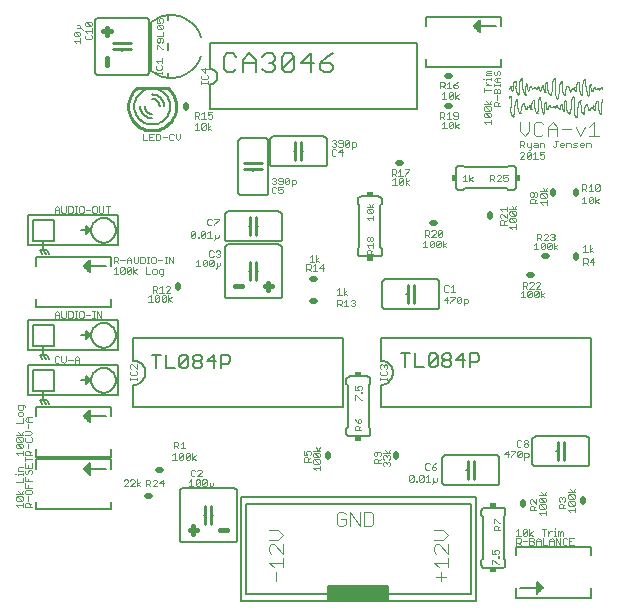
<source format=gto>
G75*
%MOIN*%
%OFA0B0*%
%FSLAX24Y24*%
%IPPOS*%
%LPD*%
%AMOC8*
5,1,8,0,0,1.08239X$1,22.5*
%
%ADD10C,0.0160*%
%ADD11R,0.0025X0.0005*%
%ADD12R,0.0030X0.0005*%
%ADD13R,0.0040X0.0005*%
%ADD14R,0.0045X0.0005*%
%ADD15R,0.0020X0.0005*%
%ADD16R,0.0015X0.0005*%
%ADD17R,0.0021X0.0005*%
%ADD18R,0.0016X0.0005*%
%ADD19R,0.0026X0.0005*%
%ADD20R,0.0035X0.0005*%
%ADD21R,0.0031X0.0005*%
%ADD22R,0.0050X0.0005*%
%ADD23R,0.0019X0.0005*%
%ADD24R,0.0024X0.0005*%
%ADD25R,0.0029X0.0005*%
%ADD26R,0.0039X0.0005*%
%ADD27R,0.0044X0.0005*%
%ADD28R,0.0014X0.0005*%
%ADD29R,0.0046X0.0005*%
%ADD30R,0.0049X0.0005*%
%ADD31R,0.0034X0.0005*%
%ADD32R,0.0056X0.0005*%
%ADD33R,0.0061X0.0005*%
%ADD34R,0.0071X0.0005*%
%ADD35R,0.0064X0.0005*%
%ADD36R,0.0054X0.0005*%
%ADD37R,0.0059X0.0005*%
%ADD38R,0.0041X0.0005*%
%ADD39R,0.0060X0.0005*%
%ADD40R,0.0051X0.0005*%
%ADD41R,0.0036X0.0005*%
%ADD42R,0.0065X0.0005*%
%ADD43R,0.0055X0.0005*%
%ADD44C,0.0040*%
%ADD45C,0.0020*%
%ADD46C,0.0060*%
%ADD47C,0.0050*%
%ADD48C,0.0070*%
%ADD49R,0.0200X0.0150*%
%ADD50C,0.0100*%
%ADD51C,0.0200*%
%ADD52R,0.0150X0.0200*%
%ADD53R,0.1990X0.0450*%
D10*
X006015Y002515D02*
X006265Y002515D01*
X006140Y002640D02*
X006140Y002390D01*
X007015Y002515D02*
X007265Y002515D01*
X008640Y010515D02*
X008640Y010765D01*
X008515Y010640D02*
X008765Y010640D01*
X007765Y010640D02*
X007515Y010640D01*
X003265Y018015D02*
X003265Y018265D01*
X003265Y019015D02*
X003265Y019265D01*
X003390Y019140D02*
X003140Y019140D01*
D11*
X016695Y017205D03*
X016770Y017170D03*
X016770Y017165D03*
X016805Y017160D03*
X016945Y017075D03*
X016735Y016947D03*
X016740Y016937D03*
X016700Y016947D03*
X016695Y016942D03*
X016690Y016932D03*
X016916Y016822D03*
X016921Y016827D03*
X016921Y016832D03*
X017126Y016682D03*
X017131Y016687D03*
X017136Y016692D03*
X017121Y016672D03*
X017116Y016662D03*
X017176Y016687D03*
X017181Y016682D03*
X017186Y016672D03*
X017191Y016662D03*
X017285Y016582D03*
X017300Y016602D03*
X017320Y016580D03*
X017395Y016545D03*
X017395Y016540D03*
X017430Y016535D03*
X017570Y016450D03*
X017246Y016507D03*
X017231Y016532D03*
X017045Y016387D03*
X017025Y016412D03*
X017020Y016417D03*
X017015Y016427D03*
X017010Y016437D03*
X017005Y016447D03*
X016786Y016307D03*
X016786Y016302D03*
X016791Y016297D03*
X016796Y016292D03*
X016796Y016287D03*
X016816Y016267D03*
X016781Y016312D03*
X016776Y016322D03*
X017525Y016815D03*
X017675Y016860D03*
X017725Y016895D03*
X017725Y016900D03*
X017730Y017140D03*
X017745Y017170D03*
X017700Y017180D03*
X017695Y017185D03*
X017690Y017195D03*
X017685Y017200D03*
X017680Y017210D03*
X017675Y017220D03*
X017670Y017230D03*
X017665Y017240D03*
X017660Y017250D03*
X017625Y017255D03*
X017590Y017195D03*
X017440Y017240D03*
X017435Y017245D03*
X017380Y017255D03*
X017355Y017175D03*
X017350Y017165D03*
X017320Y017155D03*
X017315Y017160D03*
X017100Y017520D03*
X017100Y017525D03*
X017050Y017485D03*
X016900Y017440D03*
X017815Y017295D03*
X017820Y017285D03*
X017855Y017130D03*
X017860Y017110D03*
X017990Y017105D03*
X017995Y017095D03*
X018000Y017085D03*
X018005Y017075D03*
X018015Y017055D03*
X018020Y017045D03*
X018025Y017040D03*
X018030Y017030D03*
X018035Y017025D03*
X018065Y016995D03*
X018260Y016920D03*
X018265Y016910D03*
X018270Y016905D03*
X018270Y016900D03*
X018275Y016895D03*
X018280Y016890D03*
X018280Y016885D03*
X018300Y016865D03*
X018440Y016670D03*
X018445Y016660D03*
X018370Y016545D03*
X018355Y016515D03*
X018325Y016555D03*
X018320Y016560D03*
X018315Y016570D03*
X018310Y016575D03*
X018305Y016585D03*
X018300Y016595D03*
X018295Y016605D03*
X018290Y016615D03*
X018285Y016625D03*
X018250Y016630D03*
X018215Y016570D03*
X018065Y016615D03*
X018060Y016620D03*
X018005Y016630D03*
X017980Y016550D03*
X017975Y016540D03*
X017945Y016530D03*
X017940Y016535D03*
X018480Y016505D03*
X018485Y016485D03*
X018615Y016480D03*
X018620Y016470D03*
X018625Y016460D03*
X018630Y016450D03*
X018640Y016430D03*
X018645Y016420D03*
X018650Y016415D03*
X018655Y016405D03*
X018660Y016400D03*
X018690Y016370D03*
X018885Y016295D03*
X018890Y016285D03*
X018895Y016280D03*
X018895Y016275D03*
X018900Y016270D03*
X018905Y016265D03*
X018905Y016260D03*
X018925Y016240D03*
X019130Y016390D03*
X019135Y016385D03*
X019125Y016400D03*
X019120Y016410D03*
X019115Y016420D03*
X019155Y016360D03*
X019355Y016480D03*
X019340Y016505D03*
X019395Y016555D03*
X019410Y016575D03*
X019445Y016550D03*
X019520Y016515D03*
X019520Y016510D03*
X019555Y016505D03*
X019695Y016420D03*
X019650Y016785D03*
X019800Y016830D03*
X019705Y017172D03*
X019741Y017232D03*
X019776Y017227D03*
X019781Y017217D03*
X019786Y017207D03*
X019791Y017197D03*
X019796Y017187D03*
X019555Y017217D03*
X019550Y017222D03*
X019496Y017232D03*
X019471Y017152D03*
X019466Y017142D03*
X019436Y017132D03*
X019431Y017137D03*
X019061Y017052D03*
X018921Y017137D03*
X018886Y017142D03*
X018886Y017147D03*
X018811Y017182D03*
X018785Y017200D03*
X018770Y017180D03*
X018715Y017130D03*
X018730Y017105D03*
X018675Y017260D03*
X018670Y017270D03*
X018665Y017280D03*
X018660Y017285D03*
X018620Y017290D03*
X018615Y017285D03*
X018610Y017280D03*
X018605Y017270D03*
X018600Y017260D03*
X018490Y017045D03*
X018495Y017035D03*
X018500Y017025D03*
X018505Y017015D03*
X018510Y017010D03*
X018530Y016985D03*
X018575Y016785D03*
X018785Y016870D03*
X018800Y016905D03*
X018805Y016915D03*
X018810Y016920D03*
X018845Y016920D03*
X018850Y016910D03*
X019030Y016805D03*
X019030Y016800D03*
X019025Y016795D03*
X019235Y016655D03*
X019240Y016660D03*
X019245Y016665D03*
X019230Y016645D03*
X019225Y016635D03*
X019285Y016660D03*
X019290Y016655D03*
X019295Y016645D03*
X019300Y016635D03*
X019016Y017417D03*
X019165Y017462D03*
X019216Y017497D03*
X019216Y017502D03*
X018405Y017430D03*
X018405Y017425D03*
X018400Y017420D03*
X018225Y017535D03*
X018220Y017545D03*
X018185Y017545D03*
X018180Y017540D03*
X018175Y017530D03*
X018160Y017495D03*
X017950Y017410D03*
D12*
X017948Y017415D03*
X017803Y017320D03*
X017803Y017315D03*
X017643Y017275D03*
X017473Y017205D03*
X017432Y017250D03*
X017427Y017255D03*
X017422Y017260D03*
X017083Y017545D03*
X016988Y017010D03*
X016718Y016967D03*
X017174Y016692D03*
X017288Y016587D03*
X017298Y016597D03*
X017249Y016512D03*
X017613Y016385D03*
X018047Y016635D03*
X018052Y016630D03*
X018057Y016625D03*
X018098Y016580D03*
X018268Y016650D03*
X018428Y016690D03*
X018428Y016695D03*
X018573Y016790D03*
X018512Y017005D03*
X018733Y017110D03*
X018772Y017185D03*
X018782Y017195D03*
X018658Y017290D03*
X018827Y016940D03*
X019104Y016987D03*
X019283Y016665D03*
X019397Y016560D03*
X019407Y016570D03*
X019358Y016485D03*
X019137Y016380D03*
X018923Y016245D03*
X018668Y016390D03*
X018663Y016395D03*
X018298Y016870D03*
X018043Y017015D03*
X018038Y017020D03*
X017708Y016920D03*
X018202Y017565D03*
X019199Y017522D03*
X019538Y017237D03*
X019543Y017232D03*
X019548Y017227D03*
X019589Y017182D03*
X019759Y017252D03*
X019738Y016355D03*
X017028Y016407D03*
X016814Y016272D03*
D13*
X016814Y016277D03*
X017043Y016397D03*
X017244Y016522D03*
X017244Y016527D03*
X017323Y016590D03*
X017507Y016830D03*
X017213Y017005D03*
X017333Y017145D03*
X016882Y017455D03*
X016698Y017215D03*
X016718Y016962D03*
X017838Y016380D03*
X017958Y016520D03*
X018063Y017000D03*
X018298Y016875D03*
X018527Y016995D03*
X018728Y017120D03*
X018728Y017125D03*
X018814Y017192D03*
X018827Y016935D03*
X018998Y017432D03*
X019329Y016982D03*
X019449Y017122D03*
X019632Y016800D03*
X019448Y016560D03*
X019353Y016500D03*
X019353Y016495D03*
X019152Y016370D03*
X018923Y016250D03*
X018688Y016375D03*
X018202Y017560D03*
D14*
X017800Y017305D03*
X017800Y017300D03*
X017640Y017265D03*
X017585Y017205D03*
X017330Y017150D03*
X017210Y017010D03*
X016985Y017020D03*
X016985Y017025D03*
X017040Y016402D03*
X016811Y016282D03*
X017610Y016395D03*
X017610Y016400D03*
X017835Y016385D03*
X017955Y016525D03*
X018210Y016580D03*
X018265Y016640D03*
X018425Y016675D03*
X018425Y016680D03*
X018295Y016880D03*
X018525Y017000D03*
X018060Y017005D03*
X018685Y016380D03*
X018920Y016255D03*
X019150Y016375D03*
X019735Y016370D03*
X019735Y016365D03*
X019326Y016987D03*
X019446Y017127D03*
X019700Y017182D03*
X019756Y017242D03*
X019101Y017002D03*
X019101Y016997D03*
D15*
X019119Y017017D03*
X019119Y017022D03*
X019124Y017032D03*
X019124Y017037D03*
X019129Y017047D03*
X019129Y017052D03*
X019129Y017057D03*
X019134Y017062D03*
X019134Y017067D03*
X019134Y017072D03*
X019139Y017092D03*
X019139Y017097D03*
X019059Y017062D03*
X019059Y017057D03*
X019079Y017017D03*
X019039Y017122D03*
X019039Y017127D03*
X019039Y017132D03*
X018929Y017157D03*
X018929Y017162D03*
X018929Y017167D03*
X018924Y017147D03*
X018924Y017142D03*
X018878Y017157D03*
X018878Y017162D03*
X018834Y017212D03*
X018834Y017217D03*
X018838Y017222D03*
X018838Y017227D03*
X018838Y017232D03*
X018844Y017237D03*
X018844Y017242D03*
X018844Y017247D03*
X018848Y017252D03*
X018787Y017205D03*
X018743Y017135D03*
X018743Y017130D03*
X018713Y017135D03*
X018713Y017140D03*
X018708Y017145D03*
X018708Y017150D03*
X018703Y017160D03*
X018703Y017165D03*
X018703Y017170D03*
X018698Y017180D03*
X018698Y017185D03*
X018698Y017190D03*
X018693Y017200D03*
X018693Y017205D03*
X018693Y017210D03*
X018688Y017220D03*
X018688Y017225D03*
X018688Y017230D03*
X018683Y017235D03*
X018683Y017240D03*
X018683Y017245D03*
X018678Y017250D03*
X018678Y017255D03*
X018673Y017265D03*
X018668Y017275D03*
X018608Y017275D03*
X018603Y017265D03*
X018598Y017255D03*
X018598Y017250D03*
X018593Y017245D03*
X018593Y017240D03*
X018593Y017235D03*
X018588Y017230D03*
X018588Y017225D03*
X018588Y017220D03*
X018583Y017210D03*
X018583Y017205D03*
X018578Y017190D03*
X018578Y017185D03*
X018573Y017140D03*
X018573Y017135D03*
X018568Y017110D03*
X018568Y017105D03*
X018568Y017100D03*
X018563Y017085D03*
X018563Y017080D03*
X018487Y017055D03*
X018487Y017050D03*
X018482Y017060D03*
X018482Y017065D03*
X018477Y017075D03*
X018477Y017080D03*
X018472Y017090D03*
X018472Y017095D03*
X018472Y017100D03*
X018467Y017115D03*
X018467Y017120D03*
X018462Y017135D03*
X018462Y017140D03*
X018462Y017145D03*
X018457Y017175D03*
X018457Y017180D03*
X018452Y017285D03*
X018452Y017290D03*
X018452Y017295D03*
X018447Y017330D03*
X018447Y017335D03*
X018447Y017340D03*
X018378Y017360D03*
X018378Y017365D03*
X018378Y017370D03*
X018383Y017375D03*
X018383Y017380D03*
X018383Y017385D03*
X018388Y017390D03*
X018388Y017395D03*
X018393Y017400D03*
X018393Y017405D03*
X018393Y017410D03*
X018398Y017415D03*
X018373Y017345D03*
X018373Y017340D03*
X018368Y017320D03*
X018368Y017315D03*
X018368Y017310D03*
X018363Y017295D03*
X018363Y017290D03*
X018363Y017285D03*
X018358Y017260D03*
X018358Y017255D03*
X018358Y017250D03*
X018353Y017220D03*
X018353Y017215D03*
X018348Y017145D03*
X018348Y017140D03*
X018343Y017050D03*
X018343Y017045D03*
X018343Y017040D03*
X018338Y017020D03*
X018338Y017015D03*
X018333Y016995D03*
X018333Y016990D03*
X018328Y016975D03*
X018328Y016970D03*
X018323Y016955D03*
X018323Y016950D03*
X018318Y016935D03*
X018318Y016930D03*
X018318Y016925D03*
X018313Y016905D03*
X018313Y016900D03*
X018313Y016895D03*
X018308Y016885D03*
X018263Y016915D03*
X018258Y016925D03*
X018258Y016930D03*
X018253Y016935D03*
X018253Y016940D03*
X018227Y017020D03*
X018227Y017025D03*
X018227Y017030D03*
X018098Y017065D03*
X018098Y017070D03*
X018098Y017075D03*
X018103Y017080D03*
X018103Y017085D03*
X018103Y017090D03*
X018093Y017060D03*
X018093Y017055D03*
X018088Y017050D03*
X018088Y017045D03*
X018088Y017040D03*
X018083Y017035D03*
X018083Y017030D03*
X018078Y017025D03*
X018078Y017020D03*
X018078Y017015D03*
X018028Y017035D03*
X018018Y017050D03*
X018013Y017060D03*
X018008Y017065D03*
X018008Y017070D03*
X018003Y017080D03*
X017998Y017090D03*
X017993Y017100D03*
X017988Y017110D03*
X017988Y017115D03*
X017983Y017120D03*
X017983Y017125D03*
X017983Y017130D03*
X017978Y017145D03*
X017978Y017150D03*
X017973Y017175D03*
X017973Y017180D03*
X017973Y017185D03*
X017968Y017210D03*
X017968Y017215D03*
X017897Y017170D03*
X017897Y017165D03*
X017897Y017160D03*
X017892Y017130D03*
X017892Y017125D03*
X017858Y017125D03*
X017858Y017120D03*
X017858Y017115D03*
X017853Y017135D03*
X017853Y017140D03*
X017848Y017145D03*
X017848Y017150D03*
X017848Y017155D03*
X017843Y017175D03*
X017843Y017180D03*
X017843Y017185D03*
X017838Y017215D03*
X017838Y017220D03*
X017833Y017240D03*
X017833Y017245D03*
X017833Y017250D03*
X017828Y017260D03*
X017828Y017265D03*
X017828Y017270D03*
X017823Y017275D03*
X017823Y017280D03*
X017818Y017290D03*
X017788Y017295D03*
X017783Y017290D03*
X017783Y017285D03*
X017783Y017280D03*
X017803Y017325D03*
X017902Y017360D03*
X017902Y017365D03*
X017907Y017375D03*
X017907Y017380D03*
X017907Y017385D03*
X017912Y017395D03*
X017912Y017400D03*
X017912Y017405D03*
X017953Y017405D03*
X017958Y017400D03*
X017958Y017395D03*
X017958Y017390D03*
X017963Y017365D03*
X017963Y017360D03*
X017963Y017355D03*
X018127Y017370D03*
X018127Y017375D03*
X018132Y017400D03*
X018132Y017405D03*
X018137Y017425D03*
X018137Y017430D03*
X018142Y017440D03*
X018142Y017445D03*
X018142Y017450D03*
X018147Y017460D03*
X018147Y017465D03*
X018152Y017475D03*
X018152Y017480D03*
X018157Y017485D03*
X018157Y017490D03*
X018162Y017500D03*
X018162Y017505D03*
X018167Y017510D03*
X018167Y017515D03*
X018172Y017520D03*
X018172Y017525D03*
X018177Y017535D03*
X018202Y017570D03*
X018222Y017540D03*
X018227Y017530D03*
X018227Y017525D03*
X018227Y017205D03*
X018227Y017200D03*
X018227Y017195D03*
X018492Y017040D03*
X018497Y017030D03*
X018502Y017020D03*
X018537Y016780D03*
X018537Y016775D03*
X018537Y016770D03*
X018532Y016760D03*
X018532Y016755D03*
X018532Y016750D03*
X018527Y016740D03*
X018527Y016735D03*
X018588Y016735D03*
X018588Y016740D03*
X018588Y016730D03*
X018583Y016765D03*
X018583Y016770D03*
X018583Y016775D03*
X018578Y016780D03*
X018428Y016700D03*
X018413Y016670D03*
X018408Y016665D03*
X018408Y016660D03*
X018408Y016655D03*
X018443Y016665D03*
X018448Y016655D03*
X018448Y016650D03*
X018453Y016645D03*
X018453Y016640D03*
X018453Y016635D03*
X018458Y016625D03*
X018458Y016620D03*
X018458Y016615D03*
X018463Y016595D03*
X018463Y016590D03*
X018468Y016560D03*
X018468Y016555D03*
X018468Y016550D03*
X018473Y016530D03*
X018473Y016525D03*
X018473Y016520D03*
X018478Y016515D03*
X018478Y016510D03*
X018483Y016500D03*
X018483Y016495D03*
X018483Y016490D03*
X018517Y016500D03*
X018517Y016505D03*
X018522Y016535D03*
X018522Y016540D03*
X018522Y016545D03*
X018598Y016550D03*
X018598Y016555D03*
X018598Y016560D03*
X018593Y016585D03*
X018593Y016590D03*
X018603Y016525D03*
X018603Y016520D03*
X018608Y016505D03*
X018608Y016500D03*
X018608Y016495D03*
X018613Y016490D03*
X018613Y016485D03*
X018618Y016475D03*
X018623Y016465D03*
X018628Y016455D03*
X018633Y016445D03*
X018633Y016440D03*
X018638Y016435D03*
X018643Y016425D03*
X018653Y016410D03*
X018703Y016400D03*
X018703Y016395D03*
X018703Y016390D03*
X018708Y016405D03*
X018708Y016410D03*
X018713Y016415D03*
X018713Y016420D03*
X018713Y016425D03*
X018718Y016430D03*
X018718Y016435D03*
X018723Y016440D03*
X018723Y016445D03*
X018723Y016450D03*
X018728Y016455D03*
X018728Y016460D03*
X018728Y016465D03*
X018852Y016405D03*
X018852Y016400D03*
X018852Y016395D03*
X018878Y016315D03*
X018878Y016310D03*
X018883Y016305D03*
X018883Y016300D03*
X018888Y016290D03*
X018938Y016280D03*
X018938Y016275D03*
X018938Y016270D03*
X018933Y016260D03*
X018943Y016300D03*
X018943Y016305D03*
X018943Y016310D03*
X018948Y016325D03*
X018948Y016330D03*
X018953Y016345D03*
X018953Y016350D03*
X018958Y016365D03*
X018958Y016370D03*
X018963Y016390D03*
X018963Y016395D03*
X018968Y016415D03*
X018968Y016420D03*
X018968Y016425D03*
X018973Y016515D03*
X018973Y016520D03*
X018978Y016590D03*
X018978Y016595D03*
X018983Y016625D03*
X018983Y016630D03*
X018983Y016635D03*
X018988Y016660D03*
X018988Y016665D03*
X018988Y016670D03*
X018993Y016685D03*
X018993Y016690D03*
X018993Y016695D03*
X018998Y016715D03*
X018998Y016720D03*
X019003Y016735D03*
X019003Y016740D03*
X019003Y016745D03*
X019008Y016750D03*
X019008Y016755D03*
X019008Y016760D03*
X019013Y016765D03*
X019013Y016770D03*
X019018Y016775D03*
X019018Y016780D03*
X019018Y016785D03*
X019023Y016790D03*
X019072Y016715D03*
X019072Y016710D03*
X019072Y016705D03*
X019077Y016670D03*
X019077Y016665D03*
X019077Y016660D03*
X019082Y016555D03*
X019082Y016550D03*
X019087Y016520D03*
X019087Y016515D03*
X019087Y016510D03*
X019092Y016495D03*
X019092Y016490D03*
X019097Y016475D03*
X019097Y016470D03*
X019097Y016465D03*
X019102Y016455D03*
X019102Y016450D03*
X019107Y016440D03*
X019107Y016435D03*
X019112Y016430D03*
X019112Y016425D03*
X019117Y016415D03*
X019122Y016405D03*
X019127Y016395D03*
X019188Y016455D03*
X019188Y016460D03*
X019193Y016475D03*
X019193Y016480D03*
X019193Y016485D03*
X019198Y016510D03*
X019198Y016515D03*
X019203Y016560D03*
X019203Y016565D03*
X019208Y016580D03*
X019208Y016585D03*
X019213Y016595D03*
X019213Y016600D03*
X019213Y016605D03*
X019218Y016610D03*
X019218Y016615D03*
X019218Y016620D03*
X019223Y016625D03*
X019223Y016630D03*
X019228Y016640D03*
X019233Y016650D03*
X019293Y016650D03*
X019298Y016640D03*
X019303Y016630D03*
X019303Y016625D03*
X019308Y016620D03*
X019308Y016615D03*
X019308Y016610D03*
X019313Y016605D03*
X019313Y016600D03*
X019313Y016595D03*
X019318Y016585D03*
X019318Y016580D03*
X019318Y016575D03*
X019323Y016565D03*
X019323Y016560D03*
X019323Y016555D03*
X019328Y016545D03*
X019328Y016540D03*
X019328Y016535D03*
X019333Y016525D03*
X019333Y016520D03*
X019338Y016515D03*
X019338Y016510D03*
X019368Y016510D03*
X019368Y016505D03*
X019412Y016580D03*
X019468Y016580D03*
X019468Y016585D03*
X019472Y016590D03*
X019472Y016595D03*
X019472Y016600D03*
X019478Y016605D03*
X019478Y016610D03*
X019478Y016615D03*
X019482Y016620D03*
X019512Y016530D03*
X019512Y016525D03*
X019558Y016515D03*
X019558Y016510D03*
X019563Y016525D03*
X019563Y016530D03*
X019563Y016535D03*
X019673Y016500D03*
X019673Y016495D03*
X019673Y016490D03*
X019693Y016430D03*
X019693Y016425D03*
X019713Y016385D03*
X019753Y016385D03*
X019753Y016390D03*
X019758Y016400D03*
X019758Y016405D03*
X019763Y016415D03*
X019763Y016420D03*
X019763Y016425D03*
X019768Y016430D03*
X019768Y016435D03*
X019768Y016440D03*
X019773Y016460D03*
X019773Y016465D03*
X019773Y016570D03*
X019773Y016575D03*
X019773Y016725D03*
X019773Y016730D03*
X019773Y016735D03*
X019797Y016820D03*
X019797Y016825D03*
X019802Y016835D03*
X019802Y016840D03*
X019653Y016780D03*
X019583Y016745D03*
X019583Y016740D03*
X019583Y016735D03*
X019578Y016730D03*
X019578Y016725D03*
X019578Y016720D03*
X019573Y016715D03*
X019573Y016710D03*
X019573Y016705D03*
X019567Y016680D03*
X019567Y016675D03*
X019567Y016670D03*
X019349Y017017D03*
X019349Y017022D03*
X019349Y017027D03*
X019354Y017047D03*
X019354Y017052D03*
X019354Y017057D03*
X019299Y017047D03*
X019299Y017042D03*
X019299Y017037D03*
X019294Y017057D03*
X019294Y017062D03*
X019294Y017067D03*
X019289Y017077D03*
X019289Y017082D03*
X019289Y017087D03*
X019284Y017092D03*
X019284Y017097D03*
X019279Y017107D03*
X019279Y017112D03*
X019274Y017117D03*
X019274Y017122D03*
X019274Y017127D03*
X019354Y017127D03*
X019354Y017132D03*
X019354Y017137D03*
X019429Y017142D03*
X019464Y017137D03*
X019464Y017132D03*
X019469Y017147D03*
X019474Y017157D03*
X019474Y017162D03*
X019479Y017172D03*
X019479Y017177D03*
X019479Y017182D03*
X019484Y017192D03*
X019484Y017197D03*
X019484Y017202D03*
X019489Y017212D03*
X019489Y017217D03*
X019494Y017222D03*
X019494Y017227D03*
X019454Y017112D03*
X019354Y017237D03*
X019354Y017242D03*
X019354Y017247D03*
X019359Y017272D03*
X019359Y017277D03*
X019359Y017282D03*
X019364Y017312D03*
X019364Y017317D03*
X019369Y017332D03*
X019379Y017357D03*
X019403Y017317D03*
X019403Y017312D03*
X019403Y017307D03*
X019243Y017277D03*
X019243Y017272D03*
X019243Y017267D03*
X019248Y017237D03*
X019248Y017232D03*
X019139Y017207D03*
X019139Y017202D03*
X019139Y017357D03*
X019139Y017362D03*
X019139Y017367D03*
X019163Y017452D03*
X019163Y017457D03*
X019168Y017467D03*
X019168Y017472D03*
X019219Y017492D03*
X019194Y017527D03*
X019019Y017412D03*
X018949Y017377D03*
X018949Y017372D03*
X018949Y017367D03*
X018944Y017362D03*
X018944Y017357D03*
X018944Y017352D03*
X018939Y017347D03*
X018939Y017342D03*
X018939Y017337D03*
X018933Y017312D03*
X018933Y017307D03*
X018933Y017302D03*
X018827Y016945D03*
X018847Y016915D03*
X018852Y016905D03*
X018852Y016900D03*
X018802Y016910D03*
X018797Y016900D03*
X018797Y016895D03*
X018792Y016890D03*
X018792Y016885D03*
X018787Y016880D03*
X018787Y016875D03*
X018782Y016865D03*
X018782Y016860D03*
X018777Y016855D03*
X018777Y016850D03*
X018772Y016840D03*
X018772Y016835D03*
X018767Y016825D03*
X018767Y016820D03*
X018767Y016815D03*
X018762Y016805D03*
X018762Y016800D03*
X018757Y016780D03*
X018757Y016775D03*
X018752Y016750D03*
X018752Y016745D03*
X018852Y016580D03*
X018852Y016575D03*
X018852Y016570D03*
X018382Y016580D03*
X018382Y016585D03*
X018377Y016570D03*
X018377Y016565D03*
X018372Y016555D03*
X018372Y016550D03*
X018367Y016540D03*
X018357Y016510D03*
X018318Y016565D03*
X018308Y016580D03*
X018303Y016590D03*
X018298Y016600D03*
X018293Y016610D03*
X018288Y016620D03*
X018283Y016630D03*
X018268Y016655D03*
X018248Y016625D03*
X018003Y016625D03*
X018003Y016620D03*
X017998Y016615D03*
X017998Y016610D03*
X017993Y016600D03*
X017993Y016595D03*
X017993Y016590D03*
X017988Y016580D03*
X017988Y016575D03*
X017988Y016570D03*
X017983Y016560D03*
X017983Y016555D03*
X017978Y016545D03*
X017973Y016535D03*
X017973Y016530D03*
X017963Y016510D03*
X017938Y016540D03*
X017863Y016535D03*
X017863Y016530D03*
X017863Y016525D03*
X017863Y016455D03*
X017863Y016450D03*
X017863Y016445D03*
X017858Y016425D03*
X017858Y016420D03*
X017858Y016415D03*
X017808Y016435D03*
X017808Y016440D03*
X017808Y016445D03*
X017803Y016455D03*
X017803Y016460D03*
X017803Y016465D03*
X017798Y016475D03*
X017798Y016480D03*
X017798Y016485D03*
X017793Y016490D03*
X017793Y016495D03*
X017788Y016505D03*
X017788Y016510D03*
X017783Y016515D03*
X017783Y016520D03*
X017783Y016525D03*
X017757Y016630D03*
X017757Y016635D03*
X017752Y016665D03*
X017752Y016670D03*
X017752Y016675D03*
X017863Y016645D03*
X017863Y016640D03*
X017863Y016635D03*
X017868Y016670D03*
X017868Y016675D03*
X017868Y016680D03*
X017873Y016710D03*
X017873Y016715D03*
X017878Y016730D03*
X017888Y016755D03*
X017912Y016715D03*
X017912Y016710D03*
X017912Y016705D03*
X017728Y016890D03*
X017703Y016925D03*
X017677Y016870D03*
X017677Y016865D03*
X017672Y016855D03*
X017672Y016850D03*
X017648Y016765D03*
X017648Y016760D03*
X017648Y016755D03*
X017528Y016810D03*
X017458Y016775D03*
X017458Y016770D03*
X017458Y016765D03*
X017453Y016760D03*
X017453Y016755D03*
X017453Y016750D03*
X017448Y016745D03*
X017448Y016740D03*
X017448Y016735D03*
X017442Y016710D03*
X017442Y016705D03*
X017442Y016700D03*
X017357Y016650D03*
X017353Y016645D03*
X017353Y016640D03*
X017353Y016635D03*
X017347Y016630D03*
X017347Y016625D03*
X017347Y016620D03*
X017343Y016615D03*
X017343Y016610D03*
X017303Y016607D03*
X017259Y016537D03*
X017259Y016532D03*
X017229Y016537D03*
X017229Y016542D03*
X017224Y016547D03*
X017224Y016552D03*
X017219Y016562D03*
X017219Y016567D03*
X017219Y016572D03*
X017214Y016582D03*
X017214Y016587D03*
X017214Y016592D03*
X017209Y016602D03*
X017209Y016607D03*
X017209Y016612D03*
X017204Y016622D03*
X017204Y016627D03*
X017204Y016632D03*
X017199Y016637D03*
X017199Y016642D03*
X017199Y016647D03*
X017194Y016652D03*
X017194Y016657D03*
X017189Y016667D03*
X017184Y016677D03*
X017124Y016677D03*
X017119Y016667D03*
X017114Y016657D03*
X017114Y016652D03*
X017109Y016647D03*
X017109Y016642D03*
X017109Y016637D03*
X017104Y016632D03*
X017104Y016627D03*
X017104Y016622D03*
X017099Y016612D03*
X017099Y016607D03*
X017094Y016592D03*
X017094Y016587D03*
X017089Y016542D03*
X017089Y016537D03*
X017084Y016512D03*
X017084Y016507D03*
X017084Y016502D03*
X017079Y016487D03*
X017079Y016482D03*
X017003Y016457D03*
X017003Y016452D03*
X017008Y016442D03*
X017013Y016432D03*
X017018Y016422D03*
X016998Y016462D03*
X016998Y016467D03*
X016993Y016477D03*
X016993Y016482D03*
X016988Y016492D03*
X016988Y016497D03*
X016988Y016502D03*
X016983Y016517D03*
X016983Y016522D03*
X016978Y016537D03*
X016978Y016542D03*
X016978Y016547D03*
X016973Y016577D03*
X016973Y016582D03*
X016968Y016687D03*
X016968Y016692D03*
X016968Y016697D03*
X016963Y016732D03*
X016963Y016737D03*
X016963Y016742D03*
X016894Y016762D03*
X016894Y016767D03*
X016894Y016772D03*
X016899Y016777D03*
X016899Y016782D03*
X016899Y016787D03*
X016904Y016792D03*
X016904Y016797D03*
X016909Y016802D03*
X016909Y016807D03*
X016909Y016812D03*
X016914Y016817D03*
X016889Y016747D03*
X016889Y016742D03*
X016884Y016722D03*
X016884Y016717D03*
X016884Y016712D03*
X016879Y016697D03*
X016879Y016692D03*
X016879Y016687D03*
X016874Y016662D03*
X016874Y016657D03*
X016874Y016652D03*
X016869Y016622D03*
X016869Y016617D03*
X016864Y016547D03*
X016864Y016542D03*
X016859Y016452D03*
X016859Y016447D03*
X016859Y016442D03*
X016854Y016422D03*
X016854Y016417D03*
X016849Y016397D03*
X016849Y016392D03*
X016844Y016377D03*
X016844Y016372D03*
X016839Y016357D03*
X016839Y016352D03*
X016834Y016337D03*
X016834Y016332D03*
X016834Y016327D03*
X016829Y016307D03*
X016829Y016302D03*
X016829Y016297D03*
X016824Y016287D03*
X016779Y016317D03*
X016774Y016327D03*
X016774Y016332D03*
X016769Y016337D03*
X016769Y016342D03*
X016743Y016422D03*
X016743Y016427D03*
X016743Y016432D03*
X016743Y016597D03*
X016743Y016602D03*
X016743Y016607D03*
X016678Y016902D03*
X016678Y016907D03*
X016683Y016912D03*
X016683Y016917D03*
X016688Y016922D03*
X016688Y016927D03*
X016693Y016937D03*
X016718Y016972D03*
X016738Y016942D03*
X016743Y016932D03*
X016743Y016927D03*
X016808Y017165D03*
X016808Y017170D03*
X016813Y017180D03*
X016813Y017185D03*
X016813Y017190D03*
X016762Y017185D03*
X016762Y017180D03*
X016718Y017235D03*
X016718Y017240D03*
X016722Y017245D03*
X016722Y017250D03*
X016722Y017255D03*
X016728Y017260D03*
X016728Y017265D03*
X016728Y017270D03*
X016732Y017275D03*
X016817Y017325D03*
X016817Y017330D03*
X016817Y017335D03*
X016823Y017360D03*
X016823Y017365D03*
X016823Y017370D03*
X016828Y017375D03*
X016828Y017380D03*
X016828Y017385D03*
X016833Y017390D03*
X016833Y017395D03*
X016833Y017400D03*
X016903Y017435D03*
X017023Y017390D03*
X017023Y017385D03*
X017023Y017380D03*
X017047Y017475D03*
X017047Y017480D03*
X017052Y017490D03*
X017052Y017495D03*
X017103Y017515D03*
X017078Y017550D03*
X017263Y017380D03*
X017253Y017355D03*
X017248Y017340D03*
X017248Y017335D03*
X017243Y017305D03*
X017243Y017300D03*
X017243Y017295D03*
X017238Y017270D03*
X017238Y017265D03*
X017238Y017260D03*
X017287Y017330D03*
X017287Y017335D03*
X017287Y017340D03*
X017378Y017250D03*
X017378Y017245D03*
X017373Y017240D03*
X017373Y017235D03*
X017368Y017225D03*
X017368Y017220D03*
X017368Y017215D03*
X017363Y017205D03*
X017363Y017200D03*
X017363Y017195D03*
X017358Y017185D03*
X017358Y017180D03*
X017353Y017170D03*
X017348Y017160D03*
X017348Y017155D03*
X017338Y017135D03*
X017313Y017165D03*
X017238Y017160D03*
X017238Y017155D03*
X017238Y017150D03*
X017238Y017080D03*
X017238Y017075D03*
X017238Y017070D03*
X017233Y017050D03*
X017233Y017045D03*
X017233Y017040D03*
X017183Y017060D03*
X017183Y017065D03*
X017183Y017070D03*
X017178Y017080D03*
X017178Y017085D03*
X017178Y017090D03*
X017173Y017100D03*
X017173Y017105D03*
X017173Y017110D03*
X017168Y017115D03*
X017168Y017120D03*
X017163Y017130D03*
X017163Y017135D03*
X017158Y017140D03*
X017158Y017145D03*
X017158Y017150D03*
X017132Y017255D03*
X017132Y017260D03*
X017127Y017290D03*
X017127Y017295D03*
X017127Y017300D03*
X017023Y017230D03*
X017023Y017225D03*
X017023Y017120D03*
X017023Y017115D03*
X017018Y017095D03*
X017018Y017090D03*
X017018Y017085D03*
X017013Y017080D03*
X017013Y017075D03*
X017013Y017070D03*
X017008Y017060D03*
X017008Y017055D03*
X017003Y017045D03*
X017003Y017040D03*
X016963Y017040D03*
X016943Y017080D03*
X016943Y017085D03*
X016923Y017145D03*
X016923Y017150D03*
X016923Y017155D03*
X017623Y017250D03*
X017658Y017255D03*
X017663Y017245D03*
X017668Y017235D03*
X017673Y017225D03*
X017678Y017215D03*
X017683Y017205D03*
X017693Y017190D03*
X017747Y017180D03*
X017747Y017175D03*
X017742Y017165D03*
X017752Y017190D03*
X017752Y017195D03*
X017757Y017205D03*
X017757Y017210D03*
X017732Y017135D03*
X017643Y017280D03*
X017648Y016605D03*
X017648Y016600D03*
X017648Y016495D03*
X017648Y016490D03*
X017643Y016470D03*
X017643Y016465D03*
X017643Y016460D03*
X017638Y016455D03*
X017638Y016450D03*
X017638Y016445D03*
X017633Y016435D03*
X017633Y016430D03*
X017628Y016420D03*
X017628Y016415D03*
X017588Y016415D03*
X017568Y016455D03*
X017568Y016460D03*
X017548Y016520D03*
X017548Y016525D03*
X017548Y016530D03*
X017438Y016555D03*
X017438Y016560D03*
X017438Y016565D03*
X017433Y016545D03*
X017433Y016540D03*
X017387Y016555D03*
X017387Y016560D03*
X019739Y017227D03*
X019774Y017232D03*
X019779Y017222D03*
X019784Y017212D03*
X019789Y017202D03*
X019794Y017192D03*
X019799Y017182D03*
X019759Y017257D03*
D16*
X019486Y017207D03*
X019481Y017187D03*
X019476Y017167D03*
X019405Y017257D03*
X019405Y017262D03*
X019405Y017267D03*
X019405Y017272D03*
X019405Y017277D03*
X019405Y017282D03*
X019405Y017287D03*
X019405Y017292D03*
X019405Y017297D03*
X019405Y017302D03*
X019400Y017322D03*
X019366Y017322D03*
X019366Y017327D03*
X019361Y017307D03*
X019361Y017302D03*
X019361Y017297D03*
X019361Y017292D03*
X019361Y017287D03*
X019356Y017267D03*
X019356Y017262D03*
X019356Y017257D03*
X019356Y017252D03*
X019351Y017232D03*
X019351Y017227D03*
X019351Y017222D03*
X019351Y017217D03*
X019351Y017212D03*
X019351Y017207D03*
X019351Y017202D03*
X019351Y017197D03*
X019351Y017192D03*
X019351Y017187D03*
X019351Y017182D03*
X019351Y017177D03*
X019351Y017172D03*
X019351Y017167D03*
X019351Y017162D03*
X019351Y017157D03*
X019351Y017152D03*
X019351Y017147D03*
X019351Y017142D03*
X019356Y017122D03*
X019356Y017117D03*
X019356Y017112D03*
X019356Y017107D03*
X019356Y017102D03*
X019356Y017097D03*
X019356Y017092D03*
X019356Y017087D03*
X019356Y017082D03*
X019356Y017077D03*
X019356Y017072D03*
X019356Y017067D03*
X019356Y017062D03*
X019351Y017042D03*
X019351Y017037D03*
X019351Y017032D03*
X019346Y017012D03*
X019301Y017032D03*
X019296Y017052D03*
X019291Y017072D03*
X019281Y017102D03*
X019250Y017207D03*
X019250Y017212D03*
X019250Y017217D03*
X019250Y017222D03*
X019250Y017227D03*
X019245Y017242D03*
X019245Y017247D03*
X019245Y017252D03*
X019245Y017257D03*
X019245Y017262D03*
X019240Y017282D03*
X019240Y017287D03*
X019240Y017292D03*
X019240Y017297D03*
X019240Y017302D03*
X019240Y017307D03*
X019240Y017312D03*
X019240Y017317D03*
X019240Y017322D03*
X019240Y017327D03*
X019136Y017327D03*
X019136Y017322D03*
X019136Y017317D03*
X019136Y017312D03*
X019136Y017307D03*
X019136Y017302D03*
X019136Y017297D03*
X019136Y017292D03*
X019136Y017287D03*
X019136Y017282D03*
X019136Y017277D03*
X019136Y017272D03*
X019136Y017267D03*
X019136Y017262D03*
X019136Y017257D03*
X019136Y017252D03*
X019136Y017247D03*
X019136Y017242D03*
X019136Y017237D03*
X019136Y017232D03*
X019136Y017227D03*
X019136Y017222D03*
X019136Y017217D03*
X019136Y017212D03*
X019141Y017197D03*
X019141Y017192D03*
X019141Y017187D03*
X019141Y017182D03*
X019141Y017177D03*
X019141Y017172D03*
X019141Y017167D03*
X019141Y017162D03*
X019141Y017157D03*
X019141Y017152D03*
X019141Y017147D03*
X019141Y017142D03*
X019141Y017137D03*
X019141Y017132D03*
X019141Y017127D03*
X019141Y017122D03*
X019141Y017117D03*
X019141Y017112D03*
X019141Y017107D03*
X019141Y017102D03*
X019136Y017087D03*
X019136Y017082D03*
X019136Y017077D03*
X019126Y017042D03*
X019121Y017027D03*
X019116Y017012D03*
X019041Y017117D03*
X018926Y017152D03*
X018871Y017182D03*
X018871Y017187D03*
X018871Y017192D03*
X018871Y017197D03*
X018871Y017202D03*
X018871Y017207D03*
X018871Y017212D03*
X018871Y017217D03*
X018871Y017222D03*
X018871Y017227D03*
X018871Y017232D03*
X018871Y017237D03*
X018871Y017242D03*
X018871Y017247D03*
X018871Y017252D03*
X018690Y017215D03*
X018695Y017195D03*
X018700Y017175D03*
X018705Y017155D03*
X018575Y017155D03*
X018575Y017160D03*
X018575Y017165D03*
X018575Y017170D03*
X018575Y017175D03*
X018575Y017180D03*
X018580Y017195D03*
X018580Y017200D03*
X018585Y017215D03*
X018575Y017150D03*
X018575Y017145D03*
X018570Y017130D03*
X018570Y017125D03*
X018570Y017120D03*
X018570Y017115D03*
X018565Y017095D03*
X018565Y017090D03*
X018560Y017075D03*
X018480Y017070D03*
X018475Y017085D03*
X018470Y017105D03*
X018470Y017110D03*
X018465Y017125D03*
X018465Y017130D03*
X018460Y017150D03*
X018460Y017155D03*
X018460Y017160D03*
X018460Y017165D03*
X018460Y017170D03*
X018455Y017185D03*
X018455Y017190D03*
X018455Y017195D03*
X018455Y017200D03*
X018455Y017205D03*
X018455Y017210D03*
X018455Y017215D03*
X018455Y017220D03*
X018455Y017225D03*
X018455Y017230D03*
X018455Y017235D03*
X018455Y017240D03*
X018455Y017245D03*
X018455Y017250D03*
X018455Y017255D03*
X018455Y017260D03*
X018455Y017265D03*
X018455Y017270D03*
X018455Y017275D03*
X018455Y017280D03*
X018450Y017300D03*
X018450Y017305D03*
X018450Y017310D03*
X018450Y017315D03*
X018450Y017320D03*
X018450Y017325D03*
X018445Y017345D03*
X018445Y017350D03*
X018445Y017355D03*
X018445Y017360D03*
X018445Y017365D03*
X018445Y017370D03*
X018445Y017375D03*
X018445Y017380D03*
X018375Y017355D03*
X018375Y017350D03*
X018370Y017335D03*
X018370Y017330D03*
X018370Y017325D03*
X018365Y017305D03*
X018365Y017300D03*
X018360Y017280D03*
X018360Y017275D03*
X018360Y017270D03*
X018360Y017265D03*
X018355Y017245D03*
X018355Y017240D03*
X018355Y017235D03*
X018355Y017230D03*
X018355Y017225D03*
X018350Y017210D03*
X018350Y017205D03*
X018350Y017200D03*
X018350Y017195D03*
X018350Y017190D03*
X018350Y017185D03*
X018350Y017180D03*
X018350Y017175D03*
X018350Y017170D03*
X018350Y017165D03*
X018350Y017160D03*
X018350Y017155D03*
X018350Y017150D03*
X018345Y017135D03*
X018345Y017130D03*
X018345Y017125D03*
X018345Y017120D03*
X018345Y017115D03*
X018345Y017110D03*
X018345Y017105D03*
X018345Y017100D03*
X018345Y017095D03*
X018345Y017090D03*
X018345Y017085D03*
X018345Y017080D03*
X018345Y017075D03*
X018345Y017070D03*
X018345Y017065D03*
X018345Y017060D03*
X018345Y017055D03*
X018340Y017035D03*
X018340Y017030D03*
X018340Y017025D03*
X018335Y017010D03*
X018335Y017005D03*
X018335Y017000D03*
X018330Y016985D03*
X018330Y016980D03*
X018325Y016965D03*
X018325Y016960D03*
X018320Y016945D03*
X018320Y016940D03*
X018315Y016920D03*
X018315Y016915D03*
X018315Y016910D03*
X018310Y016890D03*
X018250Y016945D03*
X018230Y017010D03*
X018230Y017015D03*
X018225Y017035D03*
X018225Y017040D03*
X018225Y017045D03*
X018225Y017050D03*
X018225Y017055D03*
X018225Y017060D03*
X018225Y017065D03*
X018225Y017070D03*
X018225Y017075D03*
X018225Y017080D03*
X018225Y017085D03*
X018225Y017090D03*
X018225Y017095D03*
X018225Y017100D03*
X018225Y017105D03*
X018225Y017110D03*
X018225Y017115D03*
X018225Y017120D03*
X018225Y017125D03*
X018225Y017130D03*
X018225Y017135D03*
X018225Y017140D03*
X018225Y017145D03*
X018225Y017150D03*
X018225Y017155D03*
X018225Y017160D03*
X018225Y017165D03*
X018225Y017170D03*
X018225Y017175D03*
X018225Y017180D03*
X018225Y017185D03*
X018225Y017190D03*
X018230Y017210D03*
X018230Y017215D03*
X018230Y017220D03*
X018230Y017225D03*
X018230Y017230D03*
X018230Y017235D03*
X018230Y017240D03*
X018230Y017245D03*
X018230Y017250D03*
X018230Y017255D03*
X018230Y017260D03*
X018125Y017315D03*
X018125Y017320D03*
X018125Y017325D03*
X018125Y017330D03*
X018125Y017335D03*
X018125Y017340D03*
X018125Y017345D03*
X018125Y017350D03*
X018125Y017355D03*
X018125Y017360D03*
X018125Y017365D03*
X018130Y017380D03*
X018130Y017385D03*
X018130Y017390D03*
X018130Y017395D03*
X018135Y017410D03*
X018135Y017415D03*
X018135Y017420D03*
X018140Y017435D03*
X018145Y017455D03*
X018150Y017470D03*
X018230Y017520D03*
X017960Y017385D03*
X017960Y017380D03*
X017960Y017375D03*
X017960Y017370D03*
X017965Y017350D03*
X017965Y017345D03*
X017965Y017340D03*
X017965Y017335D03*
X017965Y017330D03*
X017965Y017325D03*
X017965Y017320D03*
X017965Y017315D03*
X017965Y017310D03*
X017965Y017305D03*
X017965Y017300D03*
X017965Y017295D03*
X017965Y017290D03*
X017965Y017285D03*
X017965Y017280D03*
X017965Y017275D03*
X017965Y017270D03*
X017965Y017265D03*
X017965Y017260D03*
X017965Y017255D03*
X017965Y017250D03*
X017965Y017245D03*
X017965Y017240D03*
X017965Y017235D03*
X017965Y017230D03*
X017965Y017225D03*
X017965Y017220D03*
X017970Y017205D03*
X017970Y017200D03*
X017970Y017195D03*
X017970Y017190D03*
X017975Y017170D03*
X017975Y017165D03*
X017975Y017160D03*
X017975Y017155D03*
X017980Y017140D03*
X017980Y017135D03*
X017895Y017135D03*
X017895Y017140D03*
X017895Y017145D03*
X017895Y017150D03*
X017895Y017155D03*
X017900Y017175D03*
X017900Y017180D03*
X017900Y017185D03*
X017900Y017190D03*
X017900Y017195D03*
X017900Y017200D03*
X017900Y017205D03*
X017900Y017210D03*
X017900Y017215D03*
X017900Y017220D03*
X017900Y017225D03*
X017900Y017230D03*
X017900Y017235D03*
X017900Y017240D03*
X017900Y017245D03*
X017900Y017250D03*
X017900Y017255D03*
X017900Y017260D03*
X017900Y017265D03*
X017900Y017270D03*
X017900Y017275D03*
X017900Y017280D03*
X017900Y017285D03*
X017900Y017290D03*
X017900Y017295D03*
X017900Y017300D03*
X017900Y017305D03*
X017900Y017310D03*
X017900Y017315D03*
X017900Y017320D03*
X017900Y017325D03*
X017900Y017330D03*
X017900Y017335D03*
X017900Y017340D03*
X017900Y017345D03*
X017900Y017350D03*
X017900Y017355D03*
X017905Y017370D03*
X017910Y017390D03*
X017830Y017255D03*
X017835Y017235D03*
X017835Y017230D03*
X017835Y017225D03*
X017840Y017210D03*
X017840Y017205D03*
X017840Y017200D03*
X017840Y017195D03*
X017840Y017190D03*
X017845Y017170D03*
X017845Y017165D03*
X017845Y017160D03*
X017890Y017120D03*
X017890Y017115D03*
X017890Y017110D03*
X017750Y017185D03*
X017755Y017200D03*
X017760Y017215D03*
X017670Y016845D03*
X017650Y016770D03*
X017645Y016750D03*
X017645Y016745D03*
X017645Y016740D03*
X017645Y016735D03*
X017645Y016730D03*
X017645Y016725D03*
X017645Y016720D03*
X017645Y016715D03*
X017645Y016710D03*
X017645Y016705D03*
X017645Y016700D03*
X017645Y016695D03*
X017645Y016690D03*
X017645Y016685D03*
X017645Y016680D03*
X017645Y016675D03*
X017645Y016670D03*
X017645Y016665D03*
X017645Y016660D03*
X017645Y016655D03*
X017645Y016650D03*
X017645Y016645D03*
X017645Y016640D03*
X017645Y016635D03*
X017645Y016630D03*
X017645Y016625D03*
X017645Y016620D03*
X017645Y016615D03*
X017645Y016610D03*
X017650Y016595D03*
X017650Y016590D03*
X017650Y016585D03*
X017650Y016580D03*
X017650Y016575D03*
X017650Y016570D03*
X017650Y016565D03*
X017650Y016560D03*
X017650Y016555D03*
X017650Y016550D03*
X017650Y016545D03*
X017650Y016540D03*
X017650Y016535D03*
X017650Y016530D03*
X017650Y016525D03*
X017650Y016520D03*
X017650Y016515D03*
X017650Y016510D03*
X017650Y016505D03*
X017650Y016500D03*
X017645Y016485D03*
X017645Y016480D03*
X017645Y016475D03*
X017635Y016440D03*
X017630Y016425D03*
X017625Y016410D03*
X017550Y016515D03*
X017435Y016550D03*
X017380Y016580D03*
X017380Y016585D03*
X017380Y016590D03*
X017380Y016595D03*
X017380Y016600D03*
X017380Y016605D03*
X017380Y016610D03*
X017380Y016615D03*
X017380Y016620D03*
X017380Y016625D03*
X017380Y016630D03*
X017380Y016635D03*
X017380Y016640D03*
X017380Y016645D03*
X017380Y016650D03*
X017206Y016617D03*
X017211Y016597D03*
X017216Y016577D03*
X017221Y016557D03*
X017091Y016557D03*
X017091Y016562D03*
X017091Y016567D03*
X017091Y016572D03*
X017091Y016577D03*
X017091Y016582D03*
X017096Y016597D03*
X017096Y016602D03*
X017101Y016617D03*
X017091Y016552D03*
X017091Y016547D03*
X017086Y016532D03*
X017086Y016527D03*
X017086Y016522D03*
X017086Y016517D03*
X017081Y016497D03*
X017081Y016492D03*
X017076Y016477D03*
X016995Y016472D03*
X016990Y016487D03*
X016985Y016507D03*
X016985Y016512D03*
X016980Y016527D03*
X016980Y016532D03*
X016975Y016552D03*
X016975Y016557D03*
X016975Y016562D03*
X016975Y016567D03*
X016975Y016572D03*
X016970Y016587D03*
X016970Y016592D03*
X016970Y016597D03*
X016970Y016602D03*
X016970Y016607D03*
X016970Y016612D03*
X016970Y016617D03*
X016970Y016622D03*
X016970Y016627D03*
X016970Y016632D03*
X016970Y016637D03*
X016970Y016642D03*
X016970Y016647D03*
X016970Y016652D03*
X016970Y016657D03*
X016970Y016662D03*
X016970Y016667D03*
X016970Y016672D03*
X016970Y016677D03*
X016970Y016682D03*
X016965Y016702D03*
X016965Y016707D03*
X016965Y016712D03*
X016965Y016717D03*
X016965Y016722D03*
X016965Y016727D03*
X016960Y016747D03*
X016960Y016752D03*
X016960Y016757D03*
X016960Y016762D03*
X016960Y016767D03*
X016960Y016772D03*
X016960Y016777D03*
X016960Y016782D03*
X016891Y016757D03*
X016891Y016752D03*
X016886Y016737D03*
X016886Y016732D03*
X016886Y016727D03*
X016881Y016707D03*
X016881Y016702D03*
X016876Y016682D03*
X016876Y016677D03*
X016876Y016672D03*
X016876Y016667D03*
X016871Y016647D03*
X016871Y016642D03*
X016871Y016637D03*
X016871Y016632D03*
X016871Y016627D03*
X016866Y016612D03*
X016866Y016607D03*
X016866Y016602D03*
X016866Y016597D03*
X016866Y016592D03*
X016866Y016587D03*
X016866Y016582D03*
X016866Y016577D03*
X016866Y016572D03*
X016866Y016567D03*
X016866Y016562D03*
X016866Y016557D03*
X016866Y016552D03*
X016861Y016537D03*
X016861Y016532D03*
X016861Y016527D03*
X016861Y016522D03*
X016861Y016517D03*
X016861Y016512D03*
X016861Y016507D03*
X016861Y016502D03*
X016861Y016497D03*
X016861Y016492D03*
X016861Y016487D03*
X016861Y016482D03*
X016861Y016477D03*
X016861Y016472D03*
X016861Y016467D03*
X016861Y016462D03*
X016861Y016457D03*
X016856Y016437D03*
X016856Y016432D03*
X016856Y016427D03*
X016851Y016412D03*
X016851Y016407D03*
X016851Y016402D03*
X016846Y016387D03*
X016846Y016382D03*
X016841Y016367D03*
X016841Y016362D03*
X016836Y016347D03*
X016836Y016342D03*
X016831Y016322D03*
X016831Y016317D03*
X016831Y016312D03*
X016826Y016292D03*
X016766Y016347D03*
X016745Y016412D03*
X016745Y016417D03*
X016740Y016437D03*
X016740Y016442D03*
X016740Y016447D03*
X016740Y016452D03*
X016740Y016457D03*
X016740Y016462D03*
X016740Y016467D03*
X016740Y016472D03*
X016740Y016477D03*
X016740Y016482D03*
X016740Y016487D03*
X016740Y016492D03*
X016740Y016497D03*
X016740Y016502D03*
X016740Y016507D03*
X016740Y016512D03*
X016740Y016517D03*
X016740Y016522D03*
X016740Y016527D03*
X016740Y016532D03*
X016740Y016537D03*
X016740Y016542D03*
X016740Y016547D03*
X016740Y016552D03*
X016740Y016557D03*
X016740Y016562D03*
X016740Y016567D03*
X016740Y016572D03*
X016740Y016577D03*
X016740Y016582D03*
X016740Y016587D03*
X016740Y016592D03*
X016745Y016612D03*
X016745Y016617D03*
X016745Y016622D03*
X016745Y016627D03*
X016745Y016632D03*
X016745Y016637D03*
X016745Y016642D03*
X016745Y016647D03*
X016745Y016652D03*
X016745Y016657D03*
X016745Y016662D03*
X016745Y016922D03*
X016810Y017175D03*
X016755Y017205D03*
X016755Y017210D03*
X016755Y017215D03*
X016755Y017220D03*
X016755Y017225D03*
X016755Y017230D03*
X016755Y017235D03*
X016755Y017240D03*
X016755Y017245D03*
X016755Y017250D03*
X016755Y017255D03*
X016755Y017260D03*
X016755Y017265D03*
X016755Y017270D03*
X016755Y017275D03*
X016925Y017140D03*
X017020Y017110D03*
X017020Y017105D03*
X017020Y017100D03*
X017025Y017125D03*
X017025Y017130D03*
X017025Y017135D03*
X017025Y017140D03*
X017025Y017145D03*
X017025Y017150D03*
X017025Y017155D03*
X017025Y017160D03*
X017025Y017165D03*
X017025Y017170D03*
X017025Y017175D03*
X017025Y017180D03*
X017025Y017185D03*
X017025Y017190D03*
X017025Y017195D03*
X017025Y017200D03*
X017025Y017205D03*
X017025Y017210D03*
X017025Y017215D03*
X017025Y017220D03*
X017020Y017235D03*
X017020Y017240D03*
X017020Y017245D03*
X017020Y017250D03*
X017020Y017255D03*
X017020Y017260D03*
X017020Y017265D03*
X017020Y017270D03*
X017020Y017275D03*
X017020Y017280D03*
X017020Y017285D03*
X017020Y017290D03*
X017020Y017295D03*
X017020Y017300D03*
X017020Y017305D03*
X017020Y017310D03*
X017020Y017315D03*
X017020Y017320D03*
X017020Y017325D03*
X017020Y017330D03*
X017020Y017335D03*
X017020Y017340D03*
X017020Y017345D03*
X017020Y017350D03*
X017020Y017355D03*
X017020Y017360D03*
X017020Y017365D03*
X017020Y017370D03*
X017020Y017375D03*
X017025Y017395D03*
X017045Y017470D03*
X017125Y017350D03*
X017125Y017345D03*
X017125Y017340D03*
X017125Y017335D03*
X017125Y017330D03*
X017125Y017325D03*
X017125Y017320D03*
X017125Y017315D03*
X017125Y017310D03*
X017125Y017305D03*
X017130Y017285D03*
X017130Y017280D03*
X017130Y017275D03*
X017130Y017270D03*
X017130Y017265D03*
X017135Y017250D03*
X017135Y017245D03*
X017135Y017240D03*
X017135Y017235D03*
X017135Y017230D03*
X017235Y017230D03*
X017235Y017235D03*
X017235Y017240D03*
X017235Y017245D03*
X017235Y017250D03*
X017235Y017255D03*
X017240Y017275D03*
X017240Y017280D03*
X017240Y017285D03*
X017240Y017290D03*
X017245Y017310D03*
X017245Y017315D03*
X017245Y017320D03*
X017245Y017325D03*
X017245Y017330D03*
X017250Y017345D03*
X017250Y017350D03*
X017285Y017345D03*
X017290Y017325D03*
X017290Y017320D03*
X017290Y017315D03*
X017290Y017310D03*
X017290Y017305D03*
X017290Y017300D03*
X017290Y017295D03*
X017290Y017290D03*
X017290Y017285D03*
X017290Y017280D03*
X017235Y017225D03*
X017235Y017220D03*
X017235Y017215D03*
X017235Y017210D03*
X017235Y017205D03*
X017235Y017200D03*
X017235Y017195D03*
X017235Y017190D03*
X017235Y017185D03*
X017235Y017180D03*
X017235Y017175D03*
X017235Y017170D03*
X017235Y017165D03*
X017240Y017145D03*
X017240Y017140D03*
X017240Y017135D03*
X017240Y017130D03*
X017240Y017125D03*
X017240Y017120D03*
X017240Y017115D03*
X017240Y017110D03*
X017240Y017105D03*
X017240Y017100D03*
X017240Y017095D03*
X017240Y017090D03*
X017240Y017085D03*
X017235Y017065D03*
X017235Y017060D03*
X017235Y017055D03*
X017230Y017035D03*
X017185Y017055D03*
X017180Y017075D03*
X017175Y017095D03*
X017165Y017125D03*
X017010Y017065D03*
X017005Y017050D03*
X017000Y017035D03*
X017360Y017190D03*
X017365Y017210D03*
X017370Y017230D03*
X017750Y016725D03*
X017750Y016720D03*
X017750Y016715D03*
X017750Y016710D03*
X017750Y016705D03*
X017750Y016700D03*
X017750Y016695D03*
X017750Y016690D03*
X017750Y016685D03*
X017750Y016680D03*
X017755Y016660D03*
X017755Y016655D03*
X017755Y016650D03*
X017755Y016645D03*
X017755Y016640D03*
X017760Y016625D03*
X017760Y016620D03*
X017760Y016615D03*
X017760Y016610D03*
X017760Y016605D03*
X017860Y016605D03*
X017860Y016610D03*
X017860Y016615D03*
X017860Y016620D03*
X017860Y016625D03*
X017860Y016630D03*
X017865Y016650D03*
X017865Y016655D03*
X017865Y016660D03*
X017865Y016665D03*
X017870Y016685D03*
X017870Y016690D03*
X017870Y016695D03*
X017870Y016700D03*
X017870Y016705D03*
X017875Y016720D03*
X017875Y016725D03*
X017910Y016720D03*
X017915Y016700D03*
X017915Y016695D03*
X017915Y016690D03*
X017915Y016685D03*
X017915Y016680D03*
X017915Y016675D03*
X017915Y016670D03*
X017915Y016665D03*
X017915Y016660D03*
X017915Y016655D03*
X017860Y016600D03*
X017860Y016595D03*
X017860Y016590D03*
X017860Y016585D03*
X017860Y016580D03*
X017860Y016575D03*
X017860Y016570D03*
X017860Y016565D03*
X017860Y016560D03*
X017860Y016555D03*
X017860Y016550D03*
X017860Y016545D03*
X017860Y016540D03*
X017865Y016520D03*
X017865Y016515D03*
X017865Y016510D03*
X017865Y016505D03*
X017865Y016500D03*
X017865Y016495D03*
X017865Y016490D03*
X017865Y016485D03*
X017865Y016480D03*
X017865Y016475D03*
X017865Y016470D03*
X017865Y016465D03*
X017865Y016460D03*
X017860Y016440D03*
X017860Y016435D03*
X017860Y016430D03*
X017855Y016410D03*
X017810Y016430D03*
X017805Y016450D03*
X017800Y016470D03*
X017790Y016500D03*
X017985Y016565D03*
X017990Y016585D03*
X017995Y016605D03*
X018375Y016560D03*
X018380Y016575D03*
X018385Y016590D03*
X018460Y016600D03*
X018460Y016605D03*
X018460Y016610D03*
X018455Y016630D03*
X018465Y016585D03*
X018465Y016580D03*
X018465Y016575D03*
X018465Y016570D03*
X018465Y016565D03*
X018470Y016545D03*
X018470Y016540D03*
X018470Y016535D03*
X018520Y016530D03*
X018520Y016525D03*
X018520Y016520D03*
X018520Y016515D03*
X018520Y016510D03*
X018515Y016495D03*
X018515Y016490D03*
X018515Y016485D03*
X018525Y016550D03*
X018525Y016555D03*
X018525Y016560D03*
X018525Y016565D03*
X018525Y016570D03*
X018525Y016575D03*
X018525Y016580D03*
X018525Y016585D03*
X018525Y016590D03*
X018525Y016595D03*
X018525Y016600D03*
X018525Y016605D03*
X018525Y016610D03*
X018525Y016615D03*
X018525Y016620D03*
X018525Y016625D03*
X018525Y016630D03*
X018525Y016635D03*
X018525Y016640D03*
X018525Y016645D03*
X018525Y016650D03*
X018525Y016655D03*
X018525Y016660D03*
X018525Y016665D03*
X018525Y016670D03*
X018525Y016675D03*
X018525Y016680D03*
X018525Y016685D03*
X018525Y016690D03*
X018525Y016695D03*
X018525Y016700D03*
X018525Y016705D03*
X018525Y016710D03*
X018525Y016715D03*
X018525Y016720D03*
X018525Y016725D03*
X018525Y016730D03*
X018530Y016745D03*
X018535Y016765D03*
X018585Y016760D03*
X018585Y016755D03*
X018585Y016750D03*
X018585Y016745D03*
X018590Y016725D03*
X018590Y016720D03*
X018590Y016715D03*
X018590Y016710D03*
X018590Y016705D03*
X018590Y016700D03*
X018590Y016695D03*
X018590Y016690D03*
X018590Y016685D03*
X018590Y016680D03*
X018590Y016675D03*
X018590Y016670D03*
X018590Y016665D03*
X018590Y016660D03*
X018590Y016655D03*
X018590Y016650D03*
X018590Y016645D03*
X018590Y016640D03*
X018590Y016635D03*
X018590Y016630D03*
X018590Y016625D03*
X018590Y016620D03*
X018590Y016615D03*
X018590Y016610D03*
X018590Y016605D03*
X018590Y016600D03*
X018590Y016595D03*
X018595Y016580D03*
X018595Y016575D03*
X018595Y016570D03*
X018595Y016565D03*
X018600Y016545D03*
X018600Y016540D03*
X018600Y016535D03*
X018600Y016530D03*
X018605Y016515D03*
X018605Y016510D03*
X018750Y016690D03*
X018750Y016695D03*
X018750Y016700D03*
X018750Y016705D03*
X018750Y016710D03*
X018750Y016715D03*
X018750Y016720D03*
X018750Y016725D03*
X018750Y016730D03*
X018750Y016735D03*
X018750Y016740D03*
X018755Y016755D03*
X018755Y016760D03*
X018755Y016765D03*
X018755Y016770D03*
X018760Y016785D03*
X018760Y016790D03*
X018760Y016795D03*
X018765Y016810D03*
X018770Y016830D03*
X018775Y016845D03*
X018855Y016895D03*
X019000Y016730D03*
X019000Y016725D03*
X018995Y016710D03*
X018995Y016705D03*
X018995Y016700D03*
X018990Y016680D03*
X018990Y016675D03*
X018985Y016655D03*
X018985Y016650D03*
X018985Y016645D03*
X018985Y016640D03*
X018980Y016620D03*
X018980Y016615D03*
X018980Y016610D03*
X018980Y016605D03*
X018980Y016600D03*
X018975Y016585D03*
X018975Y016580D03*
X018975Y016575D03*
X018975Y016570D03*
X018975Y016565D03*
X018975Y016560D03*
X018975Y016555D03*
X018975Y016550D03*
X018975Y016545D03*
X018975Y016540D03*
X018975Y016535D03*
X018975Y016530D03*
X018975Y016525D03*
X018970Y016510D03*
X018970Y016505D03*
X018970Y016500D03*
X018970Y016495D03*
X018970Y016490D03*
X018970Y016485D03*
X018970Y016480D03*
X018970Y016475D03*
X018970Y016470D03*
X018970Y016465D03*
X018970Y016460D03*
X018970Y016455D03*
X018970Y016450D03*
X018970Y016445D03*
X018970Y016440D03*
X018970Y016435D03*
X018970Y016430D03*
X018965Y016410D03*
X018965Y016405D03*
X018965Y016400D03*
X018960Y016385D03*
X018960Y016380D03*
X018960Y016375D03*
X018955Y016360D03*
X018955Y016355D03*
X018950Y016340D03*
X018950Y016335D03*
X018945Y016320D03*
X018945Y016315D03*
X018940Y016295D03*
X018940Y016290D03*
X018940Y016285D03*
X018935Y016265D03*
X018875Y016320D03*
X018855Y016385D03*
X018855Y016390D03*
X018850Y016410D03*
X018850Y016415D03*
X018850Y016420D03*
X018850Y016425D03*
X018850Y016430D03*
X018850Y016435D03*
X018850Y016440D03*
X018850Y016445D03*
X018850Y016450D03*
X018850Y016455D03*
X018850Y016460D03*
X018850Y016465D03*
X018850Y016470D03*
X018850Y016475D03*
X018850Y016480D03*
X018850Y016485D03*
X018850Y016490D03*
X018850Y016495D03*
X018850Y016500D03*
X018850Y016505D03*
X018850Y016510D03*
X018850Y016515D03*
X018850Y016520D03*
X018850Y016525D03*
X018850Y016530D03*
X018850Y016535D03*
X018850Y016540D03*
X018850Y016545D03*
X018850Y016550D03*
X018850Y016555D03*
X018850Y016560D03*
X018850Y016565D03*
X018855Y016585D03*
X018855Y016590D03*
X018855Y016595D03*
X018855Y016600D03*
X018855Y016605D03*
X018855Y016610D03*
X018855Y016615D03*
X018855Y016620D03*
X018855Y016625D03*
X018855Y016630D03*
X018855Y016635D03*
X019075Y016675D03*
X019075Y016680D03*
X019075Y016685D03*
X019075Y016690D03*
X019075Y016695D03*
X019075Y016700D03*
X019070Y016720D03*
X019070Y016725D03*
X019070Y016730D03*
X019070Y016735D03*
X019070Y016740D03*
X019070Y016745D03*
X019070Y016750D03*
X019070Y016755D03*
X019080Y016655D03*
X019080Y016650D03*
X019080Y016645D03*
X019080Y016640D03*
X019080Y016635D03*
X019080Y016630D03*
X019080Y016625D03*
X019080Y016620D03*
X019080Y016615D03*
X019080Y016610D03*
X019080Y016605D03*
X019080Y016600D03*
X019080Y016595D03*
X019080Y016590D03*
X019080Y016585D03*
X019080Y016580D03*
X019080Y016575D03*
X019080Y016570D03*
X019080Y016565D03*
X019080Y016560D03*
X019085Y016545D03*
X019085Y016540D03*
X019085Y016535D03*
X019085Y016530D03*
X019085Y016525D03*
X019090Y016505D03*
X019090Y016500D03*
X019095Y016485D03*
X019095Y016480D03*
X019100Y016460D03*
X019105Y016445D03*
X019185Y016450D03*
X019190Y016465D03*
X019190Y016470D03*
X019195Y016490D03*
X019195Y016495D03*
X019195Y016500D03*
X019195Y016505D03*
X019200Y016520D03*
X019200Y016525D03*
X019200Y016530D03*
X019200Y016535D03*
X019200Y016540D03*
X019200Y016545D03*
X019200Y016550D03*
X019200Y016555D03*
X019205Y016570D03*
X019205Y016575D03*
X019210Y016590D03*
X019315Y016590D03*
X019320Y016570D03*
X019325Y016550D03*
X019330Y016530D03*
X019505Y016550D03*
X019505Y016555D03*
X019505Y016560D03*
X019505Y016565D03*
X019505Y016570D03*
X019505Y016575D03*
X019505Y016580D03*
X019505Y016585D03*
X019505Y016590D03*
X019505Y016595D03*
X019505Y016600D03*
X019505Y016605D03*
X019505Y016610D03*
X019505Y016615D03*
X019505Y016620D03*
X019560Y016520D03*
X019675Y016485D03*
X019770Y016455D03*
X019770Y016450D03*
X019770Y016445D03*
X019775Y016470D03*
X019775Y016475D03*
X019775Y016480D03*
X019775Y016485D03*
X019775Y016490D03*
X019775Y016495D03*
X019775Y016500D03*
X019775Y016505D03*
X019775Y016510D03*
X019775Y016515D03*
X019775Y016520D03*
X019775Y016525D03*
X019775Y016530D03*
X019775Y016535D03*
X019775Y016540D03*
X019775Y016545D03*
X019775Y016550D03*
X019775Y016555D03*
X019775Y016560D03*
X019775Y016565D03*
X019770Y016580D03*
X019770Y016585D03*
X019770Y016590D03*
X019770Y016595D03*
X019770Y016600D03*
X019770Y016605D03*
X019770Y016610D03*
X019770Y016615D03*
X019770Y016620D03*
X019770Y016625D03*
X019770Y016630D03*
X019770Y016635D03*
X019770Y016640D03*
X019770Y016645D03*
X019770Y016650D03*
X019770Y016655D03*
X019770Y016660D03*
X019770Y016665D03*
X019770Y016670D03*
X019770Y016675D03*
X019770Y016680D03*
X019770Y016685D03*
X019770Y016690D03*
X019770Y016695D03*
X019770Y016700D03*
X019770Y016705D03*
X019770Y016710D03*
X019770Y016715D03*
X019770Y016720D03*
X019775Y016740D03*
X019795Y016815D03*
X019760Y016410D03*
X019755Y016395D03*
X019750Y016380D03*
X019136Y017332D03*
X019136Y017337D03*
X019136Y017342D03*
X019136Y017347D03*
X019136Y017352D03*
X019141Y017372D03*
X019160Y017447D03*
D17*
X019173Y017477D03*
X019173Y017482D03*
X019173Y017487D03*
X019178Y017492D03*
X019178Y017497D03*
X019183Y017502D03*
X019023Y017402D03*
X019023Y017397D03*
X019023Y017392D03*
X018953Y017387D03*
X018953Y017382D03*
X019023Y017272D03*
X019023Y017267D03*
X019023Y017262D03*
X019023Y017202D03*
X019023Y017197D03*
X019023Y017192D03*
X019028Y017172D03*
X019028Y017167D03*
X019028Y017162D03*
X019033Y017147D03*
X019033Y017142D03*
X019033Y017137D03*
X019063Y017047D03*
X019068Y017037D03*
X019073Y017027D03*
X019113Y017007D03*
X019268Y017132D03*
X019268Y017137D03*
X019268Y017142D03*
X019263Y017147D03*
X019263Y017152D03*
X019263Y017157D03*
X019258Y017167D03*
X019258Y017172D03*
X019258Y017177D03*
X019253Y017197D03*
X019253Y017202D03*
X019413Y017207D03*
X019413Y017212D03*
X019413Y017217D03*
X019408Y017242D03*
X019408Y017247D03*
X019408Y017252D03*
X019418Y017172D03*
X019418Y017167D03*
X019423Y017157D03*
X019423Y017152D03*
X019343Y017007D03*
X019343Y017002D03*
X019343Y016997D03*
X019338Y016992D03*
X019588Y016755D03*
X019588Y016750D03*
X019658Y016760D03*
X019658Y016765D03*
X019658Y016770D03*
X019658Y016640D03*
X019658Y016635D03*
X019658Y016630D03*
X019658Y016570D03*
X019658Y016565D03*
X019658Y016560D03*
X019663Y016540D03*
X019663Y016535D03*
X019663Y016530D03*
X019668Y016515D03*
X019668Y016510D03*
X019668Y016505D03*
X019698Y016415D03*
X019703Y016405D03*
X019708Y016395D03*
X019748Y016375D03*
X019433Y016570D03*
X019433Y016575D03*
X019183Y016445D03*
X019183Y016440D03*
X019183Y016435D03*
X019178Y016430D03*
X019178Y016425D03*
X019178Y016420D03*
X019173Y016415D03*
X019173Y016410D03*
X019173Y016405D03*
X019168Y016390D03*
X019168Y016385D03*
X019168Y016380D03*
X018873Y016330D03*
X018873Y016325D03*
X018868Y016335D03*
X018868Y016340D03*
X018868Y016345D03*
X018863Y016355D03*
X018863Y016360D03*
X018858Y016370D03*
X018858Y016375D03*
X018858Y016380D03*
X018858Y016640D03*
X018858Y016645D03*
X018863Y016740D03*
X018863Y016745D03*
X018863Y016850D03*
X018863Y016855D03*
X018863Y016860D03*
X018858Y016880D03*
X018858Y016885D03*
X018858Y016890D03*
X018798Y017202D03*
X018798Y017207D03*
X018558Y017070D03*
X018558Y017065D03*
X018558Y017060D03*
X018553Y017055D03*
X018553Y017050D03*
X018553Y017045D03*
X018548Y017040D03*
X018548Y017035D03*
X018548Y017030D03*
X018543Y017015D03*
X018543Y017010D03*
X018543Y017005D03*
X018543Y016790D03*
X018543Y016785D03*
X018403Y016650D03*
X018403Y016645D03*
X018403Y016640D03*
X018398Y016635D03*
X018398Y016630D03*
X018398Y016625D03*
X018393Y016620D03*
X018393Y016615D03*
X018393Y016610D03*
X018388Y016605D03*
X018388Y016600D03*
X018388Y016595D03*
X018243Y016615D03*
X018238Y016605D03*
X017933Y016555D03*
X017933Y016550D03*
X017928Y016565D03*
X017928Y016570D03*
X017923Y016605D03*
X017923Y016610D03*
X017923Y016615D03*
X017918Y016640D03*
X017918Y016645D03*
X017918Y016650D03*
X017763Y016600D03*
X017763Y016595D03*
X017768Y016575D03*
X017768Y016570D03*
X017768Y016565D03*
X017773Y016555D03*
X017773Y016550D03*
X017773Y016545D03*
X017778Y016540D03*
X017778Y016535D03*
X017778Y016530D03*
X017853Y016405D03*
X017853Y016400D03*
X017853Y016395D03*
X017848Y016390D03*
X017623Y016405D03*
X017583Y016425D03*
X017578Y016435D03*
X017573Y016445D03*
X017543Y016535D03*
X017543Y016540D03*
X017543Y016545D03*
X017538Y016560D03*
X017538Y016565D03*
X017538Y016570D03*
X017533Y016590D03*
X017533Y016595D03*
X017533Y016600D03*
X017533Y016660D03*
X017533Y016665D03*
X017533Y016670D03*
X017533Y016790D03*
X017533Y016795D03*
X017533Y016800D03*
X017463Y016785D03*
X017463Y016780D03*
X017308Y016605D03*
X017308Y016600D03*
X017073Y016472D03*
X017073Y016467D03*
X017073Y016462D03*
X017068Y016457D03*
X017068Y016452D03*
X017068Y016447D03*
X017063Y016442D03*
X017063Y016437D03*
X017063Y016432D03*
X017058Y016417D03*
X017058Y016412D03*
X017058Y016407D03*
X016763Y016357D03*
X016763Y016352D03*
X016758Y016362D03*
X016758Y016367D03*
X016758Y016372D03*
X016753Y016382D03*
X016753Y016387D03*
X016748Y016397D03*
X016748Y016402D03*
X016748Y016407D03*
X016748Y016667D03*
X016748Y016672D03*
X016753Y016767D03*
X016753Y016772D03*
X016753Y016877D03*
X016753Y016882D03*
X016753Y016887D03*
X016748Y016907D03*
X016748Y016912D03*
X016748Y016917D03*
X016958Y017050D03*
X016953Y017060D03*
X016948Y017070D03*
X016998Y017030D03*
X016918Y017160D03*
X016918Y017165D03*
X016918Y017170D03*
X016913Y017185D03*
X016913Y017190D03*
X016913Y017195D03*
X016908Y017215D03*
X016908Y017220D03*
X016908Y017225D03*
X016908Y017285D03*
X016908Y017290D03*
X016908Y017295D03*
X016908Y017415D03*
X016908Y017420D03*
X016908Y017425D03*
X016838Y017410D03*
X016838Y017405D03*
X016683Y017230D03*
X016683Y017225D03*
X017138Y017225D03*
X017138Y017220D03*
X017143Y017200D03*
X017143Y017195D03*
X017143Y017190D03*
X017148Y017180D03*
X017148Y017175D03*
X017148Y017170D03*
X017153Y017165D03*
X017153Y017160D03*
X017153Y017155D03*
X017228Y017030D03*
X017228Y017025D03*
X017228Y017020D03*
X017223Y017015D03*
X017308Y017175D03*
X017308Y017180D03*
X017303Y017190D03*
X017303Y017195D03*
X017298Y017230D03*
X017298Y017235D03*
X017298Y017240D03*
X017293Y017265D03*
X017293Y017270D03*
X017293Y017275D03*
X017613Y017230D03*
X017618Y017240D03*
X017763Y017230D03*
X017763Y017225D03*
X017763Y017220D03*
X017768Y017235D03*
X017768Y017240D03*
X017768Y017245D03*
X017773Y017250D03*
X017773Y017255D03*
X017773Y017260D03*
X017778Y017265D03*
X017778Y017270D03*
X017778Y017275D03*
X017918Y017410D03*
X017918Y017415D03*
X018238Y017370D03*
X018238Y017365D03*
X018233Y017270D03*
X018233Y017265D03*
X018238Y017475D03*
X018238Y017480D03*
X018238Y017485D03*
X018233Y017505D03*
X018233Y017510D03*
X018233Y017515D03*
X018233Y017005D03*
X018233Y017000D03*
X018233Y016995D03*
X018238Y016985D03*
X018238Y016980D03*
X018243Y016970D03*
X018243Y016965D03*
X018243Y016960D03*
X018248Y016955D03*
X018248Y016950D03*
X017693Y016900D03*
X017688Y016895D03*
X017688Y016890D03*
X017683Y016885D03*
X017683Y016880D03*
X017683Y016875D03*
X017058Y017500D03*
X017058Y017505D03*
X017058Y017510D03*
X017063Y017515D03*
X017063Y017520D03*
X017068Y017525D03*
X019728Y017207D03*
X019733Y017217D03*
D18*
X019421Y017162D03*
X019416Y017177D03*
X019416Y017182D03*
X019416Y017187D03*
X019416Y017192D03*
X019416Y017197D03*
X019416Y017202D03*
X019411Y017222D03*
X019411Y017227D03*
X019411Y017232D03*
X019411Y017237D03*
X019256Y017192D03*
X019256Y017187D03*
X019256Y017182D03*
X019261Y017162D03*
X019031Y017157D03*
X019031Y017152D03*
X019026Y017177D03*
X019026Y017182D03*
X019026Y017187D03*
X019021Y017207D03*
X019021Y017212D03*
X019021Y017217D03*
X019021Y017222D03*
X019021Y017227D03*
X019021Y017232D03*
X019021Y017237D03*
X019021Y017242D03*
X019021Y017247D03*
X019021Y017252D03*
X019021Y017257D03*
X019026Y017277D03*
X019026Y017282D03*
X019026Y017287D03*
X019026Y017292D03*
X019026Y017297D03*
X019026Y017302D03*
X019026Y017307D03*
X019026Y017312D03*
X019026Y017317D03*
X019026Y017322D03*
X019026Y017327D03*
X019026Y017332D03*
X019026Y017337D03*
X019026Y017342D03*
X019026Y017347D03*
X019026Y017352D03*
X019026Y017357D03*
X019026Y017362D03*
X019026Y017367D03*
X019026Y017372D03*
X019026Y017377D03*
X019026Y017382D03*
X019026Y017387D03*
X019021Y017407D03*
X018931Y017297D03*
X018931Y017292D03*
X018931Y017287D03*
X018931Y017282D03*
X018931Y017277D03*
X018931Y017272D03*
X018931Y017267D03*
X018931Y017262D03*
X018931Y017257D03*
X018931Y017252D03*
X018931Y017247D03*
X018931Y017242D03*
X018931Y017237D03*
X018931Y017232D03*
X018931Y017227D03*
X018931Y017222D03*
X018931Y017217D03*
X018931Y017212D03*
X018931Y017207D03*
X018931Y017202D03*
X018931Y017197D03*
X018931Y017192D03*
X018931Y017187D03*
X018931Y017182D03*
X018931Y017177D03*
X018931Y017172D03*
X018911Y017112D03*
X018796Y017212D03*
X018545Y017025D03*
X018545Y017020D03*
X018240Y016975D03*
X018235Y016990D03*
X018235Y017275D03*
X018235Y017280D03*
X018235Y017285D03*
X018235Y017290D03*
X018235Y017295D03*
X018235Y017300D03*
X018235Y017305D03*
X018235Y017310D03*
X018235Y017315D03*
X018235Y017320D03*
X018235Y017325D03*
X018235Y017330D03*
X018235Y017335D03*
X018235Y017340D03*
X018235Y017345D03*
X018235Y017350D03*
X018235Y017355D03*
X018235Y017360D03*
X018240Y017375D03*
X018240Y017380D03*
X018240Y017385D03*
X018240Y017390D03*
X018240Y017395D03*
X018240Y017400D03*
X018240Y017405D03*
X018240Y017410D03*
X018240Y017415D03*
X018240Y017420D03*
X018240Y017425D03*
X018240Y017430D03*
X018240Y017435D03*
X018240Y017440D03*
X018240Y017445D03*
X018240Y017450D03*
X018240Y017455D03*
X018240Y017460D03*
X018240Y017465D03*
X018240Y017470D03*
X018235Y017490D03*
X018235Y017495D03*
X018235Y017500D03*
X018860Y016875D03*
X018860Y016870D03*
X018860Y016865D03*
X018865Y016845D03*
X018865Y016840D03*
X018865Y016835D03*
X018865Y016830D03*
X018865Y016825D03*
X018865Y016820D03*
X018865Y016815D03*
X018865Y016810D03*
X018865Y016805D03*
X018865Y016800D03*
X018865Y016795D03*
X018865Y016790D03*
X018865Y016785D03*
X018865Y016780D03*
X018865Y016775D03*
X018865Y016770D03*
X018865Y016765D03*
X018865Y016760D03*
X018865Y016755D03*
X018865Y016750D03*
X018860Y016735D03*
X018860Y016730D03*
X018860Y016725D03*
X018860Y016720D03*
X018860Y016715D03*
X018860Y016710D03*
X018860Y016705D03*
X018860Y016700D03*
X018860Y016695D03*
X018860Y016690D03*
X018860Y016685D03*
X018860Y016680D03*
X018860Y016675D03*
X018860Y016670D03*
X018860Y016665D03*
X018860Y016660D03*
X018860Y016655D03*
X018860Y016650D03*
X018860Y016365D03*
X018865Y016350D03*
X019170Y016395D03*
X019170Y016400D03*
X019430Y016580D03*
X019565Y016580D03*
X019565Y016575D03*
X019565Y016570D03*
X019565Y016565D03*
X019565Y016560D03*
X019565Y016555D03*
X019565Y016550D03*
X019565Y016545D03*
X019565Y016540D03*
X019565Y016585D03*
X019565Y016590D03*
X019565Y016595D03*
X019565Y016600D03*
X019565Y016605D03*
X019565Y016610D03*
X019565Y016615D03*
X019565Y016620D03*
X019565Y016625D03*
X019565Y016630D03*
X019565Y016635D03*
X019565Y016640D03*
X019565Y016645D03*
X019565Y016650D03*
X019565Y016655D03*
X019565Y016660D03*
X019565Y016665D03*
X019660Y016665D03*
X019660Y016660D03*
X019660Y016655D03*
X019660Y016650D03*
X019660Y016645D03*
X019655Y016625D03*
X019655Y016620D03*
X019655Y016615D03*
X019655Y016610D03*
X019655Y016605D03*
X019655Y016600D03*
X019655Y016595D03*
X019655Y016590D03*
X019655Y016585D03*
X019655Y016580D03*
X019655Y016575D03*
X019660Y016555D03*
X019660Y016550D03*
X019660Y016545D03*
X019665Y016525D03*
X019665Y016520D03*
X019545Y016480D03*
X019660Y016670D03*
X019660Y016675D03*
X019660Y016680D03*
X019660Y016685D03*
X019660Y016690D03*
X019660Y016695D03*
X019660Y016700D03*
X019660Y016705D03*
X019660Y016710D03*
X019660Y016715D03*
X019660Y016720D03*
X019660Y016725D03*
X019660Y016730D03*
X019660Y016735D03*
X019660Y016740D03*
X019660Y016745D03*
X019660Y016750D03*
X019660Y016755D03*
X019655Y016775D03*
X017930Y016560D03*
X017925Y016575D03*
X017925Y016580D03*
X017925Y016585D03*
X017925Y016590D03*
X017925Y016595D03*
X017925Y016600D03*
X017920Y016620D03*
X017920Y016625D03*
X017920Y016630D03*
X017920Y016635D03*
X017765Y016590D03*
X017765Y016585D03*
X017765Y016580D03*
X017770Y016560D03*
X017540Y016555D03*
X017540Y016550D03*
X017535Y016575D03*
X017535Y016580D03*
X017535Y016585D03*
X017530Y016605D03*
X017530Y016610D03*
X017530Y016615D03*
X017530Y016620D03*
X017530Y016625D03*
X017530Y016630D03*
X017530Y016635D03*
X017530Y016640D03*
X017530Y016645D03*
X017530Y016650D03*
X017530Y016655D03*
X017535Y016675D03*
X017535Y016680D03*
X017535Y016685D03*
X017535Y016690D03*
X017535Y016695D03*
X017535Y016700D03*
X017535Y016705D03*
X017535Y016710D03*
X017535Y016715D03*
X017535Y016720D03*
X017535Y016725D03*
X017535Y016730D03*
X017535Y016735D03*
X017535Y016740D03*
X017535Y016745D03*
X017535Y016750D03*
X017535Y016755D03*
X017535Y016760D03*
X017535Y016765D03*
X017535Y016770D03*
X017535Y016775D03*
X017535Y016780D03*
X017535Y016785D03*
X017530Y016805D03*
X017440Y016695D03*
X017440Y016690D03*
X017440Y016685D03*
X017440Y016680D03*
X017440Y016675D03*
X017440Y016670D03*
X017440Y016665D03*
X017440Y016660D03*
X017440Y016655D03*
X017440Y016650D03*
X017440Y016645D03*
X017440Y016640D03*
X017440Y016635D03*
X017440Y016630D03*
X017440Y016625D03*
X017440Y016620D03*
X017440Y016615D03*
X017440Y016610D03*
X017440Y016605D03*
X017440Y016600D03*
X017440Y016595D03*
X017440Y016590D03*
X017440Y016585D03*
X017440Y016580D03*
X017440Y016575D03*
X017440Y016570D03*
X017420Y016510D03*
X017305Y016610D03*
X017061Y016427D03*
X017061Y016422D03*
X016756Y016377D03*
X016751Y016392D03*
X016751Y016677D03*
X016751Y016682D03*
X016751Y016687D03*
X016751Y016692D03*
X016751Y016697D03*
X016751Y016702D03*
X016751Y016707D03*
X016751Y016712D03*
X016751Y016717D03*
X016751Y016722D03*
X016751Y016727D03*
X016751Y016732D03*
X016751Y016737D03*
X016751Y016742D03*
X016751Y016747D03*
X016751Y016752D03*
X016751Y016757D03*
X016751Y016762D03*
X016756Y016777D03*
X016756Y016782D03*
X016756Y016787D03*
X016756Y016792D03*
X016756Y016797D03*
X016756Y016802D03*
X016756Y016807D03*
X016756Y016812D03*
X016756Y016817D03*
X016756Y016822D03*
X016756Y016827D03*
X016756Y016832D03*
X016756Y016837D03*
X016756Y016842D03*
X016756Y016847D03*
X016756Y016852D03*
X016756Y016857D03*
X016756Y016862D03*
X016756Y016867D03*
X016756Y016872D03*
X016751Y016892D03*
X016751Y016897D03*
X016751Y016902D03*
X016795Y017135D03*
X016815Y017195D03*
X016815Y017200D03*
X016815Y017205D03*
X016815Y017210D03*
X016815Y017215D03*
X016815Y017220D03*
X016815Y017225D03*
X016815Y017230D03*
X016815Y017235D03*
X016815Y017240D03*
X016815Y017245D03*
X016815Y017250D03*
X016815Y017255D03*
X016815Y017260D03*
X016815Y017265D03*
X016815Y017270D03*
X016815Y017275D03*
X016815Y017280D03*
X016815Y017285D03*
X016815Y017290D03*
X016815Y017295D03*
X016815Y017300D03*
X016815Y017305D03*
X016815Y017310D03*
X016815Y017315D03*
X016815Y017320D03*
X016910Y017320D03*
X016910Y017325D03*
X016910Y017330D03*
X016910Y017335D03*
X016910Y017340D03*
X016910Y017345D03*
X016910Y017350D03*
X016910Y017355D03*
X016910Y017360D03*
X016910Y017365D03*
X016910Y017370D03*
X016910Y017375D03*
X016910Y017380D03*
X016910Y017385D03*
X016910Y017390D03*
X016910Y017395D03*
X016910Y017400D03*
X016910Y017405D03*
X016910Y017410D03*
X016905Y017430D03*
X016910Y017315D03*
X016910Y017310D03*
X016910Y017305D03*
X016910Y017300D03*
X016905Y017280D03*
X016905Y017275D03*
X016905Y017270D03*
X016905Y017265D03*
X016905Y017260D03*
X016905Y017255D03*
X016905Y017250D03*
X016905Y017245D03*
X016905Y017240D03*
X016905Y017235D03*
X016905Y017230D03*
X016910Y017210D03*
X016910Y017205D03*
X016910Y017200D03*
X016915Y017180D03*
X016915Y017175D03*
X017140Y017205D03*
X017140Y017210D03*
X017140Y017215D03*
X017145Y017185D03*
X017300Y017200D03*
X017300Y017205D03*
X017300Y017210D03*
X017300Y017215D03*
X017300Y017220D03*
X017300Y017225D03*
X017295Y017245D03*
X017295Y017250D03*
X017295Y017255D03*
X017295Y017260D03*
X017305Y017185D03*
X016680Y017235D03*
D19*
X016715Y017230D03*
X016745Y017295D03*
X016765Y017175D03*
X016950Y017065D03*
X016955Y017055D03*
X016960Y017045D03*
X016990Y017005D03*
X017215Y016990D03*
X017215Y016985D03*
X017310Y017170D03*
X017445Y017235D03*
X017605Y017220D03*
X017605Y017215D03*
X017610Y017225D03*
X017615Y017235D03*
X017620Y017245D03*
X017930Y017435D03*
X017465Y016790D03*
X017370Y016670D03*
X017340Y016605D03*
X017390Y016550D03*
X017575Y016440D03*
X017580Y016430D03*
X017585Y016420D03*
X017615Y016380D03*
X017840Y016365D03*
X017840Y016360D03*
X017935Y016545D03*
X018070Y016610D03*
X018230Y016595D03*
X018230Y016590D03*
X018235Y016600D03*
X018240Y016610D03*
X018245Y016620D03*
X018555Y016810D03*
X018881Y017152D03*
X018831Y017207D03*
X018861Y017272D03*
X018956Y017392D03*
X019066Y017042D03*
X019071Y017032D03*
X019076Y017022D03*
X019106Y016982D03*
X019331Y016967D03*
X019331Y016962D03*
X019426Y017147D03*
X019561Y017212D03*
X019721Y017197D03*
X019721Y017192D03*
X019726Y017202D03*
X019731Y017212D03*
X019736Y017222D03*
X019590Y016760D03*
X019495Y016640D03*
X019465Y016575D03*
X019515Y016520D03*
X019700Y016410D03*
X019705Y016400D03*
X019710Y016390D03*
X019740Y016350D03*
X016840Y017415D03*
D20*
X016860Y017440D03*
X016745Y017290D03*
X016790Y017145D03*
X016985Y017015D03*
X017210Y017000D03*
X017335Y017140D03*
X017500Y017225D03*
X017510Y017230D03*
X017530Y017245D03*
X017590Y017200D03*
X017640Y017270D03*
X017800Y017310D03*
X017485Y016815D03*
X017370Y016665D03*
X017295Y016592D03*
X017246Y016517D03*
X017415Y016520D03*
X017610Y016390D03*
X017835Y016375D03*
X017960Y016515D03*
X018125Y016600D03*
X018135Y016605D03*
X018155Y016620D03*
X018215Y016575D03*
X018265Y016645D03*
X018425Y016685D03*
X018530Y016990D03*
X018730Y017115D03*
X018780Y017190D03*
X018861Y017267D03*
X018905Y017122D03*
X019101Y016992D03*
X019326Y016977D03*
X019451Y017117D03*
X019616Y017202D03*
X019626Y017207D03*
X019646Y017222D03*
X019705Y017177D03*
X019756Y017247D03*
X019610Y016785D03*
X019495Y016635D03*
X019405Y016565D03*
X019355Y016490D03*
X019540Y016490D03*
X019735Y016360D03*
X019265Y016680D03*
X019155Y016365D03*
X018976Y017417D03*
X018640Y017305D03*
X017156Y016707D03*
X017045Y016392D03*
D21*
X017213Y016995D03*
X017448Y017230D03*
X017453Y017225D03*
X018073Y016605D03*
X018078Y016600D03*
X017838Y016370D03*
X019328Y016972D03*
X019563Y017207D03*
X019568Y017202D03*
D22*
X019759Y017237D03*
X019263Y016675D03*
X019447Y016565D03*
X018827Y016930D03*
X018813Y017197D03*
X018638Y017300D03*
X018202Y017555D03*
X017643Y017260D03*
X018058Y017010D03*
X018268Y016635D03*
X018683Y016385D03*
X017322Y016595D03*
X017154Y016702D03*
X016718Y016957D03*
X016697Y017220D03*
D23*
X016758Y017200D03*
X016758Y017195D03*
X016758Y017190D03*
X016928Y017135D03*
X016928Y017130D03*
X016928Y017125D03*
X016933Y017115D03*
X016933Y017110D03*
X016933Y017105D03*
X016938Y017100D03*
X016938Y017095D03*
X016938Y017090D03*
X017188Y017050D03*
X017188Y017045D03*
X017188Y017040D03*
X017193Y017035D03*
X017193Y017030D03*
X017193Y017025D03*
X017198Y017020D03*
X017198Y017015D03*
X016953Y016827D03*
X016953Y016822D03*
X016953Y016817D03*
X016948Y016832D03*
X016958Y016797D03*
X016958Y016792D03*
X016958Y016787D03*
X017268Y016557D03*
X017263Y016547D03*
X017383Y016565D03*
X017383Y016570D03*
X017383Y016575D03*
X017553Y016510D03*
X017553Y016505D03*
X017553Y016500D03*
X017558Y016490D03*
X017558Y016485D03*
X017558Y016480D03*
X017563Y016475D03*
X017563Y016470D03*
X017563Y016465D03*
X017813Y016425D03*
X017813Y016420D03*
X017813Y016415D03*
X017818Y016410D03*
X017818Y016405D03*
X017818Y016400D03*
X017823Y016395D03*
X017823Y016390D03*
X018023Y016655D03*
X017908Y016725D03*
X017748Y016730D03*
X017748Y016735D03*
X017748Y016740D03*
X017743Y016800D03*
X017743Y016805D03*
X017738Y016845D03*
X017738Y016850D03*
X017733Y016875D03*
X017733Y016880D03*
X017733Y016885D03*
X017668Y016840D03*
X017668Y016835D03*
X017663Y016825D03*
X017663Y016820D03*
X017663Y016815D03*
X017658Y016805D03*
X017658Y016800D03*
X017658Y016795D03*
X017653Y016785D03*
X017653Y016780D03*
X017653Y016775D03*
X018108Y017095D03*
X018108Y017100D03*
X018108Y017105D03*
X018113Y017120D03*
X018113Y017125D03*
X018113Y017130D03*
X018118Y017155D03*
X018118Y017160D03*
X018118Y017165D03*
X018123Y017305D03*
X018123Y017310D03*
X018438Y017415D03*
X018438Y017420D03*
X018438Y017425D03*
X018433Y017430D03*
X018443Y017395D03*
X018443Y017390D03*
X018443Y017385D03*
X018753Y017155D03*
X018748Y017145D03*
X018873Y017167D03*
X018873Y017172D03*
X018873Y017177D03*
X019043Y017112D03*
X019043Y017107D03*
X019043Y017102D03*
X019048Y017092D03*
X019048Y017087D03*
X019048Y017082D03*
X019053Y017077D03*
X019053Y017072D03*
X019053Y017067D03*
X019303Y017027D03*
X019303Y017022D03*
X019303Y017017D03*
X019308Y017012D03*
X019308Y017007D03*
X019308Y017002D03*
X019313Y016997D03*
X019313Y016992D03*
X019063Y016800D03*
X019063Y016795D03*
X019063Y016790D03*
X019058Y016805D03*
X019068Y016770D03*
X019068Y016765D03*
X019068Y016760D03*
X019378Y016530D03*
X019373Y016520D03*
X019508Y016535D03*
X019508Y016540D03*
X019508Y016545D03*
X019678Y016480D03*
X019678Y016475D03*
X019678Y016470D03*
X019683Y016460D03*
X019683Y016455D03*
X019683Y016450D03*
X019688Y016445D03*
X019688Y016440D03*
X019688Y016435D03*
X019778Y016745D03*
X019778Y016750D03*
X019778Y016755D03*
X019783Y016765D03*
X019783Y016770D03*
X019783Y016775D03*
X019788Y016785D03*
X019788Y016790D03*
X019788Y016795D03*
X019793Y016805D03*
X019793Y016810D03*
X019513Y017257D03*
X019398Y017327D03*
X019238Y017332D03*
X019238Y017337D03*
X019238Y017342D03*
X019233Y017402D03*
X019233Y017407D03*
X019228Y017447D03*
X019228Y017452D03*
X019223Y017477D03*
X019223Y017482D03*
X019223Y017487D03*
X019158Y017442D03*
X019158Y017437D03*
X019153Y017427D03*
X019153Y017422D03*
X019153Y017417D03*
X019148Y017407D03*
X019148Y017402D03*
X019148Y017397D03*
X019143Y017387D03*
X019143Y017382D03*
X019143Y017377D03*
X018748Y016685D03*
X018748Y016680D03*
X018743Y016540D03*
X018743Y016535D03*
X018743Y016530D03*
X018738Y016505D03*
X018738Y016500D03*
X018738Y016495D03*
X018733Y016480D03*
X018733Y016475D03*
X018733Y016470D03*
X017398Y017280D03*
X017283Y017350D03*
X017123Y017355D03*
X017123Y017360D03*
X017123Y017365D03*
X017118Y017425D03*
X017118Y017430D03*
X017113Y017470D03*
X017113Y017475D03*
X017108Y017500D03*
X017108Y017505D03*
X017108Y017510D03*
X017043Y017465D03*
X017043Y017460D03*
X017038Y017450D03*
X017038Y017445D03*
X017038Y017440D03*
X017033Y017430D03*
X017033Y017425D03*
X017033Y017420D03*
X017028Y017410D03*
X017028Y017405D03*
X017028Y017400D03*
D24*
X016855Y017435D03*
X016850Y017430D03*
X016845Y017425D03*
X016845Y017420D03*
X016710Y017225D03*
X016775Y017160D03*
X016965Y017035D03*
X016970Y017030D03*
X017280Y017355D03*
X017385Y017260D03*
X017705Y017170D03*
X017710Y017165D03*
X017880Y017085D03*
X017880Y017080D03*
X017905Y016730D03*
X018010Y016635D03*
X018330Y016545D03*
X018335Y016540D03*
X018505Y016460D03*
X018505Y016455D03*
X018745Y017140D03*
X018750Y017150D03*
X018755Y017160D03*
X018760Y017165D03*
X018760Y017170D03*
X018765Y017175D03*
X018826Y017202D03*
X018891Y017137D03*
X019081Y017012D03*
X019086Y017007D03*
X018961Y017397D03*
X018961Y017402D03*
X018966Y017407D03*
X018971Y017412D03*
X019396Y017332D03*
X019501Y017237D03*
X019605Y016780D03*
X019600Y016775D03*
X019595Y016770D03*
X019595Y016765D03*
X019460Y016570D03*
X019390Y016550D03*
X019385Y016545D03*
X019385Y016540D03*
X019380Y016535D03*
X019375Y016525D03*
X019370Y016515D03*
X019525Y016505D03*
X019715Y016380D03*
X019720Y016375D03*
X017595Y016405D03*
X017590Y016410D03*
X017400Y016535D03*
X017335Y016600D03*
X017281Y016577D03*
X017276Y016572D03*
X017276Y016567D03*
X017271Y016562D03*
X017266Y016552D03*
X017261Y016542D03*
X017470Y016795D03*
X017470Y016800D03*
X017475Y016805D03*
X017480Y016810D03*
D25*
X017418Y016515D03*
X016938Y016852D03*
X016793Y017140D03*
X017263Y017375D03*
X017558Y017225D03*
X017563Y017220D03*
X017703Y017175D03*
X017728Y017145D03*
X017878Y017090D03*
X017888Y016750D03*
X018183Y016600D03*
X018188Y016595D03*
X018328Y016550D03*
X018353Y016520D03*
X018503Y016465D03*
X019048Y016825D03*
X018908Y017117D03*
X019378Y017352D03*
X019673Y017202D03*
X019678Y017197D03*
X019543Y016485D03*
X018423Y017450D03*
D26*
X018423Y017440D03*
X017878Y017095D03*
X017728Y017150D03*
X017403Y017275D03*
X016938Y016842D03*
X018028Y016650D03*
X018353Y016525D03*
X018503Y016470D03*
X019048Y016815D03*
X019518Y017252D03*
D27*
X019381Y017337D03*
X019381Y017342D03*
X019045Y016810D03*
X018500Y016480D03*
X018500Y016475D03*
X018350Y016530D03*
X017890Y016735D03*
X017890Y016740D03*
X017875Y017100D03*
X017875Y017105D03*
X017725Y017155D03*
X017265Y017360D03*
X017265Y017365D03*
X016936Y016837D03*
X018420Y017435D03*
D28*
X018440Y017410D03*
X018440Y017405D03*
X018440Y017400D03*
X018120Y017300D03*
X018120Y017295D03*
X018120Y017290D03*
X018120Y017285D03*
X018120Y017280D03*
X018120Y017275D03*
X018120Y017270D03*
X018120Y017265D03*
X018120Y017260D03*
X018120Y017255D03*
X018120Y017250D03*
X018120Y017245D03*
X018120Y017240D03*
X018120Y017235D03*
X018120Y017230D03*
X018120Y017225D03*
X018120Y017220D03*
X018120Y017215D03*
X018120Y017210D03*
X018120Y017205D03*
X018120Y017200D03*
X018120Y017195D03*
X018120Y017190D03*
X018120Y017185D03*
X018120Y017180D03*
X018120Y017175D03*
X018120Y017170D03*
X018115Y017150D03*
X018115Y017145D03*
X018115Y017140D03*
X018115Y017135D03*
X018110Y017115D03*
X018110Y017110D03*
X017735Y016870D03*
X017735Y016865D03*
X017735Y016860D03*
X017735Y016855D03*
X017740Y016840D03*
X017740Y016835D03*
X017740Y016830D03*
X017740Y016825D03*
X017740Y016820D03*
X017740Y016815D03*
X017740Y016810D03*
X017745Y016795D03*
X017745Y016790D03*
X017745Y016785D03*
X017745Y016780D03*
X017745Y016775D03*
X017745Y016770D03*
X017745Y016765D03*
X017745Y016760D03*
X017745Y016755D03*
X017745Y016750D03*
X017745Y016745D03*
X017655Y016790D03*
X017660Y016810D03*
X017665Y016830D03*
X017445Y016730D03*
X017445Y016725D03*
X017445Y016720D03*
X017445Y016715D03*
X017555Y016495D03*
X016956Y016802D03*
X016956Y016807D03*
X016956Y016812D03*
X016930Y017120D03*
X016820Y017340D03*
X016820Y017345D03*
X016820Y017350D03*
X016820Y017355D03*
X017030Y017415D03*
X017035Y017435D03*
X017040Y017455D03*
X017110Y017480D03*
X017110Y017485D03*
X017110Y017490D03*
X017110Y017495D03*
X017115Y017465D03*
X017115Y017460D03*
X017115Y017455D03*
X017115Y017450D03*
X017115Y017445D03*
X017115Y017440D03*
X017115Y017435D03*
X017120Y017420D03*
X017120Y017415D03*
X017120Y017410D03*
X017120Y017405D03*
X017120Y017400D03*
X017120Y017395D03*
X017120Y017390D03*
X017120Y017385D03*
X017120Y017380D03*
X017120Y017375D03*
X017120Y017370D03*
X018745Y016675D03*
X018745Y016670D03*
X018745Y016665D03*
X018745Y016660D03*
X018745Y016655D03*
X018745Y016650D03*
X018745Y016645D03*
X018745Y016640D03*
X018745Y016635D03*
X018745Y016630D03*
X018745Y016625D03*
X018745Y016620D03*
X018745Y016615D03*
X018745Y016610D03*
X018745Y016605D03*
X018745Y016600D03*
X018745Y016595D03*
X018745Y016590D03*
X018745Y016585D03*
X018745Y016580D03*
X018745Y016575D03*
X018745Y016570D03*
X018745Y016565D03*
X018745Y016560D03*
X018745Y016555D03*
X018745Y016550D03*
X018745Y016545D03*
X018740Y016525D03*
X018740Y016520D03*
X018740Y016515D03*
X018740Y016510D03*
X018735Y016490D03*
X018735Y016485D03*
X019065Y016775D03*
X019065Y016780D03*
X019065Y016785D03*
X019046Y017097D03*
X018936Y017317D03*
X018936Y017322D03*
X018936Y017327D03*
X018936Y017332D03*
X019146Y017392D03*
X019151Y017412D03*
X019156Y017432D03*
X019226Y017457D03*
X019226Y017462D03*
X019226Y017467D03*
X019226Y017472D03*
X019231Y017442D03*
X019231Y017437D03*
X019231Y017432D03*
X019231Y017427D03*
X019231Y017422D03*
X019231Y017417D03*
X019231Y017412D03*
X019236Y017397D03*
X019236Y017392D03*
X019236Y017387D03*
X019236Y017382D03*
X019236Y017377D03*
X019236Y017372D03*
X019236Y017367D03*
X019236Y017362D03*
X019236Y017357D03*
X019236Y017352D03*
X019236Y017347D03*
X019570Y016700D03*
X019570Y016695D03*
X019570Y016690D03*
X019570Y016685D03*
X019780Y016760D03*
X019785Y016780D03*
X019790Y016800D03*
X019680Y016465D03*
D29*
X019540Y016495D03*
X019540Y016500D03*
X019591Y017187D03*
X018906Y017132D03*
X018906Y017127D03*
X018100Y016585D03*
X017475Y017210D03*
X017415Y016530D03*
X017415Y016525D03*
X016790Y017150D03*
X016790Y017155D03*
D30*
X017403Y017270D03*
X017728Y017160D03*
X018028Y016645D03*
X018353Y016535D03*
X019518Y017247D03*
D31*
X019666Y017207D03*
X019686Y017192D03*
X019381Y017347D03*
X018811Y017187D03*
X019045Y016820D03*
X019445Y016555D03*
X018420Y017445D03*
X017890Y016745D03*
X018175Y016605D03*
X018195Y016590D03*
X017570Y017215D03*
X017550Y017230D03*
X017265Y017370D03*
X016936Y016847D03*
X016695Y017210D03*
X017320Y016585D03*
D32*
X017585Y017210D03*
X018210Y016585D03*
X019701Y017187D03*
D33*
X019593Y017192D03*
X018103Y016590D03*
X017478Y017215D03*
D34*
X017478Y017220D03*
X018103Y016595D03*
X019593Y017197D03*
D35*
X019646Y017212D03*
X018155Y016610D03*
X017530Y017235D03*
D36*
X017530Y017240D03*
X017505Y016825D03*
X018155Y016615D03*
X018996Y017427D03*
X019630Y016795D03*
X019646Y017217D03*
X016880Y017450D03*
D37*
X017403Y017265D03*
X018028Y016640D03*
X019518Y017242D03*
D38*
X019198Y017512D03*
X019198Y017517D03*
X018858Y017262D03*
X018858Y017257D03*
X018558Y016800D03*
X017933Y017425D03*
X017708Y016915D03*
X017708Y016910D03*
X017368Y016660D03*
X017368Y016655D03*
X016743Y017280D03*
X016743Y017285D03*
X017083Y017535D03*
X017083Y017540D03*
X019493Y016630D03*
X019493Y016625D03*
D39*
X019263Y016670D03*
X018638Y017295D03*
X017154Y016697D03*
D40*
X017708Y016905D03*
X017933Y017420D03*
X018558Y016795D03*
X019198Y017507D03*
X017083Y017530D03*
D41*
X017930Y017430D03*
X018555Y016805D03*
D42*
X018996Y017422D03*
X019630Y016790D03*
X017505Y016820D03*
X016880Y017445D03*
D43*
X016715Y016952D03*
X018200Y017550D03*
X018825Y016925D03*
D44*
X019490Y016120D02*
X019490Y015660D01*
X019337Y015660D02*
X019644Y015660D01*
X019337Y015967D02*
X019490Y016120D01*
X019183Y015967D02*
X019030Y015660D01*
X018877Y015967D01*
X018723Y015890D02*
X018416Y015890D01*
X018263Y015890D02*
X017956Y015890D01*
X017956Y015967D02*
X018109Y016120D01*
X018263Y015967D01*
X018263Y015660D01*
X017956Y015660D02*
X017956Y015967D01*
X017802Y016044D02*
X017726Y016120D01*
X017572Y016120D01*
X017495Y016044D01*
X017495Y015737D01*
X017572Y015660D01*
X017726Y015660D01*
X017802Y015737D01*
X017342Y015813D02*
X017342Y016120D01*
X017342Y015813D02*
X017188Y015660D01*
X017035Y015813D01*
X017035Y016120D01*
X012061Y003120D02*
X011831Y003120D01*
X011831Y002660D01*
X012061Y002660D01*
X012138Y002737D01*
X012138Y003044D01*
X012061Y003120D01*
X011677Y003120D02*
X011677Y002660D01*
X011370Y003120D01*
X011370Y002660D01*
X011217Y002737D02*
X011217Y002890D01*
X011063Y002890D01*
X010910Y002737D02*
X010987Y002660D01*
X011140Y002660D01*
X011217Y002737D01*
X010910Y002737D02*
X010910Y003044D01*
X010987Y003120D01*
X011140Y003120D01*
X011217Y003044D01*
X009120Y002353D02*
X008967Y002507D01*
X008660Y002507D01*
X008660Y002200D02*
X008967Y002200D01*
X009120Y002353D01*
X009120Y002046D02*
X009120Y001739D01*
X008813Y002046D01*
X008736Y002046D01*
X008660Y001969D01*
X008660Y001816D01*
X008736Y001739D01*
X008660Y001432D02*
X009120Y001432D01*
X009120Y001279D02*
X009120Y001586D01*
X008813Y001279D02*
X008660Y001432D01*
X008890Y001125D02*
X008890Y000818D01*
X014160Y001432D02*
X014620Y001432D01*
X014620Y001279D02*
X014620Y001586D01*
X014620Y001739D02*
X014313Y002046D01*
X014236Y002046D01*
X014160Y001969D01*
X014160Y001816D01*
X014236Y001739D01*
X014160Y001432D02*
X014313Y001279D01*
X014390Y001125D02*
X014390Y000818D01*
X014236Y000972D02*
X014543Y000972D01*
X014620Y001739D02*
X014620Y002046D01*
X014467Y002200D02*
X014620Y002353D01*
X014467Y002507D01*
X014160Y002507D01*
X014160Y002200D02*
X014467Y002200D01*
D45*
X000303Y003275D02*
X000230Y003348D01*
X000450Y003348D01*
X000450Y003275D02*
X000450Y003422D01*
X000413Y003496D02*
X000267Y003643D01*
X000413Y003643D01*
X000450Y003606D01*
X000450Y003533D01*
X000413Y003496D01*
X000267Y003496D01*
X000230Y003533D01*
X000230Y003606D01*
X000267Y003643D01*
X000230Y003717D02*
X000450Y003717D01*
X000377Y003717D02*
X000303Y003827D01*
X000377Y003717D02*
X000450Y003827D01*
X000530Y003827D02*
X000567Y003864D01*
X000713Y003864D01*
X000750Y003827D01*
X000750Y003754D01*
X000713Y003717D01*
X000567Y003717D01*
X000530Y003754D01*
X000530Y003827D01*
X000530Y003938D02*
X000530Y004085D01*
X000530Y004159D02*
X000530Y004306D01*
X000567Y004380D02*
X000603Y004380D01*
X000640Y004417D01*
X000640Y004490D01*
X000677Y004527D01*
X000713Y004527D01*
X000750Y004490D01*
X000750Y004417D01*
X000713Y004380D01*
X000567Y004380D02*
X000530Y004417D01*
X000530Y004490D01*
X000567Y004527D01*
X000530Y004601D02*
X000750Y004601D01*
X000750Y004748D01*
X000640Y004674D02*
X000640Y004601D01*
X000530Y004601D02*
X000530Y004748D01*
X000530Y004822D02*
X000530Y004969D01*
X000530Y005025D02*
X000530Y005135D01*
X000567Y005172D01*
X000640Y005172D01*
X000677Y005135D01*
X000677Y005025D01*
X000750Y005025D02*
X000530Y005025D01*
X000450Y005025D02*
X000450Y005172D01*
X000450Y005098D02*
X000230Y005098D01*
X000303Y005025D01*
X000267Y005246D02*
X000230Y005283D01*
X000230Y005356D01*
X000267Y005393D01*
X000413Y005246D01*
X000450Y005283D01*
X000450Y005356D01*
X000413Y005393D01*
X000267Y005393D01*
X000267Y005467D02*
X000230Y005504D01*
X000230Y005577D01*
X000267Y005614D01*
X000413Y005467D01*
X000450Y005504D01*
X000450Y005577D01*
X000413Y005614D01*
X000267Y005614D01*
X000230Y005688D02*
X000450Y005688D01*
X000377Y005688D02*
X000450Y005798D01*
X000530Y005835D02*
X000677Y005835D01*
X000750Y005761D01*
X000677Y005688D01*
X000530Y005688D01*
X000567Y005614D02*
X000530Y005577D01*
X000530Y005504D01*
X000567Y005467D01*
X000713Y005467D01*
X000750Y005504D01*
X000750Y005577D01*
X000713Y005614D01*
X000640Y005909D02*
X000640Y006056D01*
X000640Y006130D02*
X000640Y006277D01*
X000603Y006277D02*
X000750Y006277D01*
X000603Y006277D02*
X000530Y006203D01*
X000603Y006130D01*
X000750Y006130D01*
X000450Y006093D02*
X000450Y006240D01*
X000413Y006314D02*
X000450Y006351D01*
X000450Y006424D01*
X000413Y006461D01*
X000340Y006461D01*
X000303Y006424D01*
X000303Y006351D01*
X000340Y006314D01*
X000413Y006314D01*
X000413Y006535D02*
X000340Y006535D01*
X000303Y006572D01*
X000303Y006682D01*
X000487Y006682D01*
X000523Y006645D01*
X000523Y006608D01*
X000450Y006572D02*
X000450Y006682D01*
X000450Y006572D02*
X000413Y006535D01*
X000450Y006093D02*
X000230Y006093D01*
X000303Y005798D02*
X000377Y005688D01*
X000413Y005467D02*
X000267Y005467D01*
X000267Y005246D02*
X000413Y005246D01*
X000640Y005246D02*
X000640Y005393D01*
X000750Y005172D02*
X000677Y005098D01*
X000750Y004895D02*
X000530Y004895D01*
X000450Y004637D02*
X000340Y004637D01*
X000303Y004601D01*
X000303Y004490D01*
X000450Y004490D01*
X000450Y004417D02*
X000450Y004343D01*
X000450Y004380D02*
X000303Y004380D01*
X000303Y004343D01*
X000230Y004380D02*
X000193Y004380D01*
X000230Y004122D02*
X000450Y004122D01*
X000450Y004269D01*
X000530Y004159D02*
X000750Y004159D01*
X000640Y004159D02*
X000640Y004232D01*
X000640Y004011D02*
X000640Y003938D01*
X000750Y003938D02*
X000530Y003938D01*
X000640Y003643D02*
X000640Y003496D01*
X000640Y003422D02*
X000677Y003385D01*
X000677Y003275D01*
X000750Y003275D02*
X000530Y003275D01*
X000530Y003385D01*
X000567Y003422D01*
X000640Y003422D01*
X000677Y003348D02*
X000750Y003422D01*
X003810Y003990D02*
X003957Y004137D01*
X003957Y004173D01*
X003920Y004210D01*
X003847Y004210D01*
X003810Y004173D01*
X003810Y003990D02*
X003957Y003990D01*
X004031Y003990D02*
X004178Y004137D01*
X004178Y004173D01*
X004141Y004210D01*
X004068Y004210D01*
X004031Y004173D01*
X004031Y003990D02*
X004178Y003990D01*
X004252Y003990D02*
X004252Y004210D01*
X004362Y004137D02*
X004252Y004063D01*
X004362Y003990D01*
X004560Y003985D02*
X004560Y004205D01*
X004670Y004205D01*
X004707Y004168D01*
X004707Y004095D01*
X004670Y004058D01*
X004560Y004058D01*
X004633Y004058D02*
X004707Y003985D01*
X004781Y003985D02*
X004928Y004132D01*
X004928Y004168D01*
X004891Y004205D01*
X004818Y004205D01*
X004781Y004168D01*
X004781Y003985D02*
X004928Y003985D01*
X005002Y004095D02*
X005149Y004095D01*
X005112Y003985D02*
X005112Y004205D01*
X005002Y004095D01*
X005438Y004862D02*
X005585Y004862D01*
X005511Y004862D02*
X005511Y005082D01*
X005438Y005009D01*
X005659Y005046D02*
X005696Y005082D01*
X005769Y005082D01*
X005806Y005046D01*
X005659Y004899D01*
X005696Y004862D01*
X005769Y004862D01*
X005806Y004899D01*
X005806Y005046D01*
X005880Y005046D02*
X005880Y004899D01*
X006027Y005046D01*
X006027Y004899D01*
X005990Y004862D01*
X005917Y004862D01*
X005880Y004899D01*
X005880Y005046D02*
X005917Y005082D01*
X005990Y005082D01*
X006027Y005046D01*
X006101Y005082D02*
X006101Y004862D01*
X006101Y004936D02*
X006211Y005009D01*
X006101Y004936D02*
X006211Y004862D01*
X006158Y004535D02*
X006085Y004535D01*
X006048Y004499D01*
X006048Y004352D01*
X006085Y004315D01*
X006158Y004315D01*
X006195Y004352D01*
X006269Y004315D02*
X006416Y004462D01*
X006416Y004499D01*
X006379Y004535D01*
X006306Y004535D01*
X006269Y004499D01*
X006195Y004499D02*
X006158Y004535D01*
X006269Y004315D02*
X006416Y004315D01*
X006472Y004209D02*
X006545Y004209D01*
X006582Y004172D01*
X006435Y004025D01*
X006472Y003989D01*
X006545Y003989D01*
X006582Y004025D01*
X006582Y004172D01*
X006472Y004209D02*
X006435Y004172D01*
X006435Y004025D01*
X006361Y004025D02*
X006324Y003989D01*
X006251Y003989D01*
X006214Y004025D01*
X006361Y004172D01*
X006361Y004025D01*
X006214Y004025D02*
X006214Y004172D01*
X006251Y004209D01*
X006324Y004209D01*
X006361Y004172D01*
X006140Y003989D02*
X005993Y003989D01*
X006066Y003989D02*
X006066Y004209D01*
X005993Y004135D01*
X006656Y003915D02*
X006693Y003952D01*
X006693Y004025D01*
X006729Y003989D01*
X006766Y003989D01*
X006803Y004025D01*
X006803Y004099D01*
X006693Y004099D02*
X006693Y004025D01*
X005659Y004899D02*
X005659Y005046D01*
X005637Y005241D02*
X005563Y005314D01*
X005600Y005314D02*
X005490Y005314D01*
X005490Y005241D02*
X005490Y005461D01*
X005600Y005461D01*
X005637Y005424D01*
X005637Y005351D01*
X005600Y005314D01*
X005711Y005241D02*
X005858Y005241D01*
X005784Y005241D02*
X005784Y005461D01*
X005711Y005387D01*
X004254Y007532D02*
X004254Y007606D01*
X004254Y007569D02*
X004034Y007569D01*
X004034Y007532D02*
X004034Y007606D01*
X004070Y007680D02*
X004217Y007680D01*
X004254Y007716D01*
X004254Y007790D01*
X004217Y007827D01*
X004254Y007901D02*
X004107Y008048D01*
X004070Y008048D01*
X004034Y008011D01*
X004034Y007937D01*
X004070Y007901D01*
X004070Y007827D02*
X004034Y007790D01*
X004034Y007716D01*
X004070Y007680D01*
X004254Y007901D02*
X004254Y008048D01*
X003066Y009595D02*
X003066Y009815D01*
X002920Y009815D02*
X002920Y009595D01*
X002846Y009595D02*
X002772Y009595D01*
X002809Y009595D02*
X002809Y009815D01*
X002772Y009815D02*
X002846Y009815D01*
X002920Y009815D02*
X003066Y009595D01*
X002698Y009705D02*
X002551Y009705D01*
X002477Y009632D02*
X002477Y009778D01*
X002440Y009815D01*
X002367Y009815D01*
X002330Y009778D01*
X002330Y009632D01*
X002367Y009595D01*
X002440Y009595D01*
X002477Y009632D01*
X002256Y009595D02*
X002183Y009595D01*
X002220Y009595D02*
X002220Y009815D01*
X002256Y009815D02*
X002183Y009815D01*
X002109Y009778D02*
X002072Y009815D01*
X001962Y009815D01*
X001962Y009595D01*
X002072Y009595D01*
X002109Y009632D01*
X002109Y009778D01*
X001888Y009815D02*
X001888Y009632D01*
X001851Y009595D01*
X001778Y009595D01*
X001741Y009632D01*
X001741Y009815D01*
X001667Y009742D02*
X001667Y009595D01*
X001667Y009705D02*
X001520Y009705D01*
X001520Y009742D02*
X001593Y009815D01*
X001667Y009742D01*
X001520Y009742D02*
X001520Y009595D01*
X001557Y008315D02*
X001520Y008278D01*
X001520Y008132D01*
X001557Y008095D01*
X001630Y008095D01*
X001667Y008132D01*
X001741Y008168D02*
X001814Y008095D01*
X001888Y008168D01*
X001888Y008315D01*
X001962Y008205D02*
X002109Y008205D01*
X002183Y008205D02*
X002330Y008205D01*
X002330Y008242D02*
X002330Y008095D01*
X002330Y008242D02*
X002256Y008315D01*
X002183Y008242D01*
X002183Y008095D01*
X001741Y008168D02*
X001741Y008315D01*
X001667Y008278D02*
X001630Y008315D01*
X001557Y008315D01*
X003477Y011068D02*
X003623Y011068D01*
X003550Y011068D02*
X003550Y011288D01*
X003477Y011215D01*
X003485Y011409D02*
X003485Y011629D01*
X003595Y011629D01*
X003631Y011592D01*
X003631Y011519D01*
X003595Y011482D01*
X003485Y011482D01*
X003558Y011482D02*
X003631Y011409D01*
X003706Y011519D02*
X003852Y011519D01*
X003927Y011519D02*
X004073Y011519D01*
X004073Y011556D02*
X004073Y011409D01*
X004148Y011446D02*
X004184Y011409D01*
X004258Y011409D01*
X004294Y011446D01*
X004294Y011629D01*
X004369Y011629D02*
X004479Y011629D01*
X004515Y011592D01*
X004515Y011446D01*
X004479Y011409D01*
X004369Y011409D01*
X004369Y011629D01*
X004590Y011629D02*
X004663Y011629D01*
X004626Y011629D02*
X004626Y011409D01*
X004590Y011409D02*
X004663Y011409D01*
X004737Y011446D02*
X004774Y011409D01*
X004847Y011409D01*
X004884Y011446D01*
X004884Y011592D01*
X004847Y011629D01*
X004774Y011629D01*
X004737Y011592D01*
X004737Y011446D01*
X004958Y011519D02*
X005105Y011519D01*
X005179Y011409D02*
X005252Y011409D01*
X005216Y011409D02*
X005216Y011629D01*
X005252Y011629D02*
X005179Y011629D01*
X005326Y011629D02*
X005473Y011409D01*
X005473Y011629D01*
X005326Y011629D02*
X005326Y011409D01*
X005133Y011215D02*
X005023Y011215D01*
X004987Y011178D01*
X004987Y011105D01*
X005023Y011068D01*
X005133Y011068D01*
X005133Y011031D02*
X005133Y011215D01*
X005133Y011031D02*
X005097Y010994D01*
X005060Y010994D01*
X004912Y011105D02*
X004912Y011178D01*
X004876Y011215D01*
X004802Y011215D01*
X004766Y011178D01*
X004766Y011105D01*
X004802Y011068D01*
X004876Y011068D01*
X004912Y011105D01*
X004691Y011068D02*
X004545Y011068D01*
X004545Y011288D01*
X004250Y011215D02*
X004140Y011141D01*
X004250Y011068D01*
X004140Y011068D02*
X004140Y011288D01*
X004065Y011251D02*
X003919Y011105D01*
X003955Y011068D01*
X004029Y011068D01*
X004065Y011105D01*
X004065Y011251D01*
X004029Y011288D01*
X003955Y011288D01*
X003919Y011251D01*
X003919Y011105D01*
X003844Y011105D02*
X003808Y011068D01*
X003734Y011068D01*
X003698Y011105D01*
X003844Y011251D01*
X003844Y011105D01*
X003844Y011251D02*
X003808Y011288D01*
X003734Y011288D01*
X003698Y011251D01*
X003698Y011105D01*
X003927Y011409D02*
X003927Y011556D01*
X004000Y011629D01*
X004073Y011556D01*
X004148Y011629D02*
X004148Y011446D01*
X004786Y010655D02*
X004896Y010655D01*
X004933Y010619D01*
X004933Y010545D01*
X004896Y010508D01*
X004786Y010508D01*
X004786Y010435D02*
X004786Y010655D01*
X004860Y010508D02*
X004933Y010435D01*
X005007Y010435D02*
X005154Y010435D01*
X005081Y010435D02*
X005081Y010655D01*
X005007Y010582D01*
X004971Y010359D02*
X005008Y010322D01*
X004861Y010175D01*
X004898Y010138D01*
X004971Y010138D01*
X005008Y010175D01*
X005008Y010322D01*
X004971Y010359D02*
X004898Y010359D01*
X004861Y010322D01*
X004861Y010175D01*
X004787Y010138D02*
X004640Y010138D01*
X004713Y010138D02*
X004713Y010359D01*
X004640Y010285D01*
X005082Y010322D02*
X005082Y010175D01*
X005229Y010322D01*
X005229Y010175D01*
X005192Y010138D01*
X005119Y010138D01*
X005082Y010175D01*
X005082Y010322D02*
X005119Y010359D01*
X005192Y010359D01*
X005229Y010322D01*
X005303Y010359D02*
X005303Y010138D01*
X005303Y010212D02*
X005413Y010285D01*
X005303Y010212D02*
X005413Y010138D01*
X005375Y010435D02*
X005228Y010435D01*
X005375Y010582D01*
X005375Y010619D01*
X005338Y010655D01*
X005265Y010655D01*
X005228Y010619D01*
X006222Y011311D02*
X006369Y011311D01*
X006295Y011311D02*
X006295Y011531D01*
X006222Y011458D01*
X006443Y011494D02*
X006443Y011348D01*
X006590Y011494D01*
X006590Y011348D01*
X006553Y011311D01*
X006480Y011311D01*
X006443Y011348D01*
X006443Y011494D02*
X006480Y011531D01*
X006553Y011531D01*
X006590Y011494D01*
X006664Y011494D02*
X006664Y011348D01*
X006811Y011494D01*
X006811Y011348D01*
X006774Y011311D01*
X006701Y011311D01*
X006664Y011348D01*
X006664Y011494D02*
X006701Y011531D01*
X006774Y011531D01*
X006811Y011494D01*
X006774Y011621D02*
X006811Y011657D01*
X006774Y011621D02*
X006701Y011621D01*
X006664Y011657D01*
X006664Y011804D01*
X006701Y011841D01*
X006774Y011841D01*
X006811Y011804D01*
X006885Y011804D02*
X006922Y011841D01*
X006995Y011841D01*
X007032Y011804D01*
X007032Y011767D01*
X006995Y011731D01*
X007032Y011694D01*
X007032Y011657D01*
X006995Y011621D01*
X006922Y011621D01*
X006885Y011657D01*
X006958Y011731D02*
X006995Y011731D01*
X007032Y011421D02*
X007032Y011348D01*
X006995Y011311D01*
X006958Y011311D01*
X006922Y011348D01*
X006922Y011274D01*
X006885Y011238D01*
X006922Y011348D02*
X006922Y011421D01*
X006829Y012187D02*
X006866Y012223D01*
X006866Y012297D01*
X006902Y012260D01*
X006939Y012260D01*
X006976Y012297D01*
X006976Y012370D01*
X006866Y012370D02*
X006866Y012297D01*
X006755Y012260D02*
X006608Y012260D01*
X006681Y012260D02*
X006681Y012480D01*
X006608Y012407D01*
X006534Y012443D02*
X006534Y012297D01*
X006497Y012260D01*
X006424Y012260D01*
X006387Y012297D01*
X006534Y012443D01*
X006497Y012480D01*
X006424Y012480D01*
X006387Y012443D01*
X006387Y012297D01*
X006313Y012297D02*
X006313Y012260D01*
X006277Y012260D01*
X006277Y012297D01*
X006313Y012297D01*
X006202Y012297D02*
X006202Y012443D01*
X006056Y012297D01*
X006092Y012260D01*
X006166Y012260D01*
X006202Y012297D01*
X006056Y012297D02*
X006056Y012443D01*
X006092Y012480D01*
X006166Y012480D01*
X006202Y012443D01*
X006608Y012722D02*
X006608Y012868D01*
X006645Y012905D01*
X006718Y012905D01*
X006755Y012868D01*
X006829Y012905D02*
X006976Y012905D01*
X006976Y012868D01*
X006829Y012722D01*
X006829Y012685D01*
X006755Y012722D02*
X006718Y012685D01*
X006645Y012685D01*
X006608Y012722D01*
X008750Y013787D02*
X008787Y013750D01*
X008860Y013750D01*
X008897Y013787D01*
X008971Y013787D02*
X009008Y013750D01*
X009081Y013750D01*
X009118Y013787D01*
X009118Y013860D01*
X009081Y013897D01*
X009044Y013897D01*
X008971Y013860D01*
X008971Y013970D01*
X009118Y013970D01*
X009081Y014050D02*
X009008Y014050D01*
X008971Y014087D01*
X008897Y014087D02*
X008860Y014050D01*
X008787Y014050D01*
X008750Y014087D01*
X008823Y014160D02*
X008860Y014160D01*
X008897Y014123D01*
X008897Y014087D01*
X008860Y014160D02*
X008897Y014197D01*
X008897Y014233D01*
X008860Y014270D01*
X008787Y014270D01*
X008750Y014233D01*
X008971Y014233D02*
X009008Y014270D01*
X009081Y014270D01*
X009118Y014233D01*
X009118Y014087D01*
X009081Y014050D01*
X009118Y014160D02*
X009008Y014160D01*
X008971Y014197D01*
X008971Y014233D01*
X009192Y014233D02*
X009229Y014270D01*
X009302Y014270D01*
X009339Y014233D01*
X009192Y014087D01*
X009229Y014050D01*
X009302Y014050D01*
X009339Y014087D01*
X009339Y014233D01*
X009413Y014197D02*
X009523Y014197D01*
X009560Y014160D01*
X009560Y014087D01*
X009523Y014050D01*
X009413Y014050D01*
X009413Y013977D02*
X009413Y014197D01*
X009192Y014233D02*
X009192Y014087D01*
X008897Y013933D02*
X008860Y013970D01*
X008787Y013970D01*
X008750Y013933D01*
X008750Y013787D01*
X010750Y015037D02*
X010787Y015000D01*
X010860Y015000D01*
X010897Y015037D01*
X010971Y015110D02*
X011118Y015110D01*
X011081Y015000D02*
X011081Y015220D01*
X010971Y015110D01*
X010897Y015183D02*
X010860Y015220D01*
X010787Y015220D01*
X010750Y015183D01*
X010750Y015037D01*
X010787Y015300D02*
X010750Y015337D01*
X010787Y015300D02*
X010860Y015300D01*
X010897Y015337D01*
X010897Y015373D01*
X010860Y015410D01*
X010823Y015410D01*
X010860Y015410D02*
X010897Y015447D01*
X010897Y015483D01*
X010860Y015520D01*
X010787Y015520D01*
X010750Y015483D01*
X010971Y015483D02*
X010971Y015447D01*
X011008Y015410D01*
X011118Y015410D01*
X011118Y015337D02*
X011118Y015483D01*
X011081Y015520D01*
X011008Y015520D01*
X010971Y015483D01*
X010971Y015337D02*
X011008Y015300D01*
X011081Y015300D01*
X011118Y015337D01*
X011192Y015337D02*
X011339Y015483D01*
X011339Y015337D01*
X011302Y015300D01*
X011229Y015300D01*
X011192Y015337D01*
X011192Y015483D01*
X011229Y015520D01*
X011302Y015520D01*
X011339Y015483D01*
X011413Y015447D02*
X011523Y015447D01*
X011560Y015410D01*
X011560Y015337D01*
X011523Y015300D01*
X011413Y015300D01*
X011413Y015227D02*
X011413Y015447D01*
X012745Y014546D02*
X012745Y014326D01*
X012745Y014399D02*
X012855Y014399D01*
X012891Y014436D01*
X012891Y014509D01*
X012855Y014546D01*
X012745Y014546D01*
X012818Y014399D02*
X012891Y014326D01*
X012965Y014326D02*
X013112Y014326D01*
X013105Y014254D02*
X013141Y014217D01*
X012995Y014070D01*
X013031Y014034D01*
X013105Y014034D01*
X013141Y014070D01*
X013141Y014217D01*
X013105Y014254D02*
X013031Y014254D01*
X012995Y014217D01*
X012995Y014070D01*
X012920Y014034D02*
X012774Y014034D01*
X012847Y014034D02*
X012847Y014254D01*
X012774Y014180D01*
X013039Y014326D02*
X013039Y014546D01*
X012965Y014472D01*
X013186Y014546D02*
X013333Y014546D01*
X013333Y014509D01*
X013186Y014362D01*
X013186Y014326D01*
X013216Y014254D02*
X013216Y014034D01*
X013216Y014107D02*
X013326Y014180D01*
X013216Y014107D02*
X013326Y014034D01*
X012141Y013405D02*
X012068Y013295D01*
X011994Y013405D01*
X011921Y013295D02*
X012141Y013295D01*
X012104Y013220D02*
X011958Y013220D01*
X012104Y013074D01*
X012141Y013110D01*
X012141Y013184D01*
X012104Y013220D01*
X012104Y013074D02*
X011958Y013074D01*
X011921Y013110D01*
X011921Y013184D01*
X011958Y013220D01*
X012141Y012999D02*
X012141Y012853D01*
X012141Y012926D02*
X011921Y012926D01*
X011994Y012853D01*
X011991Y012302D02*
X012028Y012265D01*
X012028Y012192D01*
X011991Y012155D01*
X011954Y012155D01*
X011918Y012192D01*
X011918Y012265D01*
X011954Y012302D01*
X011991Y012302D01*
X012028Y012265D02*
X012064Y012302D01*
X012101Y012302D01*
X012138Y012265D01*
X012138Y012192D01*
X012101Y012155D01*
X012064Y012155D01*
X012028Y012192D01*
X012138Y012081D02*
X012138Y011934D01*
X012138Y012008D02*
X011918Y012008D01*
X011991Y011934D01*
X011954Y011860D02*
X012028Y011860D01*
X012064Y011823D01*
X012064Y011713D01*
X012064Y011787D02*
X012138Y011860D01*
X012138Y011713D02*
X011918Y011713D01*
X011918Y011823D01*
X011954Y011860D01*
X011156Y010585D02*
X011156Y010365D01*
X011156Y010438D02*
X011266Y010512D01*
X011156Y010438D02*
X011266Y010365D01*
X011229Y010205D02*
X011156Y010132D01*
X011082Y010168D02*
X011082Y010095D01*
X011045Y010058D01*
X010935Y010058D01*
X010935Y009985D02*
X010935Y010205D01*
X011045Y010205D01*
X011082Y010168D01*
X011008Y010058D02*
X011082Y009985D01*
X011156Y009985D02*
X011303Y009985D01*
X011229Y009985D02*
X011229Y010205D01*
X011377Y010168D02*
X011414Y010205D01*
X011487Y010205D01*
X011524Y010168D01*
X011524Y010132D01*
X011487Y010095D01*
X011524Y010058D01*
X011524Y010022D01*
X011487Y009985D01*
X011414Y009985D01*
X011377Y010022D01*
X011450Y010095D02*
X011487Y010095D01*
X011082Y010365D02*
X010935Y010365D01*
X011008Y010365D02*
X011008Y010585D01*
X010935Y010512D01*
X010452Y011160D02*
X010452Y011380D01*
X010342Y011270D01*
X010489Y011270D01*
X010341Y011460D02*
X010231Y011533D01*
X010341Y011607D01*
X010231Y011680D02*
X010231Y011460D01*
X010157Y011460D02*
X010010Y011460D01*
X010083Y011460D02*
X010083Y011680D01*
X010010Y011607D01*
X010010Y011380D02*
X010047Y011343D01*
X010047Y011270D01*
X010010Y011233D01*
X009900Y011233D01*
X009900Y011160D02*
X009900Y011380D01*
X010010Y011380D01*
X010121Y011307D02*
X010194Y011380D01*
X010194Y011160D01*
X010121Y011160D02*
X010268Y011160D01*
X010047Y011160D02*
X009973Y011233D01*
X012402Y008042D02*
X012439Y008042D01*
X012476Y008005D01*
X012512Y008042D01*
X012549Y008042D01*
X012586Y008005D01*
X012586Y007931D01*
X012549Y007895D01*
X012549Y007821D02*
X012586Y007784D01*
X012586Y007711D01*
X012549Y007674D01*
X012402Y007674D01*
X012366Y007711D01*
X012366Y007784D01*
X012402Y007821D01*
X012402Y007895D02*
X012366Y007931D01*
X012366Y008005D01*
X012402Y008042D01*
X012476Y008005D02*
X012476Y007968D01*
X012586Y007600D02*
X012586Y007526D01*
X012586Y007563D02*
X012366Y007563D01*
X012366Y007526D02*
X012366Y007600D01*
X011754Y007301D02*
X011754Y007228D01*
X011717Y007191D01*
X011644Y007191D02*
X011607Y007265D01*
X011607Y007301D01*
X011644Y007338D01*
X011717Y007338D01*
X011754Y007301D01*
X011644Y007191D02*
X011534Y007191D01*
X011534Y007338D01*
X011717Y007117D02*
X011754Y007117D01*
X011754Y007081D01*
X011717Y007081D01*
X011717Y007117D01*
X011570Y007007D02*
X011717Y006860D01*
X011754Y006860D01*
X011534Y006860D02*
X011534Y007007D01*
X011570Y007007D01*
X011517Y006225D02*
X011554Y006152D01*
X011627Y006078D01*
X011627Y006188D01*
X011664Y006225D01*
X011701Y006225D01*
X011738Y006188D01*
X011738Y006115D01*
X011701Y006078D01*
X011627Y006078D01*
X011627Y006004D02*
X011554Y006004D01*
X011517Y005967D01*
X011517Y005857D01*
X011738Y005857D01*
X011664Y005857D02*
X011664Y005967D01*
X011627Y006004D01*
X011664Y005931D02*
X011738Y006004D01*
X012196Y005127D02*
X012159Y005091D01*
X012159Y005017D01*
X012196Y004980D01*
X012233Y004980D01*
X012269Y005017D01*
X012269Y005127D01*
X012196Y005127D02*
X012343Y005127D01*
X012380Y005091D01*
X012380Y005017D01*
X012343Y004980D01*
X012380Y004906D02*
X012306Y004833D01*
X012306Y004870D02*
X012306Y004759D01*
X012380Y004759D02*
X012159Y004759D01*
X012159Y004870D01*
X012196Y004906D01*
X012269Y004906D01*
X012306Y004870D01*
X012467Y004908D02*
X012467Y004981D01*
X012503Y005018D01*
X012540Y005018D01*
X012577Y004981D01*
X012613Y005018D01*
X012650Y005018D01*
X012687Y004981D01*
X012687Y004908D01*
X012650Y004871D01*
X012650Y004797D02*
X012613Y004797D01*
X012577Y004760D01*
X012577Y004724D01*
X012577Y004760D02*
X012540Y004797D01*
X012503Y004797D01*
X012467Y004760D01*
X012467Y004687D01*
X012503Y004650D01*
X012650Y004650D02*
X012687Y004687D01*
X012687Y004760D01*
X012650Y004797D01*
X012503Y004871D02*
X012467Y004908D01*
X012577Y004945D02*
X012577Y004981D01*
X012613Y005092D02*
X012540Y005202D01*
X012467Y005092D02*
X012687Y005092D01*
X012613Y005092D02*
X012687Y005202D01*
X013367Y004353D02*
X013441Y004353D01*
X013477Y004317D01*
X013331Y004170D01*
X013367Y004133D01*
X013441Y004133D01*
X013477Y004170D01*
X013477Y004317D01*
X013367Y004353D02*
X013331Y004317D01*
X013331Y004170D01*
X013552Y004170D02*
X013588Y004170D01*
X013588Y004133D01*
X013552Y004133D01*
X013552Y004170D01*
X013662Y004170D02*
X013809Y004317D01*
X013809Y004170D01*
X013772Y004133D01*
X013699Y004133D01*
X013662Y004170D01*
X013662Y004317D01*
X013699Y004353D01*
X013772Y004353D01*
X013809Y004317D01*
X013883Y004280D02*
X013957Y004353D01*
X013957Y004133D01*
X014030Y004133D02*
X013883Y004133D01*
X014104Y004060D02*
X014141Y004096D01*
X014141Y004170D01*
X014178Y004133D01*
X014214Y004133D01*
X014251Y004170D01*
X014251Y004243D01*
X014141Y004243D02*
X014141Y004170D01*
X014131Y004526D02*
X014204Y004526D01*
X014241Y004563D01*
X014241Y004599D01*
X014204Y004636D01*
X014094Y004636D01*
X014094Y004563D01*
X014131Y004526D01*
X014094Y004636D02*
X014168Y004710D01*
X014241Y004746D01*
X014020Y004710D02*
X013983Y004746D01*
X013910Y004746D01*
X013873Y004710D01*
X013873Y004563D01*
X013910Y004526D01*
X013983Y004526D01*
X014020Y004563D01*
X016150Y002893D02*
X016150Y002746D01*
X016187Y002672D02*
X016260Y002672D01*
X016297Y002635D01*
X016297Y002525D01*
X016370Y002525D02*
X016150Y002525D01*
X016150Y002635D01*
X016187Y002672D01*
X016297Y002598D02*
X016370Y002672D01*
X016370Y002746D02*
X016333Y002746D01*
X016187Y002893D01*
X016150Y002893D01*
X016900Y002477D02*
X016973Y002550D01*
X016973Y002330D01*
X016900Y002330D02*
X017047Y002330D01*
X017121Y002367D02*
X017268Y002513D01*
X017268Y002367D01*
X017231Y002330D01*
X017158Y002330D01*
X017121Y002367D01*
X017121Y002513D01*
X017158Y002550D01*
X017231Y002550D01*
X017268Y002513D01*
X017342Y002550D02*
X017342Y002330D01*
X017342Y002403D02*
X017452Y002477D01*
X017342Y002403D02*
X017452Y002330D01*
X017452Y002250D02*
X017489Y002213D01*
X017489Y002177D01*
X017452Y002140D01*
X017342Y002140D01*
X017268Y002140D02*
X017121Y002140D01*
X017047Y002140D02*
X017010Y002103D01*
X016900Y002103D01*
X016900Y002030D02*
X016900Y002250D01*
X017010Y002250D01*
X017047Y002213D01*
X017047Y002140D01*
X016973Y002103D02*
X017047Y002030D01*
X017342Y002030D02*
X017342Y002250D01*
X017452Y002250D01*
X017452Y002140D02*
X017489Y002103D01*
X017489Y002067D01*
X017452Y002030D01*
X017342Y002030D01*
X017563Y002030D02*
X017563Y002177D01*
X017636Y002250D01*
X017710Y002177D01*
X017710Y002030D01*
X017784Y002030D02*
X017931Y002030D01*
X018005Y002030D02*
X018005Y002177D01*
X018078Y002250D01*
X018152Y002177D01*
X018152Y002030D01*
X018226Y002030D02*
X018226Y002250D01*
X018373Y002030D01*
X018373Y002250D01*
X018373Y002330D02*
X018373Y002440D01*
X018410Y002477D01*
X018446Y002440D01*
X018446Y002330D01*
X018484Y002250D02*
X018447Y002213D01*
X018447Y002067D01*
X018484Y002030D01*
X018557Y002030D01*
X018594Y002067D01*
X018668Y002030D02*
X018668Y002250D01*
X018815Y002250D01*
X018741Y002140D02*
X018668Y002140D01*
X018594Y002213D02*
X018557Y002250D01*
X018484Y002250D01*
X018300Y002330D02*
X018300Y002477D01*
X018336Y002477D01*
X018373Y002440D01*
X018226Y002330D02*
X018152Y002330D01*
X018189Y002330D02*
X018189Y002477D01*
X018152Y002477D01*
X018078Y002477D02*
X018042Y002477D01*
X017968Y002403D01*
X017968Y002330D02*
X017968Y002477D01*
X017894Y002550D02*
X017747Y002550D01*
X017821Y002550D02*
X017821Y002330D01*
X017784Y002250D02*
X017784Y002030D01*
X017710Y002140D02*
X017563Y002140D01*
X018005Y002140D02*
X018152Y002140D01*
X018189Y002550D02*
X018189Y002587D01*
X017888Y003014D02*
X017888Y003161D01*
X017888Y003088D02*
X017668Y003088D01*
X017741Y003014D01*
X017705Y003235D02*
X017668Y003272D01*
X017668Y003346D01*
X017705Y003382D01*
X017851Y003235D01*
X017888Y003272D01*
X017888Y003346D01*
X017851Y003382D01*
X017705Y003382D01*
X017705Y003456D02*
X017668Y003493D01*
X017668Y003567D01*
X017705Y003603D01*
X017851Y003456D01*
X017888Y003493D01*
X017888Y003567D01*
X017851Y003603D01*
X017705Y003603D01*
X017668Y003677D02*
X017888Y003677D01*
X017815Y003677D02*
X017888Y003788D01*
X017815Y003677D02*
X017741Y003788D01*
X017573Y003546D02*
X017573Y003399D01*
X017426Y003546D01*
X017390Y003546D01*
X017353Y003509D01*
X017353Y003436D01*
X017390Y003399D01*
X017390Y003325D02*
X017463Y003325D01*
X017500Y003288D01*
X017500Y003178D01*
X017573Y003178D02*
X017353Y003178D01*
X017353Y003288D01*
X017390Y003325D01*
X017500Y003251D02*
X017573Y003325D01*
X017705Y003235D02*
X017851Y003235D01*
X017851Y003456D02*
X017705Y003456D01*
X018322Y003507D02*
X018322Y003580D01*
X018359Y003617D01*
X018395Y003617D01*
X018432Y003580D01*
X018469Y003617D01*
X018506Y003617D01*
X018542Y003580D01*
X018542Y003507D01*
X018506Y003470D01*
X018542Y003396D02*
X018469Y003323D01*
X018469Y003359D02*
X018469Y003249D01*
X018542Y003249D02*
X018322Y003249D01*
X018322Y003359D01*
X018359Y003396D01*
X018432Y003396D01*
X018469Y003359D01*
X018359Y003470D02*
X018322Y003507D01*
X018432Y003544D02*
X018432Y003580D01*
X018633Y003597D02*
X018633Y003670D01*
X018670Y003707D01*
X018817Y003560D01*
X018853Y003597D01*
X018853Y003670D01*
X018817Y003707D01*
X018670Y003707D01*
X018633Y003781D02*
X018853Y003781D01*
X018780Y003781D02*
X018706Y003891D01*
X018780Y003781D02*
X018853Y003891D01*
X018817Y003560D02*
X018670Y003560D01*
X018633Y003597D01*
X018670Y003486D02*
X018633Y003449D01*
X018633Y003376D01*
X018670Y003339D01*
X018817Y003339D01*
X018670Y003486D01*
X018817Y003486D01*
X018853Y003449D01*
X018853Y003376D01*
X018817Y003339D01*
X018853Y003265D02*
X018853Y003118D01*
X018853Y003191D02*
X018633Y003191D01*
X018706Y003118D01*
X018668Y002030D02*
X018815Y002030D01*
X016320Y001827D02*
X016320Y001753D01*
X016283Y001716D01*
X016210Y001716D02*
X016173Y001790D01*
X016173Y001827D01*
X016210Y001863D01*
X016283Y001863D01*
X016320Y001827D01*
X016210Y001716D02*
X016100Y001716D01*
X016100Y001863D01*
X016283Y001643D02*
X016320Y001643D01*
X016320Y001606D01*
X016283Y001606D01*
X016283Y001643D01*
X016137Y001532D02*
X016283Y001385D01*
X016320Y001385D01*
X016100Y001385D02*
X016100Y001532D01*
X016137Y001532D01*
X016610Y004944D02*
X016610Y005164D01*
X016500Y005054D01*
X016647Y005054D01*
X016721Y004980D02*
X016721Y004944D01*
X016721Y004980D02*
X016868Y005127D01*
X016868Y005164D01*
X016721Y005164D01*
X016942Y005127D02*
X016942Y004980D01*
X017089Y005127D01*
X017089Y004980D01*
X017052Y004944D01*
X016979Y004944D01*
X016942Y004980D01*
X016942Y005127D02*
X016979Y005164D01*
X017052Y005164D01*
X017089Y005127D01*
X017163Y005090D02*
X017273Y005090D01*
X017310Y005054D01*
X017310Y004980D01*
X017273Y004944D01*
X017163Y004944D01*
X017163Y004870D02*
X017163Y005090D01*
X017180Y005299D02*
X017143Y005335D01*
X017143Y005372D01*
X017180Y005409D01*
X017253Y005409D01*
X017290Y005372D01*
X017290Y005335D01*
X017253Y005299D01*
X017180Y005299D01*
X017180Y005409D02*
X017143Y005445D01*
X017143Y005482D01*
X017180Y005519D01*
X017253Y005519D01*
X017290Y005482D01*
X017290Y005445D01*
X017253Y005409D01*
X017069Y005482D02*
X017032Y005519D01*
X016959Y005519D01*
X016922Y005482D01*
X016922Y005335D01*
X016959Y005299D01*
X017032Y005299D01*
X017069Y005335D01*
X015143Y010008D02*
X015143Y010229D01*
X015253Y010229D01*
X015290Y010192D01*
X015290Y010119D01*
X015253Y010082D01*
X015143Y010082D01*
X015069Y010119D02*
X015032Y010082D01*
X014959Y010082D01*
X014922Y010119D01*
X015069Y010265D01*
X015069Y010119D01*
X015069Y010265D02*
X015032Y010302D01*
X014959Y010302D01*
X014922Y010265D01*
X014922Y010119D01*
X014848Y010265D02*
X014701Y010119D01*
X014701Y010082D01*
X014590Y010082D02*
X014590Y010302D01*
X014480Y010192D01*
X014627Y010192D01*
X014701Y010302D02*
X014848Y010302D01*
X014848Y010265D01*
X014867Y010469D02*
X014720Y010469D01*
X014794Y010469D02*
X014794Y010689D01*
X014720Y010616D01*
X014646Y010652D02*
X014609Y010689D01*
X014536Y010689D01*
X014499Y010652D01*
X014499Y010506D01*
X014536Y010469D01*
X014609Y010469D01*
X014646Y010506D01*
X014567Y011951D02*
X014457Y012024D01*
X014567Y012098D01*
X014457Y012171D02*
X014457Y011951D01*
X014383Y011988D02*
X014383Y012134D01*
X014236Y011988D01*
X014272Y011951D01*
X014346Y011951D01*
X014383Y011988D01*
X014383Y012134D02*
X014346Y012171D01*
X014272Y012171D01*
X014236Y012134D01*
X014236Y011988D01*
X014162Y011988D02*
X014162Y012134D01*
X014015Y011988D01*
X014051Y011951D01*
X014125Y011951D01*
X014162Y011988D01*
X014162Y012134D02*
X014125Y012171D01*
X014051Y012171D01*
X014015Y012134D01*
X014015Y011988D01*
X013941Y011951D02*
X013794Y011951D01*
X013867Y011951D02*
X013867Y012171D01*
X013794Y012098D01*
X013852Y012292D02*
X013852Y012513D01*
X013962Y012513D01*
X013998Y012476D01*
X013998Y012403D01*
X013962Y012366D01*
X013852Y012366D01*
X013925Y012366D02*
X013998Y012292D01*
X014073Y012292D02*
X014219Y012439D01*
X014219Y012476D01*
X014183Y012513D01*
X014109Y012513D01*
X014073Y012476D01*
X014073Y012292D02*
X014219Y012292D01*
X014294Y012329D02*
X014294Y012476D01*
X014330Y012513D01*
X014404Y012513D01*
X014440Y012476D01*
X014294Y012329D01*
X014330Y012292D01*
X014404Y012292D01*
X014440Y012329D01*
X014440Y012476D01*
X015117Y014143D02*
X015264Y014143D01*
X015191Y014143D02*
X015191Y014363D01*
X015117Y014289D01*
X015338Y014216D02*
X015448Y014289D01*
X015338Y014216D02*
X015448Y014143D01*
X015338Y014143D02*
X015338Y014363D01*
X016029Y014372D02*
X016029Y014152D01*
X016029Y014225D02*
X016139Y014225D01*
X016175Y014262D01*
X016175Y014335D01*
X016139Y014372D01*
X016029Y014372D01*
X016102Y014225D02*
X016175Y014152D01*
X016250Y014152D02*
X016396Y014298D01*
X016396Y014335D01*
X016360Y014372D01*
X016286Y014372D01*
X016250Y014335D01*
X016250Y014152D02*
X016396Y014152D01*
X016471Y014188D02*
X016507Y014152D01*
X016581Y014152D01*
X016617Y014188D01*
X016617Y014262D01*
X016581Y014298D01*
X016544Y014298D01*
X016471Y014262D01*
X016471Y014372D01*
X016617Y014372D01*
X017025Y014900D02*
X017172Y015047D01*
X017172Y015083D01*
X017135Y015120D01*
X017062Y015120D01*
X017025Y015083D01*
X017025Y014900D02*
X017172Y014900D01*
X017246Y014937D02*
X017393Y015083D01*
X017393Y014937D01*
X017356Y014900D01*
X017283Y014900D01*
X017246Y014937D01*
X017246Y015083D01*
X017283Y015120D01*
X017356Y015120D01*
X017393Y015083D01*
X017467Y015047D02*
X017540Y015120D01*
X017540Y014900D01*
X017467Y014900D02*
X017614Y014900D01*
X017688Y014937D02*
X017725Y014900D01*
X017798Y014900D01*
X017835Y014937D01*
X017835Y015010D01*
X017798Y015047D01*
X017761Y015047D01*
X017688Y015010D01*
X017688Y015120D01*
X017835Y015120D01*
X017835Y015275D02*
X017835Y015385D01*
X017798Y015422D01*
X017688Y015422D01*
X017688Y015275D01*
X017614Y015275D02*
X017504Y015275D01*
X017467Y015312D01*
X017504Y015348D01*
X017614Y015348D01*
X017614Y015385D02*
X017614Y015275D01*
X017614Y015385D02*
X017577Y015422D01*
X017504Y015422D01*
X017393Y015422D02*
X017393Y015238D01*
X017356Y015202D01*
X017319Y015202D01*
X017283Y015275D02*
X017393Y015275D01*
X017283Y015275D02*
X017246Y015312D01*
X017246Y015422D01*
X017172Y015458D02*
X017172Y015385D01*
X017135Y015348D01*
X017025Y015348D01*
X017025Y015275D02*
X017025Y015495D01*
X017135Y015495D01*
X017172Y015458D01*
X017098Y015348D02*
X017172Y015275D01*
X018130Y015312D02*
X018167Y015275D01*
X018203Y015275D01*
X018240Y015312D01*
X018240Y015495D01*
X018203Y015495D02*
X018277Y015495D01*
X018351Y015385D02*
X018388Y015422D01*
X018461Y015422D01*
X018498Y015385D01*
X018498Y015348D01*
X018351Y015348D01*
X018351Y015312D02*
X018351Y015385D01*
X018351Y015312D02*
X018388Y015275D01*
X018461Y015275D01*
X018572Y015275D02*
X018572Y015422D01*
X018682Y015422D01*
X018719Y015385D01*
X018719Y015275D01*
X018793Y015275D02*
X018903Y015275D01*
X018940Y015312D01*
X018903Y015348D01*
X018830Y015348D01*
X018793Y015385D01*
X018830Y015422D01*
X018940Y015422D01*
X019014Y015385D02*
X019051Y015422D01*
X019124Y015422D01*
X019161Y015385D01*
X019161Y015348D01*
X019014Y015348D01*
X019014Y015312D02*
X019014Y015385D01*
X019014Y015312D02*
X019051Y015275D01*
X019124Y015275D01*
X019235Y015275D02*
X019235Y015422D01*
X019345Y015422D01*
X019382Y015385D01*
X019382Y015275D01*
X019383Y014046D02*
X019383Y013825D01*
X019456Y013825D02*
X019309Y013825D01*
X019235Y013825D02*
X019162Y013899D01*
X019198Y013899D02*
X019088Y013899D01*
X019088Y013825D02*
X019088Y014046D01*
X019198Y014046D01*
X019235Y014009D01*
X019235Y013936D01*
X019198Y013899D01*
X019309Y013972D02*
X019383Y014046D01*
X019530Y014009D02*
X019567Y014046D01*
X019640Y014046D01*
X019677Y014009D01*
X019530Y013862D01*
X019567Y013825D01*
X019640Y013825D01*
X019677Y013862D01*
X019677Y014009D01*
X019530Y014009D02*
X019530Y013862D01*
X019537Y013631D02*
X019537Y013411D01*
X019537Y013485D02*
X019647Y013558D01*
X019537Y013485D02*
X019647Y013411D01*
X019463Y013448D02*
X019426Y013411D01*
X019353Y013411D01*
X019316Y013448D01*
X019463Y013595D01*
X019463Y013448D01*
X019463Y013595D02*
X019426Y013631D01*
X019353Y013631D01*
X019316Y013595D01*
X019316Y013448D01*
X019242Y013411D02*
X019095Y013411D01*
X019168Y013411D02*
X019168Y013631D01*
X019095Y013558D01*
X017924Y013519D02*
X017924Y013372D01*
X017924Y013445D02*
X017704Y013445D01*
X017777Y013372D01*
X017588Y013415D02*
X017368Y013415D01*
X017368Y013525D01*
X017404Y013561D01*
X017478Y013561D01*
X017515Y013525D01*
X017515Y013415D01*
X017515Y013488D02*
X017588Y013561D01*
X017551Y013636D02*
X017515Y013636D01*
X017478Y013672D01*
X017478Y013746D01*
X017515Y013782D01*
X017551Y013782D01*
X017588Y013746D01*
X017588Y013672D01*
X017551Y013636D01*
X017478Y013672D02*
X017441Y013636D01*
X017404Y013636D01*
X017368Y013672D01*
X017368Y013746D01*
X017404Y013782D01*
X017441Y013782D01*
X017478Y013746D01*
X017704Y013703D02*
X017704Y013630D01*
X017740Y013593D01*
X017887Y013593D01*
X017740Y013740D01*
X017887Y013740D01*
X017924Y013703D01*
X017924Y013630D01*
X017887Y013593D01*
X017740Y013740D02*
X017704Y013703D01*
X017704Y013814D02*
X017924Y013814D01*
X017850Y013814D02*
X017777Y013924D01*
X017850Y013814D02*
X017924Y013924D01*
X016892Y013336D02*
X016819Y013226D01*
X016745Y013336D01*
X016672Y013226D02*
X016892Y013226D01*
X016855Y013151D02*
X016892Y013115D01*
X016892Y013041D01*
X016855Y013005D01*
X016709Y013151D01*
X016855Y013151D01*
X016855Y013005D02*
X016709Y013005D01*
X016672Y013041D01*
X016672Y013115D01*
X016709Y013151D01*
X016580Y013144D02*
X016580Y013291D01*
X016580Y013217D02*
X016360Y013217D01*
X016433Y013144D01*
X016433Y013070D02*
X016397Y013070D01*
X016360Y013033D01*
X016360Y012960D01*
X016397Y012923D01*
X016397Y012849D02*
X016470Y012849D01*
X016507Y012812D01*
X016507Y012702D01*
X016580Y012702D02*
X016360Y012702D01*
X016360Y012812D01*
X016397Y012849D01*
X016507Y012775D02*
X016580Y012849D01*
X016580Y012923D02*
X016433Y013070D01*
X016580Y013070D02*
X016580Y012923D01*
X016672Y012894D02*
X016672Y012820D01*
X016709Y012784D01*
X016855Y012784D01*
X016709Y012930D01*
X016855Y012930D01*
X016892Y012894D01*
X016892Y012820D01*
X016855Y012784D01*
X016892Y012709D02*
X016892Y012563D01*
X016892Y012636D02*
X016672Y012636D01*
X016745Y012563D01*
X016672Y012894D02*
X016709Y012930D01*
X017588Y012406D02*
X017588Y012186D01*
X017588Y012259D02*
X017698Y012259D01*
X017735Y012296D01*
X017735Y012369D01*
X017698Y012406D01*
X017588Y012406D01*
X017661Y012259D02*
X017735Y012186D01*
X017809Y012186D02*
X017956Y012333D01*
X017956Y012369D01*
X017919Y012406D01*
X017845Y012406D01*
X017809Y012369D01*
X017809Y012186D02*
X017956Y012186D01*
X018030Y012223D02*
X018066Y012186D01*
X018140Y012186D01*
X018177Y012223D01*
X018177Y012259D01*
X018140Y012296D01*
X018103Y012296D01*
X018140Y012296D02*
X018177Y012333D01*
X018177Y012369D01*
X018140Y012406D01*
X018066Y012406D01*
X018030Y012369D01*
X018044Y012104D02*
X017971Y012104D01*
X017934Y012067D01*
X017934Y011920D01*
X018081Y012067D01*
X018081Y011920D01*
X018044Y011883D01*
X017971Y011883D01*
X017934Y011920D01*
X017860Y011920D02*
X017823Y011883D01*
X017750Y011883D01*
X017713Y011920D01*
X017860Y012067D01*
X017860Y011920D01*
X017860Y012067D02*
X017823Y012104D01*
X017750Y012104D01*
X017713Y012067D01*
X017713Y011920D01*
X017639Y011883D02*
X017492Y011883D01*
X017565Y011883D02*
X017565Y012104D01*
X017492Y012030D01*
X018044Y012104D02*
X018081Y012067D01*
X018155Y012104D02*
X018155Y011883D01*
X018155Y011957D02*
X018265Y012030D01*
X018155Y011957D02*
X018265Y011883D01*
X019131Y011942D02*
X019204Y012015D01*
X019204Y011795D01*
X019131Y011795D02*
X019277Y011795D01*
X019352Y011795D02*
X019352Y012015D01*
X019462Y011942D02*
X019352Y011869D01*
X019462Y011795D01*
X019467Y011574D02*
X019357Y011464D01*
X019504Y011464D01*
X019467Y011354D02*
X019467Y011574D01*
X019283Y011538D02*
X019283Y011464D01*
X019246Y011428D01*
X019136Y011428D01*
X019136Y011354D02*
X019136Y011574D01*
X019246Y011574D01*
X019283Y011538D01*
X019210Y011428D02*
X019283Y011354D01*
X017708Y010750D02*
X017672Y010787D01*
X017598Y010787D01*
X017562Y010750D01*
X017487Y010750D02*
X017451Y010787D01*
X017377Y010787D01*
X017341Y010750D01*
X017266Y010750D02*
X017266Y010677D01*
X017230Y010640D01*
X017120Y010640D01*
X017193Y010640D02*
X017266Y010566D01*
X017341Y010566D02*
X017487Y010713D01*
X017487Y010750D01*
X017487Y010566D02*
X017341Y010566D01*
X017312Y010500D02*
X017385Y010500D01*
X017422Y010463D01*
X017275Y010317D01*
X017312Y010280D01*
X017385Y010280D01*
X017422Y010317D01*
X017422Y010463D01*
X017496Y010463D02*
X017496Y010317D01*
X017643Y010463D01*
X017643Y010317D01*
X017606Y010280D01*
X017533Y010280D01*
X017496Y010317D01*
X017496Y010463D02*
X017533Y010500D01*
X017606Y010500D01*
X017643Y010463D01*
X017717Y010500D02*
X017717Y010280D01*
X017717Y010353D02*
X017827Y010427D01*
X017717Y010353D02*
X017827Y010280D01*
X017708Y010566D02*
X017562Y010566D01*
X017708Y010713D01*
X017708Y010750D01*
X017266Y010750D02*
X017230Y010787D01*
X017120Y010787D01*
X017120Y010566D01*
X017128Y010500D02*
X017128Y010280D01*
X017201Y010280D02*
X017054Y010280D01*
X017054Y010427D02*
X017128Y010500D01*
X017275Y010463D02*
X017275Y010317D01*
X017275Y010463D02*
X017312Y010500D01*
X014984Y015914D02*
X014873Y015988D01*
X014984Y016061D01*
X014873Y016134D02*
X014873Y015914D01*
X014799Y015951D02*
X014799Y016098D01*
X014652Y015951D01*
X014689Y015914D01*
X014763Y015914D01*
X014799Y015951D01*
X014652Y015951D02*
X014652Y016098D01*
X014689Y016134D01*
X014763Y016134D01*
X014799Y016098D01*
X014838Y016229D02*
X014802Y016265D01*
X014838Y016229D02*
X014912Y016229D01*
X014948Y016265D01*
X014948Y016412D01*
X014912Y016449D01*
X014838Y016449D01*
X014802Y016412D01*
X014802Y016375D01*
X014838Y016339D01*
X014948Y016339D01*
X014728Y016229D02*
X014581Y016229D01*
X014654Y016229D02*
X014654Y016449D01*
X014581Y016375D01*
X014507Y016339D02*
X014470Y016302D01*
X014360Y016302D01*
X014433Y016302D02*
X014507Y016229D01*
X014505Y016134D02*
X014505Y015914D01*
X014578Y015914D02*
X014431Y015914D01*
X014431Y016061D02*
X014505Y016134D01*
X014360Y016229D02*
X014360Y016449D01*
X014470Y016449D01*
X014507Y016412D01*
X014507Y016339D01*
X014499Y016897D02*
X014499Y017118D01*
X014426Y017044D01*
X014426Y016897D02*
X014573Y016897D01*
X014647Y016934D02*
X014794Y017081D01*
X014794Y016934D01*
X014757Y016897D01*
X014684Y016897D01*
X014647Y016934D01*
X014647Y017081D01*
X014684Y017118D01*
X014757Y017118D01*
X014794Y017081D01*
X014868Y017118D02*
X014868Y016897D01*
X014868Y016971D02*
X014978Y017044D01*
X014868Y016971D02*
X014978Y016897D01*
X014917Y017240D02*
X014954Y017277D01*
X014954Y017313D01*
X014917Y017350D01*
X014807Y017350D01*
X014807Y017277D01*
X014844Y017240D01*
X014917Y017240D01*
X014807Y017350D02*
X014881Y017423D01*
X014954Y017460D01*
X014660Y017460D02*
X014660Y017240D01*
X014733Y017240D02*
X014586Y017240D01*
X014512Y017240D02*
X014439Y017313D01*
X014475Y017313D02*
X014365Y017313D01*
X014365Y017240D02*
X014365Y017460D01*
X014475Y017460D01*
X014512Y017423D01*
X014512Y017350D01*
X014475Y017313D01*
X014586Y017387D02*
X014660Y017460D01*
X015793Y017568D02*
X015830Y017568D01*
X015903Y017568D02*
X016050Y017568D01*
X016050Y017532D02*
X016050Y017605D01*
X016050Y017679D02*
X015903Y017679D01*
X015903Y017716D01*
X015940Y017752D01*
X015903Y017789D01*
X015940Y017826D01*
X016050Y017826D01*
X016050Y017752D02*
X015940Y017752D01*
X015903Y017568D02*
X015903Y017532D01*
X015903Y017458D02*
X015903Y017421D01*
X015977Y017348D01*
X016050Y017348D02*
X015903Y017348D01*
X015830Y017273D02*
X015830Y017127D01*
X015830Y017200D02*
X016050Y017200D01*
X016155Y017200D02*
X016192Y017236D01*
X016228Y017236D01*
X016265Y017200D01*
X016265Y017090D01*
X016265Y017016D02*
X016265Y016869D01*
X016265Y016795D02*
X016192Y016795D01*
X016155Y016758D01*
X016155Y016648D01*
X016375Y016648D01*
X016302Y016648D02*
X016302Y016758D01*
X016265Y016795D01*
X016302Y016721D02*
X016375Y016795D01*
X016050Y016831D02*
X015977Y016721D01*
X015903Y016831D01*
X015830Y016721D02*
X016050Y016721D01*
X016013Y016647D02*
X016050Y016610D01*
X016050Y016537D01*
X016013Y016500D01*
X015867Y016647D01*
X016013Y016647D01*
X015867Y016647D02*
X015830Y016610D01*
X015830Y016537D01*
X015867Y016500D01*
X016013Y016500D01*
X016013Y016426D02*
X016050Y016390D01*
X016050Y016316D01*
X016013Y016279D01*
X015867Y016426D01*
X016013Y016426D01*
X015867Y016426D02*
X015830Y016390D01*
X015830Y016316D01*
X015867Y016279D01*
X016013Y016279D01*
X016050Y016205D02*
X016050Y016058D01*
X016050Y016132D02*
X015830Y016132D01*
X015903Y016058D01*
X016155Y017090D02*
X016155Y017200D01*
X016265Y017200D02*
X016302Y017236D01*
X016338Y017236D01*
X016375Y017200D01*
X016375Y017090D01*
X016155Y017090D01*
X016155Y017311D02*
X016155Y017384D01*
X016155Y017347D02*
X016375Y017347D01*
X016375Y017311D02*
X016375Y017384D01*
X016375Y017458D02*
X016228Y017458D01*
X016155Y017531D01*
X016228Y017605D01*
X016375Y017605D01*
X016338Y017679D02*
X016375Y017716D01*
X016375Y017789D01*
X016338Y017826D01*
X016302Y017826D01*
X016265Y017789D01*
X016265Y017716D01*
X016228Y017679D01*
X016192Y017679D01*
X016155Y017716D01*
X016155Y017789D01*
X016192Y017826D01*
X016265Y017605D02*
X016265Y017458D01*
X006774Y016455D02*
X006627Y016455D01*
X006627Y016345D01*
X006700Y016382D01*
X006737Y016382D01*
X006774Y016345D01*
X006774Y016272D01*
X006737Y016235D01*
X006664Y016235D01*
X006627Y016272D01*
X006553Y016235D02*
X006406Y016235D01*
X006479Y016235D02*
X006479Y016455D01*
X006406Y016382D01*
X006332Y016418D02*
X006332Y016345D01*
X006295Y016308D01*
X006185Y016308D01*
X006185Y016235D02*
X006185Y016455D01*
X006295Y016455D01*
X006332Y016418D01*
X006258Y016308D02*
X006332Y016235D01*
X006258Y016085D02*
X006258Y015865D01*
X006185Y015865D02*
X006332Y015865D01*
X006406Y015902D02*
X006553Y016048D01*
X006553Y015902D01*
X006516Y015865D01*
X006443Y015865D01*
X006406Y015902D01*
X006406Y016048D01*
X006443Y016085D01*
X006516Y016085D01*
X006553Y016048D01*
X006627Y016085D02*
X006627Y015865D01*
X006627Y015938D02*
X006737Y016012D01*
X006627Y015938D02*
X006737Y015865D01*
X006258Y016085D02*
X006185Y016012D01*
X005701Y015730D02*
X005701Y015583D01*
X005627Y015510D01*
X005554Y015583D01*
X005554Y015730D01*
X005480Y015693D02*
X005443Y015730D01*
X005370Y015730D01*
X005333Y015693D01*
X005333Y015547D01*
X005370Y015510D01*
X005443Y015510D01*
X005480Y015547D01*
X005259Y015620D02*
X005112Y015620D01*
X005038Y015547D02*
X005038Y015693D01*
X005001Y015730D01*
X004891Y015730D01*
X004891Y015510D01*
X005001Y015510D01*
X005038Y015547D01*
X004817Y015510D02*
X004670Y015510D01*
X004670Y015730D01*
X004817Y015730D01*
X004743Y015620D02*
X004670Y015620D01*
X004596Y015510D02*
X004449Y015510D01*
X004449Y015730D01*
X006402Y017403D02*
X006402Y017476D01*
X006402Y017439D02*
X006622Y017439D01*
X006622Y017403D02*
X006622Y017476D01*
X006585Y017550D02*
X006622Y017587D01*
X006622Y017660D01*
X006585Y017697D01*
X006512Y017771D02*
X006512Y017918D01*
X006622Y017881D02*
X006402Y017881D01*
X006512Y017771D01*
X006438Y017697D02*
X006402Y017660D01*
X006402Y017587D01*
X006438Y017550D01*
X006585Y017550D01*
X005105Y017725D02*
X005105Y017798D01*
X005105Y017762D02*
X004885Y017762D01*
X004885Y017798D02*
X004885Y017725D01*
X004922Y017872D02*
X005068Y017872D01*
X005105Y017909D01*
X005105Y017982D01*
X005068Y018019D01*
X005105Y018093D02*
X005105Y018240D01*
X005105Y018167D02*
X004885Y018167D01*
X004958Y018093D01*
X004922Y018019D02*
X004885Y017982D01*
X004885Y017909D01*
X004922Y017872D01*
X004910Y018550D02*
X004910Y018697D01*
X004947Y018697D01*
X005093Y018550D01*
X005130Y018550D01*
X005093Y018771D02*
X005130Y018808D01*
X005130Y018881D01*
X005093Y018918D01*
X004947Y018918D01*
X004910Y018881D01*
X004910Y018808D01*
X004947Y018771D01*
X004983Y018771D01*
X005020Y018808D01*
X005020Y018918D01*
X005130Y018992D02*
X005130Y019139D01*
X005093Y019213D02*
X004947Y019360D01*
X005093Y019360D01*
X005130Y019323D01*
X005130Y019250D01*
X005093Y019213D01*
X004947Y019213D01*
X004910Y019250D01*
X004910Y019323D01*
X004947Y019360D01*
X004910Y019434D02*
X005020Y019434D01*
X004983Y019507D01*
X004983Y019544D01*
X005020Y019581D01*
X005093Y019581D01*
X005130Y019544D01*
X005130Y019471D01*
X005093Y019434D01*
X004910Y019434D02*
X004910Y019581D01*
X004910Y018992D02*
X005130Y018992D01*
X002755Y018985D02*
X002718Y019022D01*
X002755Y018985D02*
X002755Y018912D01*
X002718Y018875D01*
X002572Y018875D01*
X002535Y018912D01*
X002535Y018985D01*
X002572Y019022D01*
X002608Y019096D02*
X002535Y019169D01*
X002755Y019169D01*
X002755Y019096D02*
X002755Y019243D01*
X002718Y019317D02*
X002572Y019317D01*
X002535Y019354D01*
X002535Y019427D01*
X002572Y019464D01*
X002718Y019317D01*
X002755Y019354D01*
X002755Y019427D01*
X002718Y019464D01*
X002572Y019464D01*
X002370Y019314D02*
X002333Y019351D01*
X002260Y019351D01*
X002260Y019241D02*
X002333Y019241D01*
X002407Y019241D01*
X002443Y019204D01*
X002370Y019277D02*
X002370Y019314D01*
X002370Y019277D02*
X002333Y019241D01*
X002333Y019130D02*
X002370Y019093D01*
X002370Y019020D01*
X002333Y018983D01*
X002187Y019130D01*
X002333Y019130D01*
X002187Y019130D02*
X002150Y019093D01*
X002150Y019020D01*
X002187Y018983D01*
X002333Y018983D01*
X002370Y018909D02*
X002370Y018762D01*
X002370Y018835D02*
X002150Y018835D01*
X002223Y018762D01*
X002220Y013315D02*
X002220Y013095D01*
X002256Y013095D02*
X002183Y013095D01*
X002109Y013132D02*
X002109Y013278D01*
X002072Y013315D01*
X001962Y013315D01*
X001962Y013095D01*
X002072Y013095D01*
X002109Y013132D01*
X002183Y013315D02*
X002256Y013315D01*
X002330Y013278D02*
X002330Y013132D01*
X002367Y013095D01*
X002440Y013095D01*
X002477Y013132D01*
X002477Y013278D01*
X002440Y013315D01*
X002367Y013315D01*
X002330Y013278D01*
X002551Y013205D02*
X002698Y013205D01*
X002772Y013132D02*
X002809Y013095D01*
X002882Y013095D01*
X002919Y013132D01*
X002919Y013278D01*
X002882Y013315D01*
X002809Y013315D01*
X002772Y013278D01*
X002772Y013132D01*
X002993Y013132D02*
X002993Y013315D01*
X003140Y013315D02*
X003140Y013132D01*
X003103Y013095D01*
X003030Y013095D01*
X002993Y013132D01*
X003214Y013315D02*
X003361Y013315D01*
X003288Y013315D02*
X003288Y013095D01*
X001888Y013132D02*
X001888Y013315D01*
X001741Y013315D02*
X001741Y013132D01*
X001778Y013095D01*
X001851Y013095D01*
X001888Y013132D01*
X001667Y013095D02*
X001667Y013242D01*
X001593Y013315D01*
X001520Y013242D01*
X001520Y013095D01*
X001520Y013205D02*
X001667Y013205D01*
X009829Y005168D02*
X009829Y005021D01*
X009939Y005021D01*
X009902Y005094D01*
X009902Y005131D01*
X009939Y005168D01*
X010012Y005168D01*
X010049Y005131D01*
X010049Y005058D01*
X010012Y005021D01*
X010049Y004947D02*
X009975Y004873D01*
X009975Y004910D02*
X009975Y004800D01*
X010049Y004800D02*
X009829Y004800D01*
X009829Y004910D01*
X009865Y004947D01*
X009939Y004947D01*
X009975Y004910D01*
X010137Y004841D02*
X010137Y004768D01*
X010173Y004731D01*
X010320Y004731D01*
X010173Y004878D01*
X010320Y004878D01*
X010357Y004841D01*
X010357Y004768D01*
X010320Y004731D01*
X010357Y004657D02*
X010357Y004510D01*
X010357Y004583D02*
X010137Y004583D01*
X010210Y004510D01*
X010137Y004841D02*
X010173Y004878D01*
X010173Y004952D02*
X010137Y004989D01*
X010137Y005062D01*
X010173Y005099D01*
X010320Y004952D01*
X010357Y004989D01*
X010357Y005062D01*
X010320Y005099D01*
X010173Y005099D01*
X010137Y005173D02*
X010357Y005173D01*
X010283Y005173D02*
X010210Y005283D01*
X010283Y005173D02*
X010357Y005283D01*
X010320Y004952D02*
X010173Y004952D01*
D46*
X011240Y005740D02*
X011240Y005890D01*
X011290Y005940D01*
X011290Y007340D01*
X011240Y007390D01*
X011240Y007540D01*
X011242Y007557D01*
X011246Y007574D01*
X011253Y007590D01*
X011263Y007604D01*
X011276Y007617D01*
X011290Y007627D01*
X011306Y007634D01*
X011323Y007638D01*
X011340Y007640D01*
X011940Y007640D01*
X011957Y007638D01*
X011974Y007634D01*
X011990Y007627D01*
X012004Y007617D01*
X012017Y007604D01*
X012027Y007590D01*
X012034Y007574D01*
X012038Y007557D01*
X012040Y007540D01*
X012040Y007390D01*
X011990Y007340D01*
X011990Y005940D01*
X012040Y005890D01*
X012040Y005740D01*
X012038Y005723D01*
X012034Y005706D01*
X012027Y005690D01*
X012017Y005676D01*
X012004Y005663D01*
X011990Y005653D01*
X011974Y005646D01*
X011957Y005642D01*
X011940Y005640D01*
X011340Y005640D01*
X011323Y005642D01*
X011306Y005646D01*
X011290Y005653D01*
X011276Y005663D01*
X011263Y005676D01*
X011253Y005690D01*
X011246Y005706D01*
X011242Y005723D01*
X011240Y005740D01*
X011140Y006615D02*
X011140Y008915D01*
X004140Y008915D01*
X004140Y008165D01*
X004179Y008163D01*
X004218Y008157D01*
X004256Y008148D01*
X004293Y008135D01*
X004329Y008118D01*
X004362Y008098D01*
X004394Y008074D01*
X004423Y008048D01*
X004449Y008019D01*
X004473Y007987D01*
X004493Y007954D01*
X004510Y007918D01*
X004523Y007881D01*
X004532Y007843D01*
X004538Y007804D01*
X004540Y007765D01*
X004538Y007726D01*
X004532Y007687D01*
X004523Y007649D01*
X004510Y007612D01*
X004493Y007576D01*
X004473Y007543D01*
X004449Y007511D01*
X004423Y007482D01*
X004394Y007456D01*
X004362Y007432D01*
X004329Y007412D01*
X004293Y007395D01*
X004256Y007382D01*
X004218Y007373D01*
X004179Y007367D01*
X004140Y007365D01*
X004140Y006615D01*
X011140Y006615D01*
X012390Y006615D02*
X012390Y007365D01*
X012429Y007367D01*
X012468Y007373D01*
X012506Y007382D01*
X012543Y007395D01*
X012579Y007412D01*
X012612Y007432D01*
X012644Y007456D01*
X012673Y007482D01*
X012699Y007511D01*
X012723Y007543D01*
X012743Y007576D01*
X012760Y007612D01*
X012773Y007649D01*
X012782Y007687D01*
X012788Y007726D01*
X012790Y007765D01*
X012788Y007804D01*
X012782Y007843D01*
X012773Y007881D01*
X012760Y007918D01*
X012743Y007954D01*
X012723Y007987D01*
X012699Y008019D01*
X012673Y008048D01*
X012644Y008074D01*
X012612Y008098D01*
X012579Y008118D01*
X012543Y008135D01*
X012506Y008148D01*
X012468Y008157D01*
X012429Y008163D01*
X012390Y008165D01*
X012390Y008915D01*
X019390Y008915D01*
X019390Y006615D01*
X012390Y006615D01*
X014440Y004915D02*
X014440Y004115D01*
X014442Y004098D01*
X014446Y004081D01*
X014453Y004065D01*
X014463Y004051D01*
X014476Y004038D01*
X014490Y004028D01*
X014506Y004021D01*
X014523Y004017D01*
X014540Y004015D01*
X016240Y004015D01*
X016257Y004017D01*
X016274Y004021D01*
X016290Y004028D01*
X016304Y004038D01*
X016317Y004051D01*
X016327Y004065D01*
X016334Y004081D01*
X016338Y004098D01*
X016340Y004115D01*
X016340Y004915D01*
X016338Y004932D01*
X016334Y004949D01*
X016327Y004965D01*
X016317Y004979D01*
X016304Y004992D01*
X016290Y005002D01*
X016274Y005009D01*
X016257Y005013D01*
X016240Y005015D01*
X014540Y005015D01*
X014523Y005013D01*
X014506Y005009D01*
X014490Y005002D01*
X014476Y004992D01*
X014463Y004979D01*
X014453Y004965D01*
X014446Y004949D01*
X014442Y004932D01*
X014440Y004915D01*
X015240Y004515D02*
X015290Y004515D01*
X015490Y004515D02*
X015540Y004515D01*
X015840Y003265D02*
X016440Y003265D01*
X016457Y003263D01*
X016474Y003259D01*
X016490Y003252D01*
X016504Y003242D01*
X016517Y003229D01*
X016527Y003215D01*
X016534Y003199D01*
X016538Y003182D01*
X016540Y003165D01*
X016540Y003015D01*
X016490Y002965D01*
X016490Y001565D01*
X016540Y001515D01*
X016540Y001365D01*
X016538Y001348D01*
X016534Y001331D01*
X016527Y001315D01*
X016517Y001301D01*
X016504Y001288D01*
X016490Y001278D01*
X016474Y001271D01*
X016457Y001267D01*
X016440Y001265D01*
X015840Y001265D01*
X015823Y001267D01*
X015806Y001271D01*
X015790Y001278D01*
X015776Y001288D01*
X015763Y001301D01*
X015753Y001315D01*
X015746Y001331D01*
X015742Y001348D01*
X015740Y001365D01*
X015740Y001515D01*
X015790Y001565D01*
X015790Y002965D01*
X015740Y003015D01*
X015740Y003165D01*
X015742Y003182D01*
X015746Y003199D01*
X015753Y003215D01*
X015763Y003229D01*
X015776Y003242D01*
X015790Y003252D01*
X015806Y003259D01*
X015823Y003263D01*
X015840Y003265D01*
X016890Y001940D02*
X016890Y001690D01*
X016890Y001940D02*
X019390Y001940D01*
X019390Y001690D01*
X019390Y000590D02*
X019390Y000270D01*
X016890Y000270D01*
X016890Y000590D01*
X017040Y000590D02*
X017640Y000590D01*
X017640Y000440D01*
X017590Y000390D01*
X017590Y000790D01*
X017640Y000740D01*
X017640Y000590D01*
X017790Y000590D01*
X017740Y000640D01*
X017690Y000690D01*
X017640Y000740D01*
X017690Y000690D02*
X017690Y000490D01*
X017740Y000540D01*
X017740Y000640D01*
X017790Y000590D02*
X017740Y000540D01*
X017690Y000490D02*
X017640Y000440D01*
X017540Y004640D02*
X019240Y004640D01*
X019257Y004642D01*
X019274Y004646D01*
X019290Y004653D01*
X019304Y004663D01*
X019317Y004676D01*
X019327Y004690D01*
X019334Y004706D01*
X019338Y004723D01*
X019340Y004740D01*
X019340Y005540D01*
X019338Y005557D01*
X019334Y005574D01*
X019327Y005590D01*
X019317Y005604D01*
X019304Y005617D01*
X019290Y005627D01*
X019274Y005634D01*
X019257Y005638D01*
X019240Y005640D01*
X017540Y005640D01*
X017523Y005638D01*
X017506Y005634D01*
X017490Y005627D01*
X017476Y005617D01*
X017463Y005604D01*
X017453Y005590D01*
X017446Y005574D01*
X017442Y005557D01*
X017440Y005540D01*
X017440Y004740D01*
X017442Y004723D01*
X017446Y004706D01*
X017453Y004690D01*
X017463Y004676D01*
X017476Y004663D01*
X017490Y004653D01*
X017506Y004646D01*
X017523Y004642D01*
X017540Y004640D01*
X018240Y005140D02*
X018290Y005140D01*
X018490Y005140D02*
X018540Y005140D01*
X014240Y009890D02*
X012540Y009890D01*
X012523Y009892D01*
X012506Y009896D01*
X012490Y009903D01*
X012476Y009913D01*
X012463Y009926D01*
X012453Y009940D01*
X012446Y009956D01*
X012442Y009973D01*
X012440Y009990D01*
X012440Y010790D01*
X012442Y010807D01*
X012446Y010824D01*
X012453Y010840D01*
X012463Y010854D01*
X012476Y010867D01*
X012490Y010877D01*
X012506Y010884D01*
X012523Y010888D01*
X012540Y010890D01*
X014240Y010890D01*
X014257Y010888D01*
X014274Y010884D01*
X014290Y010877D01*
X014304Y010867D01*
X014317Y010854D01*
X014327Y010840D01*
X014334Y010824D01*
X014338Y010807D01*
X014340Y010790D01*
X014340Y009990D01*
X014338Y009973D01*
X014334Y009956D01*
X014327Y009940D01*
X014317Y009926D01*
X014304Y009913D01*
X014290Y009903D01*
X014274Y009896D01*
X014257Y009892D01*
X014240Y009890D01*
X013540Y010390D02*
X013490Y010390D01*
X013290Y010390D02*
X013240Y010390D01*
X012315Y011640D02*
X011715Y011640D01*
X011698Y011642D01*
X011681Y011646D01*
X011665Y011653D01*
X011651Y011663D01*
X011638Y011676D01*
X011628Y011690D01*
X011621Y011706D01*
X011617Y011723D01*
X011615Y011740D01*
X011615Y011890D01*
X011665Y011940D01*
X011665Y013340D01*
X011615Y013390D01*
X011615Y013540D01*
X011617Y013557D01*
X011621Y013574D01*
X011628Y013590D01*
X011638Y013604D01*
X011651Y013617D01*
X011665Y013627D01*
X011681Y013634D01*
X011698Y013638D01*
X011715Y013640D01*
X012315Y013640D01*
X012332Y013638D01*
X012349Y013634D01*
X012365Y013627D01*
X012379Y013617D01*
X012392Y013604D01*
X012402Y013590D01*
X012409Y013574D01*
X012413Y013557D01*
X012415Y013540D01*
X012415Y013390D01*
X012365Y013340D01*
X012365Y011940D01*
X012415Y011890D01*
X012415Y011740D01*
X012413Y011723D01*
X012409Y011706D01*
X012402Y011690D01*
X012392Y011676D01*
X012379Y011663D01*
X012365Y011653D01*
X012349Y011646D01*
X012332Y011642D01*
X012315Y011640D01*
X014890Y013965D02*
X014890Y014565D01*
X014892Y014582D01*
X014896Y014599D01*
X014903Y014615D01*
X014913Y014629D01*
X014926Y014642D01*
X014940Y014652D01*
X014956Y014659D01*
X014973Y014663D01*
X014990Y014665D01*
X015140Y014665D01*
X015190Y014615D01*
X016590Y014615D01*
X016640Y014665D01*
X016790Y014665D01*
X016807Y014663D01*
X016824Y014659D01*
X016840Y014652D01*
X016854Y014642D01*
X016867Y014629D01*
X016877Y014615D01*
X016884Y014599D01*
X016888Y014582D01*
X016890Y014565D01*
X016890Y013965D01*
X016888Y013948D01*
X016884Y013931D01*
X016877Y013915D01*
X016867Y013901D01*
X016854Y013888D01*
X016840Y013878D01*
X016824Y013871D01*
X016807Y013867D01*
X016790Y013865D01*
X016640Y013865D01*
X016590Y013915D01*
X015190Y013915D01*
X015140Y013865D01*
X014990Y013865D01*
X014973Y013867D01*
X014956Y013871D01*
X014940Y013878D01*
X014926Y013888D01*
X014913Y013901D01*
X014903Y013915D01*
X014896Y013931D01*
X014892Y013948D01*
X014890Y013965D01*
X013590Y016540D02*
X013590Y018740D01*
X006690Y018740D01*
X006690Y017890D01*
X006720Y017888D01*
X006750Y017883D01*
X006779Y017874D01*
X006806Y017861D01*
X006832Y017846D01*
X006856Y017827D01*
X006877Y017806D01*
X006896Y017782D01*
X006911Y017756D01*
X006924Y017729D01*
X006933Y017700D01*
X006938Y017670D01*
X006940Y017640D01*
X006938Y017610D01*
X006933Y017580D01*
X006924Y017551D01*
X006911Y017524D01*
X006896Y017498D01*
X006877Y017474D01*
X006856Y017453D01*
X006832Y017434D01*
X006806Y017419D01*
X006779Y017406D01*
X006750Y017397D01*
X006720Y017392D01*
X006690Y017390D01*
X006690Y016540D01*
X013590Y016540D01*
X013890Y017965D02*
X013890Y018215D01*
X013890Y017965D02*
X016390Y017965D01*
X016390Y018215D01*
X015690Y019115D02*
X015690Y019515D01*
X015640Y019465D01*
X015640Y019315D01*
X015640Y019165D01*
X015690Y019115D01*
X015640Y019165D02*
X015590Y019215D01*
X015540Y019265D01*
X015540Y019365D01*
X015590Y019415D01*
X015640Y019465D01*
X015590Y019415D02*
X015590Y019215D01*
X015540Y019265D02*
X015490Y019315D01*
X015640Y019315D01*
X016240Y019315D01*
X016390Y019315D02*
X016390Y019635D01*
X013890Y019635D01*
X013890Y019315D01*
X015490Y019315D02*
X015540Y019365D01*
X010590Y015540D02*
X010590Y014740D01*
X010588Y014723D01*
X010584Y014706D01*
X010577Y014690D01*
X010567Y014676D01*
X010554Y014663D01*
X010540Y014653D01*
X010524Y014646D01*
X010507Y014642D01*
X010490Y014640D01*
X008790Y014640D01*
X008773Y014642D01*
X008756Y014646D01*
X008740Y014653D01*
X008726Y014663D01*
X008713Y014676D01*
X008703Y014690D01*
X008696Y014706D01*
X008692Y014723D01*
X008690Y014740D01*
X008690Y015540D01*
X008640Y015490D02*
X008640Y013790D01*
X008638Y013773D01*
X008634Y013756D01*
X008627Y013740D01*
X008617Y013726D01*
X008604Y013713D01*
X008590Y013703D01*
X008574Y013696D01*
X008557Y013692D01*
X008540Y013690D01*
X007740Y013690D01*
X007723Y013692D01*
X007706Y013696D01*
X007690Y013703D01*
X007676Y013713D01*
X007663Y013726D01*
X007653Y013740D01*
X007646Y013756D01*
X007642Y013773D01*
X007640Y013790D01*
X007640Y015490D01*
X007642Y015507D01*
X007646Y015524D01*
X007653Y015540D01*
X007663Y015554D01*
X007676Y015567D01*
X007690Y015577D01*
X007706Y015584D01*
X007723Y015588D01*
X007740Y015590D01*
X008540Y015590D01*
X008557Y015588D01*
X008574Y015584D01*
X008590Y015577D01*
X008604Y015567D01*
X008617Y015554D01*
X008627Y015540D01*
X008634Y015524D01*
X008638Y015507D01*
X008640Y015490D01*
X008690Y015540D02*
X008692Y015557D01*
X008696Y015574D01*
X008703Y015590D01*
X008713Y015604D01*
X008726Y015617D01*
X008740Y015627D01*
X008756Y015634D01*
X008773Y015638D01*
X008790Y015640D01*
X010490Y015640D01*
X010507Y015638D01*
X010524Y015634D01*
X010540Y015627D01*
X010554Y015617D01*
X010567Y015604D01*
X010577Y015590D01*
X010584Y015574D01*
X010588Y015557D01*
X010590Y015540D01*
X009790Y015140D02*
X009740Y015140D01*
X009540Y015140D02*
X009490Y015140D01*
X008140Y014790D02*
X008140Y014740D01*
X008140Y014540D02*
X008140Y014490D01*
X007290Y013140D02*
X008990Y013140D01*
X009007Y013138D01*
X009024Y013134D01*
X009040Y013127D01*
X009054Y013117D01*
X009067Y013104D01*
X009077Y013090D01*
X009084Y013074D01*
X009088Y013057D01*
X009090Y013040D01*
X009090Y012240D01*
X009088Y012223D01*
X009084Y012206D01*
X009077Y012190D01*
X009067Y012176D01*
X009054Y012163D01*
X009040Y012153D01*
X009024Y012146D01*
X009007Y012142D01*
X008990Y012140D01*
X007290Y012140D01*
X007290Y012040D02*
X008990Y012040D01*
X009007Y012038D01*
X009024Y012034D01*
X009040Y012027D01*
X009054Y012017D01*
X009067Y012004D01*
X009077Y011990D01*
X009084Y011974D01*
X009088Y011957D01*
X009090Y011940D01*
X009090Y010340D01*
X009088Y010323D01*
X009084Y010306D01*
X009077Y010290D01*
X009067Y010276D01*
X009054Y010263D01*
X009040Y010253D01*
X009024Y010246D01*
X009007Y010242D01*
X008990Y010240D01*
X007290Y010240D01*
X007273Y010242D01*
X007256Y010246D01*
X007240Y010253D01*
X007226Y010263D01*
X007213Y010276D01*
X007203Y010290D01*
X007196Y010306D01*
X007192Y010323D01*
X007190Y010340D01*
X007190Y011940D01*
X007192Y011957D01*
X007196Y011974D01*
X007203Y011990D01*
X007213Y012004D01*
X007226Y012017D01*
X007240Y012027D01*
X007256Y012034D01*
X007273Y012038D01*
X007290Y012040D01*
X007290Y012140D02*
X007273Y012142D01*
X007256Y012146D01*
X007240Y012153D01*
X007226Y012163D01*
X007213Y012176D01*
X007203Y012190D01*
X007196Y012206D01*
X007192Y012223D01*
X007190Y012240D01*
X007190Y013040D01*
X007192Y013057D01*
X007196Y013074D01*
X007203Y013090D01*
X007213Y013104D01*
X007226Y013117D01*
X007240Y013127D01*
X007256Y013134D01*
X007273Y013138D01*
X007290Y013140D01*
X007990Y012640D02*
X008040Y012640D01*
X008240Y012640D02*
X008290Y012640D01*
X008240Y011140D02*
X008290Y011140D01*
X008040Y011140D02*
X007990Y011140D01*
X003390Y011315D02*
X003390Y011635D01*
X000890Y011635D01*
X000890Y011315D01*
X000890Y010215D02*
X000890Y009965D01*
X003390Y009965D01*
X003390Y010215D01*
X002690Y011115D02*
X002690Y011515D01*
X002640Y011465D01*
X002640Y011315D01*
X002640Y011165D01*
X002690Y011115D01*
X002640Y011165D02*
X002590Y011215D01*
X002540Y011265D01*
X002540Y011365D01*
X002590Y011415D01*
X002640Y011465D01*
X002590Y011415D02*
X002590Y011215D01*
X002540Y011265D02*
X002490Y011315D01*
X002640Y011315D01*
X003240Y011315D01*
X002540Y011365D02*
X002490Y011315D01*
X003390Y006635D02*
X000890Y006635D01*
X000890Y006315D01*
X000890Y005215D02*
X000890Y004965D01*
X003390Y004965D01*
X003390Y005215D01*
X003390Y004885D02*
X000890Y004885D01*
X000890Y004565D01*
X000890Y003465D02*
X000890Y003215D01*
X003390Y003215D01*
X003390Y003465D01*
X002690Y004365D02*
X002690Y004765D01*
X002640Y004715D01*
X002640Y004565D01*
X002640Y004415D01*
X002690Y004365D01*
X002640Y004415D02*
X002590Y004465D01*
X002540Y004515D01*
X002540Y004615D01*
X002590Y004665D01*
X002640Y004715D01*
X002590Y004665D02*
X002590Y004465D01*
X002540Y004515D02*
X002490Y004565D01*
X002640Y004565D01*
X003240Y004565D01*
X003390Y004565D02*
X003390Y004885D01*
X002540Y004615D02*
X002490Y004565D01*
X002690Y006115D02*
X002690Y006515D01*
X002640Y006465D01*
X002640Y006315D01*
X002640Y006165D01*
X002690Y006115D01*
X002640Y006165D02*
X002590Y006215D01*
X002540Y006265D01*
X002540Y006365D01*
X002590Y006415D01*
X002640Y006465D01*
X002590Y006415D02*
X002590Y006215D01*
X002540Y006265D02*
X002490Y006315D01*
X002640Y006315D01*
X003240Y006315D01*
X003390Y006315D02*
X003390Y006635D01*
X002540Y006365D02*
X002490Y006315D01*
X005690Y003815D02*
X005690Y002215D01*
X005692Y002198D01*
X005696Y002181D01*
X005703Y002165D01*
X005713Y002151D01*
X005726Y002138D01*
X005740Y002128D01*
X005756Y002121D01*
X005773Y002117D01*
X005790Y002115D01*
X007490Y002115D01*
X007507Y002117D01*
X007524Y002121D01*
X007540Y002128D01*
X007554Y002138D01*
X007567Y002151D01*
X007577Y002165D01*
X007584Y002181D01*
X007588Y002198D01*
X007590Y002215D01*
X007590Y003815D01*
X007588Y003832D01*
X007584Y003849D01*
X007577Y003865D01*
X007567Y003879D01*
X007554Y003892D01*
X007540Y003902D01*
X007524Y003909D01*
X007507Y003913D01*
X007490Y003915D01*
X005790Y003915D01*
X005773Y003913D01*
X005756Y003909D01*
X005740Y003902D01*
X005726Y003892D01*
X005713Y003879D01*
X005703Y003865D01*
X005696Y003849D01*
X005692Y003832D01*
X005690Y003815D01*
X006490Y003015D02*
X006540Y003015D01*
X006740Y003015D02*
X006790Y003015D01*
X004165Y016640D02*
X004167Y016687D01*
X004173Y016735D01*
X004182Y016781D01*
X004195Y016827D01*
X004211Y016871D01*
X004232Y016915D01*
X004255Y016956D01*
X004281Y016995D01*
X004311Y017032D01*
X004344Y017067D01*
X004379Y017099D01*
X004416Y017128D01*
X004565Y017690D02*
X002965Y017690D01*
X002948Y017692D01*
X002931Y017696D01*
X002915Y017703D01*
X002901Y017713D01*
X002888Y017726D01*
X002878Y017740D01*
X002871Y017756D01*
X002867Y017773D01*
X002865Y017790D01*
X002865Y019490D01*
X002867Y019507D01*
X002871Y019524D01*
X002878Y019540D01*
X002888Y019554D01*
X002901Y019567D01*
X002915Y019577D01*
X002931Y019584D01*
X002948Y019588D01*
X002965Y019590D01*
X004565Y019590D01*
X004582Y019588D01*
X004599Y019584D01*
X004615Y019577D01*
X004629Y019567D01*
X004642Y019554D01*
X004652Y019540D01*
X004659Y019524D01*
X004663Y019507D01*
X004665Y019490D01*
X004665Y017790D01*
X004740Y017815D02*
X004740Y019465D01*
X005290Y019527D02*
X005290Y019685D01*
X005290Y018753D02*
X005290Y018527D01*
X004740Y017815D02*
X004791Y017778D01*
X004844Y017743D01*
X004900Y017711D01*
X004957Y017683D01*
X005016Y017659D01*
X005076Y017638D01*
X005137Y017621D01*
X005199Y017607D01*
X005262Y017598D01*
X005325Y017592D01*
X005389Y017590D01*
X005453Y017592D01*
X005516Y017598D01*
X005579Y017607D01*
X005641Y017620D01*
X005702Y017638D01*
X005762Y017658D01*
X005821Y017683D01*
X005878Y017710D01*
X005934Y017742D01*
X005987Y017776D01*
X006038Y017814D01*
X006087Y017855D01*
X006133Y017899D01*
X006177Y017945D01*
X006218Y017994D01*
X006255Y018045D01*
X006290Y018099D01*
X006321Y018154D01*
X006349Y018211D01*
X006373Y018270D01*
X006393Y018330D01*
X006393Y018950D02*
X006373Y019010D01*
X006349Y019069D01*
X006321Y019126D01*
X006290Y019181D01*
X006255Y019235D01*
X006218Y019286D01*
X006177Y019335D01*
X006133Y019381D01*
X006087Y019425D01*
X006038Y019466D01*
X005987Y019504D01*
X005934Y019538D01*
X005878Y019570D01*
X005821Y019597D01*
X005762Y019622D01*
X005702Y019642D01*
X005641Y019660D01*
X005579Y019673D01*
X005516Y019682D01*
X005453Y019688D01*
X005389Y019690D01*
X005325Y019688D01*
X005262Y019682D01*
X005199Y019673D01*
X005137Y019659D01*
X005076Y019642D01*
X005016Y019621D01*
X004957Y019597D01*
X004900Y019569D01*
X004844Y019537D01*
X004791Y019502D01*
X004740Y019465D01*
X003765Y018790D02*
X003765Y018740D01*
X003765Y018540D02*
X003765Y018490D01*
X004565Y017690D02*
X004582Y017692D01*
X004599Y017696D01*
X004615Y017703D01*
X004629Y017713D01*
X004642Y017726D01*
X004652Y017740D01*
X004659Y017756D01*
X004663Y017773D01*
X004665Y017790D01*
X005290Y017753D02*
X005290Y017595D01*
X005164Y016192D02*
X005126Y016161D01*
X005086Y016133D01*
X005044Y016109D01*
X005001Y016088D01*
X004955Y016071D01*
X004909Y016058D01*
X004861Y016048D01*
X004813Y016042D01*
X004765Y016040D01*
X005365Y016640D02*
X005363Y016685D01*
X005358Y016731D01*
X005350Y016775D01*
X005338Y016819D01*
X005322Y016862D01*
X005304Y016904D01*
X005282Y016944D01*
X005258Y016982D01*
X005231Y017018D01*
X005201Y017053D01*
X005168Y017084D01*
X005133Y017114D01*
X004765Y017240D02*
X004718Y017238D01*
X004671Y017233D01*
X004625Y017223D01*
X004579Y017210D01*
X004535Y017194D01*
X004492Y017174D01*
X004451Y017151D01*
X004412Y017125D01*
X004375Y017096D01*
X005365Y016640D02*
X005363Y016595D01*
X005358Y016549D01*
X005350Y016505D01*
X005338Y016461D01*
X005322Y016418D01*
X005304Y016376D01*
X005282Y016336D01*
X005258Y016298D01*
X005231Y016262D01*
X005201Y016227D01*
X005168Y016196D01*
X005133Y016166D01*
X004765Y016040D02*
X004719Y016042D01*
X004673Y016047D01*
X004627Y016056D01*
X004583Y016068D01*
X004539Y016084D01*
X004497Y016103D01*
X004456Y016125D01*
X004418Y016151D01*
X004381Y016179D01*
X004765Y017240D02*
X004811Y017238D01*
X004857Y017233D01*
X004903Y017224D01*
X004947Y017212D01*
X004991Y017196D01*
X005033Y017177D01*
X005074Y017155D01*
X005112Y017129D01*
X005149Y017101D01*
X004765Y017040D02*
X004804Y017038D01*
X004843Y017032D01*
X004881Y017023D01*
X004918Y017010D01*
X004954Y016993D01*
X004987Y016973D01*
X005019Y016949D01*
X005048Y016923D01*
X005074Y016894D01*
X005098Y016862D01*
X005118Y016829D01*
X005135Y016793D01*
X005148Y016756D01*
X005157Y016718D01*
X005163Y016679D01*
X005165Y016640D01*
X005015Y016640D02*
X005013Y016670D01*
X005008Y016700D01*
X004999Y016729D01*
X004986Y016756D01*
X004971Y016782D01*
X004952Y016806D01*
X004931Y016827D01*
X004907Y016846D01*
X004881Y016861D01*
X004854Y016874D01*
X004825Y016883D01*
X004795Y016888D01*
X004765Y016890D01*
X004365Y016640D02*
X004367Y016601D01*
X004373Y016562D01*
X004382Y016524D01*
X004395Y016487D01*
X004412Y016451D01*
X004432Y016418D01*
X004456Y016386D01*
X004482Y016357D01*
X004511Y016331D01*
X004543Y016307D01*
X004576Y016287D01*
X004612Y016270D01*
X004649Y016257D01*
X004687Y016248D01*
X004726Y016242D01*
X004765Y016240D01*
X004765Y016390D02*
X004735Y016392D01*
X004705Y016397D01*
X004676Y016406D01*
X004649Y016419D01*
X004623Y016434D01*
X004599Y016453D01*
X004578Y016474D01*
X004559Y016498D01*
X004544Y016524D01*
X004531Y016551D01*
X004522Y016580D01*
X004517Y016610D01*
X004515Y016640D01*
X004165Y016640D02*
X004167Y016594D01*
X004172Y016548D01*
X004181Y016502D01*
X004193Y016457D01*
X004209Y016414D01*
X004228Y016372D01*
X004251Y016331D01*
X004276Y016292D01*
X004304Y016256D01*
X004335Y016221D01*
X004369Y016189D01*
X004405Y016160D01*
D47*
X003640Y013015D02*
X003640Y012015D01*
X000640Y012015D01*
X000640Y013015D01*
X003640Y013015D01*
X002728Y012515D02*
X002730Y012555D01*
X002736Y012595D01*
X002746Y012635D01*
X002759Y012673D01*
X002777Y012709D01*
X002797Y012744D01*
X002822Y012776D01*
X002849Y012806D01*
X002879Y012833D01*
X002911Y012858D01*
X002946Y012878D01*
X002982Y012896D01*
X003020Y012909D01*
X003060Y012919D01*
X003100Y012925D01*
X003140Y012927D01*
X003180Y012925D01*
X003220Y012919D01*
X003260Y012909D01*
X003298Y012896D01*
X003334Y012878D01*
X003369Y012858D01*
X003401Y012833D01*
X003431Y012806D01*
X003458Y012776D01*
X003483Y012744D01*
X003503Y012709D01*
X003521Y012673D01*
X003534Y012635D01*
X003544Y012595D01*
X003550Y012555D01*
X003552Y012515D01*
X003550Y012475D01*
X003544Y012435D01*
X003534Y012395D01*
X003521Y012357D01*
X003503Y012321D01*
X003483Y012286D01*
X003458Y012254D01*
X003431Y012224D01*
X003401Y012197D01*
X003369Y012172D01*
X003334Y012152D01*
X003298Y012134D01*
X003260Y012121D01*
X003220Y012111D01*
X003180Y012105D01*
X003140Y012103D01*
X003100Y012105D01*
X003060Y012111D01*
X003020Y012121D01*
X002982Y012134D01*
X002946Y012152D01*
X002911Y012172D01*
X002879Y012197D01*
X002849Y012224D01*
X002822Y012254D01*
X002797Y012286D01*
X002777Y012321D01*
X002759Y012357D01*
X002746Y012395D01*
X002736Y012435D01*
X002730Y012475D01*
X002728Y012515D01*
X002690Y012515D02*
X002640Y012515D01*
X002550Y012585D01*
X002550Y012655D01*
X002690Y012515D01*
X002550Y012375D01*
X002550Y012435D01*
X002640Y012515D01*
X002400Y012515D01*
X002550Y012585D02*
X002550Y012435D01*
X001490Y012165D02*
X001490Y012865D01*
X000790Y012865D01*
X000790Y012165D01*
X001140Y012165D01*
X001140Y011840D01*
X001215Y011715D01*
X001340Y011715D02*
X001265Y011840D01*
X001140Y011840D01*
X001015Y011840D01*
X001090Y011715D01*
X001140Y012165D02*
X001490Y012165D01*
X000640Y009515D02*
X000640Y008515D01*
X003640Y008515D01*
X003640Y009515D01*
X000640Y009515D01*
X000790Y009365D02*
X000790Y008665D01*
X001140Y008665D01*
X001140Y008340D01*
X001215Y008215D01*
X001340Y008215D02*
X001265Y008340D01*
X001140Y008340D01*
X001015Y008340D01*
X001090Y008215D01*
X000790Y007865D02*
X000790Y007165D01*
X001140Y007165D01*
X001140Y006840D01*
X001215Y006715D01*
X001340Y006715D02*
X001265Y006840D01*
X001140Y006840D01*
X001015Y006840D01*
X001090Y006715D01*
X001140Y007165D02*
X001490Y007165D01*
X001490Y007865D01*
X000790Y007865D01*
X000640Y008015D02*
X000640Y007015D01*
X003640Y007015D01*
X003640Y008015D01*
X000640Y008015D01*
X001140Y008665D02*
X001490Y008665D01*
X001490Y009365D01*
X000790Y009365D01*
X002400Y009015D02*
X002640Y009015D01*
X002550Y009085D01*
X002550Y009155D01*
X002690Y009015D01*
X002640Y009015D01*
X002550Y008935D01*
X002550Y009085D01*
X002550Y008935D02*
X002550Y008875D01*
X002690Y009015D01*
X002728Y009015D02*
X002730Y009055D01*
X002736Y009095D01*
X002746Y009135D01*
X002759Y009173D01*
X002777Y009209D01*
X002797Y009244D01*
X002822Y009276D01*
X002849Y009306D01*
X002879Y009333D01*
X002911Y009358D01*
X002946Y009378D01*
X002982Y009396D01*
X003020Y009409D01*
X003060Y009419D01*
X003100Y009425D01*
X003140Y009427D01*
X003180Y009425D01*
X003220Y009419D01*
X003260Y009409D01*
X003298Y009396D01*
X003334Y009378D01*
X003369Y009358D01*
X003401Y009333D01*
X003431Y009306D01*
X003458Y009276D01*
X003483Y009244D01*
X003503Y009209D01*
X003521Y009173D01*
X003534Y009135D01*
X003544Y009095D01*
X003550Y009055D01*
X003552Y009015D01*
X003550Y008975D01*
X003544Y008935D01*
X003534Y008895D01*
X003521Y008857D01*
X003503Y008821D01*
X003483Y008786D01*
X003458Y008754D01*
X003431Y008724D01*
X003401Y008697D01*
X003369Y008672D01*
X003334Y008652D01*
X003298Y008634D01*
X003260Y008621D01*
X003220Y008611D01*
X003180Y008605D01*
X003140Y008603D01*
X003100Y008605D01*
X003060Y008611D01*
X003020Y008621D01*
X002982Y008634D01*
X002946Y008652D01*
X002911Y008672D01*
X002879Y008697D01*
X002849Y008724D01*
X002822Y008754D01*
X002797Y008786D01*
X002777Y008821D01*
X002759Y008857D01*
X002746Y008895D01*
X002736Y008935D01*
X002730Y008975D01*
X002728Y009015D01*
X002550Y007655D02*
X002690Y007515D01*
X002640Y007515D01*
X002550Y007585D01*
X002550Y007655D01*
X002550Y007585D02*
X002550Y007435D01*
X002640Y007515D01*
X002400Y007515D01*
X002550Y007435D02*
X002550Y007375D01*
X002690Y007515D01*
X002728Y007515D02*
X002730Y007555D01*
X002736Y007595D01*
X002746Y007635D01*
X002759Y007673D01*
X002777Y007709D01*
X002797Y007744D01*
X002822Y007776D01*
X002849Y007806D01*
X002879Y007833D01*
X002911Y007858D01*
X002946Y007878D01*
X002982Y007896D01*
X003020Y007909D01*
X003060Y007919D01*
X003100Y007925D01*
X003140Y007927D01*
X003180Y007925D01*
X003220Y007919D01*
X003260Y007909D01*
X003298Y007896D01*
X003334Y007878D01*
X003369Y007858D01*
X003401Y007833D01*
X003431Y007806D01*
X003458Y007776D01*
X003483Y007744D01*
X003503Y007709D01*
X003521Y007673D01*
X003534Y007635D01*
X003544Y007595D01*
X003550Y007555D01*
X003552Y007515D01*
X003550Y007475D01*
X003544Y007435D01*
X003534Y007395D01*
X003521Y007357D01*
X003503Y007321D01*
X003483Y007286D01*
X003458Y007254D01*
X003431Y007224D01*
X003401Y007197D01*
X003369Y007172D01*
X003334Y007152D01*
X003298Y007134D01*
X003260Y007121D01*
X003220Y007111D01*
X003180Y007105D01*
X003140Y007103D01*
X003100Y007105D01*
X003060Y007111D01*
X003020Y007121D01*
X002982Y007134D01*
X002946Y007152D01*
X002911Y007172D01*
X002879Y007197D01*
X002849Y007224D01*
X002822Y007254D01*
X002797Y007286D01*
X002777Y007321D01*
X002759Y007357D01*
X002746Y007395D01*
X002736Y007435D01*
X002730Y007475D01*
X002728Y007515D01*
X004749Y008370D02*
X005049Y008370D01*
X004899Y008370D02*
X004899Y007919D01*
X005209Y007919D02*
X005509Y007919D01*
X005669Y007994D02*
X005970Y008295D01*
X005970Y007994D01*
X005895Y007919D01*
X005744Y007919D01*
X005669Y007994D01*
X005669Y008295D01*
X005744Y008370D01*
X005895Y008370D01*
X005970Y008295D01*
X006130Y008295D02*
X006130Y008219D01*
X006205Y008144D01*
X006355Y008144D01*
X006430Y008069D01*
X006430Y007994D01*
X006355Y007919D01*
X006205Y007919D01*
X006130Y007994D01*
X006130Y008069D01*
X006205Y008144D01*
X006355Y008144D02*
X006430Y008219D01*
X006430Y008295D01*
X006355Y008370D01*
X006205Y008370D01*
X006130Y008295D01*
X006590Y008144D02*
X006890Y008144D01*
X007051Y008069D02*
X007276Y008069D01*
X007351Y008144D01*
X007351Y008295D01*
X007276Y008370D01*
X007051Y008370D01*
X007051Y007919D01*
X006815Y007919D02*
X006815Y008370D01*
X006590Y008144D01*
X005209Y008370D02*
X005209Y007919D01*
X007734Y003609D02*
X007734Y000171D01*
X015546Y000171D01*
X015546Y003609D01*
X007734Y003609D01*
X007890Y003390D02*
X007890Y000390D01*
X010640Y000390D01*
X012640Y000390D01*
X015390Y000390D01*
X015390Y003390D01*
X007890Y003390D01*
X010640Y000640D02*
X010640Y000390D01*
X010640Y000180D01*
X010890Y000180D02*
X010890Y000640D01*
X011140Y000640D01*
X011140Y000180D01*
X011390Y000180D02*
X011390Y000640D01*
X011640Y000640D01*
X011640Y000180D01*
X011890Y000180D02*
X011890Y000640D01*
X012140Y000640D01*
X012140Y000180D01*
X012390Y000180D02*
X012390Y000640D01*
X012640Y000640D01*
X012640Y000390D01*
X012640Y000180D01*
X012390Y000640D02*
X012140Y000640D01*
X011890Y000640D02*
X011640Y000640D01*
X011390Y000640D02*
X011140Y000640D01*
X010890Y000640D02*
X010640Y000640D01*
X013207Y007957D02*
X013207Y008407D01*
X013057Y008407D02*
X013357Y008407D01*
X013517Y008407D02*
X013517Y007957D01*
X013817Y007957D01*
X013977Y008032D02*
X014278Y008332D01*
X014278Y008032D01*
X014203Y007957D01*
X014052Y007957D01*
X013977Y008032D01*
X013977Y008332D01*
X014052Y008407D01*
X014203Y008407D01*
X014278Y008332D01*
X014438Y008332D02*
X014438Y008257D01*
X014513Y008182D01*
X014663Y008182D01*
X014738Y008107D01*
X014738Y008032D01*
X014663Y007957D01*
X014513Y007957D01*
X014438Y008032D01*
X014438Y008107D01*
X014513Y008182D01*
X014663Y008182D02*
X014738Y008257D01*
X014738Y008332D01*
X014663Y008407D01*
X014513Y008407D01*
X014438Y008332D01*
X014898Y008182D02*
X015198Y008182D01*
X015359Y008107D02*
X015584Y008107D01*
X015659Y008182D01*
X015659Y008332D01*
X015584Y008407D01*
X015359Y008407D01*
X015359Y007957D01*
X015123Y007957D02*
X015123Y008407D01*
X014898Y008182D01*
D48*
X010689Y017779D02*
X010479Y017779D01*
X010374Y017884D01*
X010374Y018094D01*
X010689Y018094D01*
X010794Y017989D01*
X010794Y017884D01*
X010689Y017779D01*
X010374Y018094D02*
X010584Y018305D01*
X010794Y018410D01*
X010149Y018094D02*
X009729Y018094D01*
X010044Y018410D01*
X010044Y017779D01*
X009505Y017884D02*
X009505Y018305D01*
X009084Y017884D01*
X009190Y017779D01*
X009400Y017779D01*
X009505Y017884D01*
X009084Y017884D02*
X009084Y018305D01*
X009190Y018410D01*
X009400Y018410D01*
X009505Y018305D01*
X008860Y018305D02*
X008860Y018199D01*
X008755Y018094D01*
X008860Y017989D01*
X008860Y017884D01*
X008755Y017779D01*
X008545Y017779D01*
X008440Y017884D01*
X008650Y018094D02*
X008755Y018094D01*
X008860Y018305D02*
X008755Y018410D01*
X008545Y018410D01*
X008440Y018305D01*
X008216Y018199D02*
X008216Y017779D01*
X008216Y018094D02*
X007795Y018094D01*
X007795Y018199D02*
X008006Y018410D01*
X008216Y018199D01*
X007795Y018199D02*
X007795Y017779D01*
X007571Y017884D02*
X007466Y017779D01*
X007256Y017779D01*
X007151Y017884D01*
X007151Y018305D01*
X007256Y018410D01*
X007466Y018410D01*
X007571Y018305D01*
D49*
X012015Y013715D03*
X012015Y011565D03*
X011640Y007715D03*
X011640Y005565D03*
X016140Y003340D03*
X016140Y001190D03*
D50*
X015490Y004215D02*
X015490Y004515D01*
X015490Y004815D01*
X015290Y004815D02*
X015290Y004515D01*
X015290Y004215D01*
X018290Y004840D02*
X018290Y005140D01*
X018290Y005440D01*
X018490Y005440D02*
X018490Y005140D01*
X018490Y004840D01*
X013490Y010090D02*
X013490Y010390D01*
X013490Y010690D01*
X013290Y010690D02*
X013290Y010390D01*
X013290Y010090D01*
X009740Y014840D02*
X009740Y015140D01*
X009740Y015440D01*
X009540Y015440D02*
X009540Y015140D01*
X009540Y014840D01*
X008440Y014740D02*
X008140Y014740D01*
X007840Y014740D01*
X007840Y014540D02*
X008140Y014540D01*
X008440Y014540D01*
X008240Y012940D02*
X008240Y012640D01*
X008240Y012340D01*
X008040Y012340D02*
X008040Y012640D01*
X008040Y012940D01*
X008040Y011440D02*
X008040Y011140D01*
X008040Y010840D01*
X008240Y010840D02*
X008240Y011140D01*
X008240Y011440D01*
X005184Y015959D02*
X005136Y015931D01*
X005087Y015907D01*
X005035Y015887D01*
X004983Y015870D01*
X004929Y015857D01*
X004875Y015848D01*
X004820Y015842D01*
X004765Y015840D01*
X005162Y015945D02*
X005210Y015975D01*
X005255Y016008D01*
X005298Y016044D01*
X005339Y016082D01*
X005376Y016124D01*
X005411Y016168D01*
X005442Y016214D01*
X005471Y016263D01*
X005495Y016313D01*
X005516Y016365D01*
X005534Y016419D01*
X005547Y016473D01*
X005557Y016528D01*
X005563Y016584D01*
X005565Y016640D01*
X005265Y017260D02*
X004265Y017260D01*
X003965Y016640D02*
X003967Y016586D01*
X003972Y016532D01*
X003981Y016479D01*
X003994Y016426D01*
X004010Y016375D01*
X004030Y016325D01*
X004053Y016276D01*
X004079Y016228D01*
X004108Y016183D01*
X004141Y016140D01*
X004176Y016099D01*
X004214Y016060D01*
X004254Y016024D01*
X004297Y015991D01*
X004342Y015961D01*
X004389Y015934D01*
X004386Y015936D02*
X004436Y015911D01*
X004489Y015889D01*
X004542Y015872D01*
X004597Y015858D01*
X004652Y015848D01*
X004709Y015842D01*
X004765Y015840D01*
X003965Y016640D02*
X003967Y016694D01*
X003972Y016747D01*
X003981Y016801D01*
X003994Y016853D01*
X004010Y016904D01*
X004030Y016955D01*
X004052Y017004D01*
X004078Y017051D01*
X004108Y017096D01*
X004140Y017139D01*
X004175Y017180D01*
X004213Y017219D01*
X004253Y017255D01*
X005282Y017251D02*
X005321Y017215D01*
X005359Y017176D01*
X005393Y017136D01*
X005425Y017093D01*
X005453Y017048D01*
X005479Y017001D01*
X005502Y016952D01*
X005521Y016902D01*
X005537Y016851D01*
X005549Y016799D01*
X005558Y016747D01*
X005563Y016693D01*
X005565Y016640D01*
X004065Y018540D02*
X003765Y018540D01*
X003465Y018540D01*
X003465Y018740D02*
X003765Y018740D01*
X004065Y018740D01*
X006540Y003315D02*
X006540Y003015D01*
X006540Y002715D01*
X006740Y002715D02*
X006740Y003015D01*
X006740Y003315D01*
D51*
X005065Y004515D02*
X004965Y004515D01*
X004690Y003640D02*
X004590Y003640D01*
X010640Y004965D02*
X010640Y005065D01*
X012890Y005065D02*
X012890Y004965D01*
X017140Y003440D02*
X017140Y003340D01*
X019140Y003465D02*
X019140Y003565D01*
X017440Y011015D02*
X017340Y011015D01*
X017840Y011640D02*
X017940Y011640D01*
X018890Y011590D02*
X018890Y011690D01*
X018890Y013715D02*
X018890Y013815D01*
X018140Y013815D02*
X018140Y013715D01*
X016015Y013065D02*
X016015Y012965D01*
X014190Y012765D02*
X014090Y012765D01*
X013065Y014765D02*
X012965Y014765D01*
X014590Y016640D02*
X014690Y016640D01*
X014690Y017640D02*
X014590Y017640D01*
X010190Y010890D02*
X010090Y010890D01*
X010090Y010140D02*
X010190Y010140D01*
X005640Y010590D02*
X005640Y010690D01*
X005890Y016590D02*
X005890Y016690D01*
D52*
X014815Y014265D03*
X016965Y014265D03*
D53*
X011645Y000405D03*
M02*

</source>
